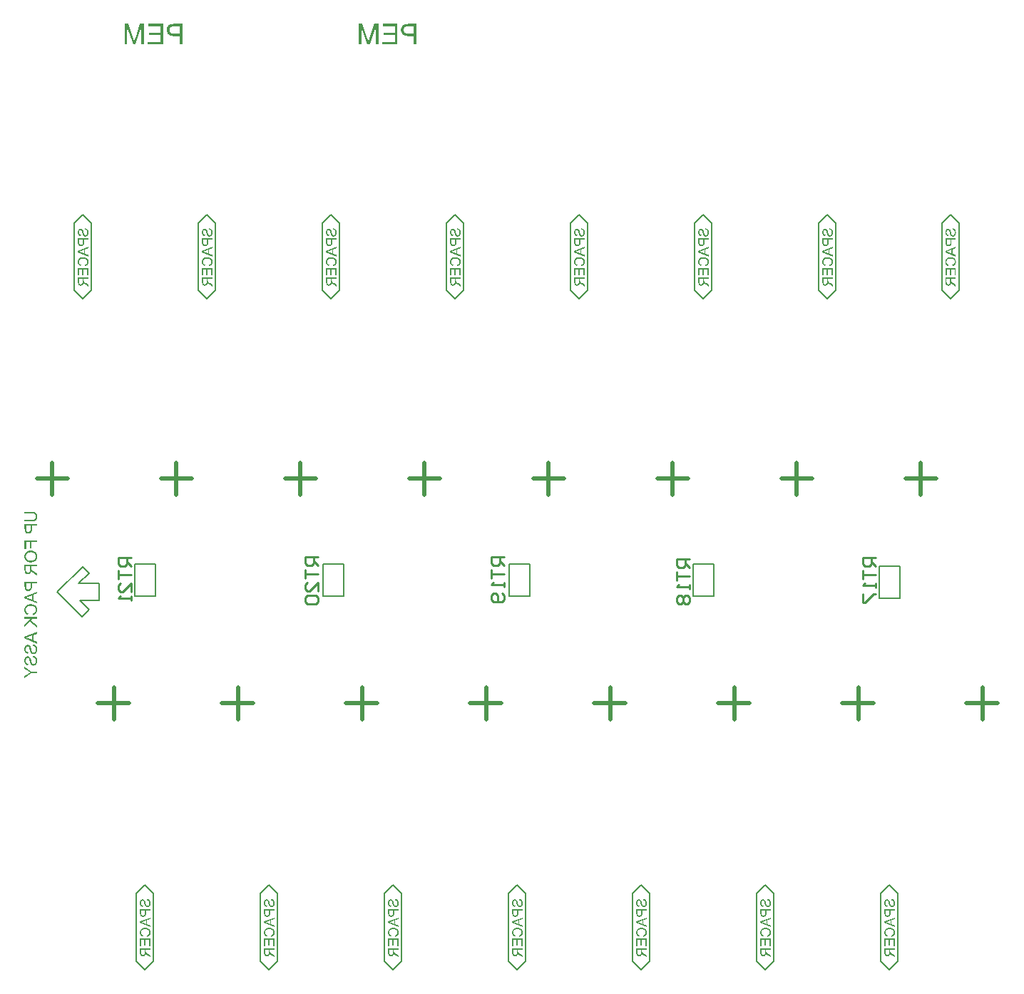
<source format=gbo>
%FSLAX25Y25*%
%MOIN*%
G70*
G01*
G75*
G04 Layer_Color=32896*
%ADD10R,0.09000X0.15000*%
%ADD11C,0.05000*%
%ADD12C,0.02500*%
%ADD13R,0.46000X0.47000*%
%ADD14R,0.35500X1.86000*%
%ADD15R,0.36000X1.86000*%
%ADD16R,0.37000X1.86000*%
%ADD17R,0.36500X1.86000*%
%ADD18R,0.39000X1.87000*%
%ADD19R,0.37000X1.87000*%
%ADD20R,0.37500X1.87000*%
%ADD21R,0.38000X1.87000*%
%ADD22R,0.15000X1.88000*%
%ADD23O,0.06300X0.05500*%
%ADD24C,0.40000*%
%ADD25R,0.05906X0.05906*%
%ADD26C,0.05906*%
%ADD27C,0.05906*%
%ADD28R,0.10780X1.86811*%
G04:AMPARAMS|DCode=29|XSize=1868.11mil|YSize=107.8mil|CornerRadius=26.95mil|HoleSize=0mil|Usage=FLASHONLY|Rotation=270.000|XOffset=0mil|YOffset=0mil|HoleType=Round|Shape=RoundedRectangle|*
%AMROUNDEDRECTD29*
21,1,1.86811,0.05390,0,0,270.0*
21,1,1.81421,0.10780,0,0,270.0*
1,1,0.05390,-0.02695,-0.90711*
1,1,0.05390,-0.02695,0.90711*
1,1,0.05390,0.02695,0.90711*
1,1,0.05390,0.02695,-0.90711*
%
%ADD29ROUNDEDRECTD29*%
%ADD30C,0.05000*%
%ADD31C,0.01000*%
%ADD32C,0.01500*%
%ADD33R,0.43000X0.45000*%
%ADD34R,0.37500X1.86000*%
%ADD35C,0.00700*%
%ADD36C,0.00787*%
%ADD37C,0.00800*%
%ADD38R,0.09800X0.15800*%
%ADD39O,0.07100X0.06300*%
%ADD40C,0.40800*%
%ADD41R,0.06706X0.06706*%
%ADD42C,0.06706*%
%ADD43C,0.06706*%
%ADD44R,0.11580X1.87611*%
G04:AMPARAMS|DCode=45|XSize=1876.11mil|YSize=115.8mil|CornerRadius=30.95mil|HoleSize=0mil|Usage=FLASHONLY|Rotation=270.000|XOffset=0mil|YOffset=0mil|HoleType=Round|Shape=RoundedRectangle|*
%AMROUNDEDRECTD45*
21,1,1.87611,0.05390,0,0,270.0*
21,1,1.81421,0.11580,0,0,270.0*
1,1,0.06190,-0.02695,-0.90711*
1,1,0.06190,-0.02695,0.90711*
1,1,0.06190,0.02695,0.90711*
1,1,0.06190,0.02695,-0.90711*
%
%ADD45ROUNDEDRECTD45*%
%ADD46C,0.00800*%
%ADD47C,0.05800*%
%ADD48C,0.01969*%
G36*
X350500Y176435D02*
X349934D01*
Y179381D01*
X348299D01*
Y176727D01*
X347734D01*
Y179381D01*
X346269D01*
Y176548D01*
X345704D01*
Y180017D01*
X350500D01*
Y176435D01*
D02*
G37*
G36*
X348195Y185047D02*
X348320Y185038D01*
X348441Y185026D01*
X348557Y185013D01*
X348670Y184993D01*
X348774Y184972D01*
X348873Y184951D01*
X348965Y184926D01*
X349052Y184901D01*
X349127Y184880D01*
X349194Y184859D01*
X349248Y184839D01*
X349294Y184826D01*
X349323Y184814D01*
X349343Y184805D01*
X349352Y184801D01*
X349460Y184751D01*
X349564Y184697D01*
X349660Y184639D01*
X349747Y184576D01*
X349830Y184518D01*
X349905Y184456D01*
X349972Y184393D01*
X350034Y184335D01*
X350088Y184281D01*
X350134Y184227D01*
X350175Y184181D01*
X350209Y184140D01*
X350234Y184106D01*
X350250Y184081D01*
X350263Y184065D01*
X350267Y184061D01*
X350321Y183965D01*
X350371Y183865D01*
X350413Y183765D01*
X350446Y183657D01*
X350479Y183553D01*
X350504Y183449D01*
X350525Y183345D01*
X350542Y183249D01*
X350554Y183154D01*
X350562Y183071D01*
X350571Y182996D01*
X350575Y182929D01*
Y182875D01*
X350579Y182833D01*
Y182808D01*
Y182804D01*
Y182800D01*
X350575Y182663D01*
X350562Y182530D01*
X350542Y182405D01*
X350517Y182284D01*
X350483Y182172D01*
X350450Y182068D01*
X350413Y181972D01*
X350375Y181885D01*
X350338Y181806D01*
X350300Y181735D01*
X350267Y181673D01*
X350234Y181623D01*
X350209Y181585D01*
X350188Y181556D01*
X350175Y181535D01*
X350171Y181531D01*
X350088Y181436D01*
X350001Y181352D01*
X349909Y181273D01*
X349809Y181199D01*
X349714Y181132D01*
X349614Y181074D01*
X349514Y181024D01*
X349418Y180978D01*
X349331Y180937D01*
X349248Y180903D01*
X349173Y180874D01*
X349106Y180849D01*
X349052Y180833D01*
X349011Y180820D01*
X348998Y180816D01*
X348986D01*
X348982Y180812D01*
X348977D01*
X348819Y181448D01*
X348927Y181477D01*
X349031Y181506D01*
X349127Y181544D01*
X349215Y181581D01*
X349298Y181623D01*
X349373Y181665D01*
X349439Y181706D01*
X349502Y181748D01*
X349556Y181789D01*
X349601Y181827D01*
X349639Y181860D01*
X349672Y181893D01*
X349697Y181918D01*
X349718Y181935D01*
X349726Y181947D01*
X349730Y181951D01*
X349784Y182022D01*
X349830Y182097D01*
X349872Y182172D01*
X349905Y182247D01*
X349934Y182326D01*
X349959Y182401D01*
X349980Y182472D01*
X349997Y182542D01*
X350009Y182605D01*
X350017Y182667D01*
X350026Y182721D01*
X350030Y182767D01*
Y182804D01*
X350034Y182829D01*
Y182850D01*
Y182854D01*
X350030Y182933D01*
X350026Y183017D01*
X350001Y183166D01*
X349980Y183237D01*
X349963Y183303D01*
X349943Y183366D01*
X349922Y183424D01*
X349901Y183478D01*
X349880Y183528D01*
X349859Y183570D01*
X349843Y183603D01*
X349830Y183632D01*
X349818Y183653D01*
X349814Y183665D01*
X349809Y183670D01*
X349764Y183736D01*
X349714Y183803D01*
X349664Y183861D01*
X349610Y183915D01*
X349552Y183965D01*
X349497Y184011D01*
X349439Y184048D01*
X349385Y184086D01*
X349335Y184119D01*
X349285Y184148D01*
X349244Y184169D01*
X349206Y184190D01*
X349173Y184202D01*
X349152Y184215D01*
X349135Y184219D01*
X349131Y184223D01*
X348953Y184281D01*
X348769Y184323D01*
X348591Y184356D01*
X348507Y184364D01*
X348424Y184377D01*
X348349Y184381D01*
X348279Y184389D01*
X348216Y184393D01*
X348166D01*
X348120Y184398D01*
X348062D01*
X347887Y184389D01*
X347717Y184373D01*
X347638Y184364D01*
X347563Y184352D01*
X347492Y184335D01*
X347426Y184323D01*
X347363Y184310D01*
X347309Y184294D01*
X347259Y184281D01*
X347218Y184273D01*
X347189Y184260D01*
X347164Y184256D01*
X347147Y184248D01*
X347143D01*
X347060Y184219D01*
X346985Y184181D01*
X346910Y184144D01*
X346843Y184102D01*
X346781Y184061D01*
X346723Y184019D01*
X346669Y183973D01*
X346619Y183932D01*
X346577Y183890D01*
X346540Y183853D01*
X346506Y183819D01*
X346481Y183786D01*
X346461Y183761D01*
X346444Y183745D01*
X346436Y183732D01*
X346431Y183728D01*
X346386Y183657D01*
X346344Y183582D01*
X346307Y183503D01*
X346278Y183428D01*
X346253Y183349D01*
X346232Y183274D01*
X346211Y183200D01*
X346199Y183129D01*
X346186Y183062D01*
X346178Y183000D01*
X346174Y182946D01*
X346169Y182896D01*
X346165Y182858D01*
Y182829D01*
Y182808D01*
Y182804D01*
X346169Y182717D01*
X346174Y182630D01*
X346186Y182551D01*
X346203Y182476D01*
X346219Y182405D01*
X346240Y182338D01*
X346265Y182280D01*
X346286Y182222D01*
X346307Y182176D01*
X346332Y182130D01*
X346353Y182093D01*
X346369Y182064D01*
X346386Y182039D01*
X346394Y182018D01*
X346402Y182010D01*
X346407Y182006D01*
X346452Y181947D01*
X346506Y181893D01*
X346565Y181843D01*
X346627Y181798D01*
X346752Y181714D01*
X346877Y181644D01*
X346935Y181615D01*
X346989Y181590D01*
X347039Y181569D01*
X347080Y181552D01*
X347118Y181535D01*
X347143Y181527D01*
X347164Y181519D01*
X347168D01*
X347022Y180895D01*
X346902Y180937D01*
X346785Y180982D01*
X346681Y181032D01*
X346581Y181086D01*
X346490Y181140D01*
X346402Y181199D01*
X346327Y181257D01*
X346257Y181311D01*
X346194Y181365D01*
X346140Y181415D01*
X346095Y181461D01*
X346057Y181502D01*
X346028Y181535D01*
X346007Y181561D01*
X345995Y181577D01*
X345991Y181581D01*
X345924Y181677D01*
X345870Y181773D01*
X345820Y181877D01*
X345778Y181976D01*
X345741Y182080D01*
X345712Y182180D01*
X345687Y182276D01*
X345666Y182372D01*
X345649Y182459D01*
X345641Y182538D01*
X345633Y182609D01*
X345624Y182671D01*
Y182721D01*
X345620Y182759D01*
Y182783D01*
Y182788D01*
Y182792D01*
X345624Y182908D01*
X345633Y183025D01*
X345645Y183133D01*
X345666Y183241D01*
X345687Y183341D01*
X345712Y183437D01*
X345737Y183528D01*
X345766Y183607D01*
X345791Y183686D01*
X345820Y183753D01*
X345845Y183811D01*
X345866Y183861D01*
X345887Y183898D01*
X345899Y183928D01*
X345907Y183948D01*
X345912Y183952D01*
X345970Y184048D01*
X346032Y184140D01*
X346099Y184223D01*
X346165Y184302D01*
X346236Y184377D01*
X346307Y184443D01*
X346377Y184502D01*
X346444Y184560D01*
X346511Y184606D01*
X346569Y184647D01*
X346623Y184685D01*
X346669Y184714D01*
X346706Y184739D01*
X346735Y184755D01*
X346752Y184764D01*
X346760Y184768D01*
X346868Y184818D01*
X346976Y184859D01*
X347089Y184897D01*
X347201Y184930D01*
X347309Y184959D01*
X347417Y184980D01*
X347521Y185001D01*
X347621Y185013D01*
X347717Y185026D01*
X347800Y185034D01*
X347875Y185042D01*
X347942Y185047D01*
X347991Y185051D01*
X348066D01*
X348195Y185047D01*
D02*
G37*
G36*
X291044Y198496D02*
X291131Y198483D01*
X291294Y198454D01*
X291373Y198433D01*
X291443Y198413D01*
X291510Y198388D01*
X291568Y198363D01*
X291626Y198342D01*
X291676Y198317D01*
X291718Y198296D01*
X291755Y198275D01*
X291785Y198263D01*
X291805Y198250D01*
X291818Y198242D01*
X291822Y198238D01*
X291893Y198188D01*
X291955Y198138D01*
X292013Y198080D01*
X292072Y198026D01*
X292121Y197968D01*
X292167Y197909D01*
X292209Y197855D01*
X292250Y197797D01*
X292284Y197747D01*
X292313Y197701D01*
X292338Y197655D01*
X292354Y197618D01*
X292371Y197589D01*
X292384Y197568D01*
X292388Y197552D01*
X292392Y197547D01*
X292425Y197464D01*
X292454Y197373D01*
X292500Y197190D01*
X292533Y197007D01*
X292546Y196919D01*
X292554Y196836D01*
X292562Y196757D01*
X292571Y196682D01*
X292575Y196620D01*
Y196561D01*
X292579Y196516D01*
Y196482D01*
Y196462D01*
Y196453D01*
X292575Y196358D01*
X292571Y196266D01*
X292562Y196179D01*
X292550Y196091D01*
X292537Y196012D01*
X292521Y195937D01*
X292504Y195867D01*
X292483Y195800D01*
X292467Y195742D01*
X292450Y195688D01*
X292433Y195642D01*
X292421Y195600D01*
X292408Y195571D01*
X292400Y195546D01*
X292392Y195534D01*
Y195530D01*
X292354Y195455D01*
X292317Y195384D01*
X292275Y195318D01*
X292230Y195255D01*
X292188Y195201D01*
X292142Y195147D01*
X292101Y195101D01*
X292059Y195060D01*
X292022Y195022D01*
X291984Y194989D01*
X291951Y194960D01*
X291922Y194939D01*
X291901Y194922D01*
X291884Y194906D01*
X291872Y194902D01*
X291868Y194897D01*
X291805Y194860D01*
X291739Y194823D01*
X291676Y194793D01*
X291614Y194769D01*
X291493Y194731D01*
X291381Y194706D01*
X291331Y194694D01*
X291285Y194689D01*
X291248Y194685D01*
X291215Y194681D01*
X291185Y194677D01*
X291148D01*
X291077Y194681D01*
X291007Y194685D01*
X290878Y194710D01*
X290761Y194739D01*
X290711Y194760D01*
X290661Y194777D01*
X290620Y194798D01*
X290578Y194814D01*
X290545Y194835D01*
X290520Y194848D01*
X290495Y194860D01*
X290478Y194872D01*
X290470Y194877D01*
X290466Y194881D01*
X290412Y194922D01*
X290362Y194964D01*
X290266Y195060D01*
X290179Y195164D01*
X290108Y195264D01*
X290079Y195309D01*
X290054Y195355D01*
X290029Y195393D01*
X290008Y195430D01*
X289996Y195455D01*
X289983Y195480D01*
X289979Y195492D01*
X289975Y195496D01*
X289950Y195555D01*
X289925Y195625D01*
X289900Y195704D01*
X289871Y195788D01*
X289821Y195962D01*
X289775Y196141D01*
X289754Y196224D01*
X289734Y196303D01*
X289717Y196374D01*
X289700Y196441D01*
X289688Y196491D01*
X289680Y196532D01*
X289671Y196557D01*
Y196561D01*
Y196566D01*
X289638Y196703D01*
X289605Y196828D01*
X289576Y196940D01*
X289542Y197040D01*
X289513Y197131D01*
X289488Y197206D01*
X289459Y197277D01*
X289434Y197335D01*
X289413Y197381D01*
X289392Y197423D01*
X289376Y197456D01*
X289359Y197481D01*
X289347Y197502D01*
X289338Y197514D01*
X289330Y197518D01*
Y197522D01*
X289297Y197556D01*
X289264Y197585D01*
X289193Y197631D01*
X289122Y197664D01*
X289055Y197685D01*
X288997Y197701D01*
X288947Y197705D01*
X288931Y197710D01*
X288906D01*
X288852Y197705D01*
X288798Y197697D01*
X288748Y197685D01*
X288698Y197668D01*
X288610Y197626D01*
X288535Y197576D01*
X288477Y197531D01*
X288452Y197510D01*
X288432Y197489D01*
X288415Y197473D01*
X288402Y197460D01*
X288398Y197452D01*
X288394Y197448D01*
X288357Y197393D01*
X288323Y197335D01*
X288294Y197269D01*
X288269Y197202D01*
X288232Y197065D01*
X288207Y196923D01*
X288199Y196861D01*
X288194Y196799D01*
X288190Y196745D01*
X288186Y196699D01*
X288182Y196657D01*
Y196628D01*
Y196611D01*
Y196603D01*
X288186Y196503D01*
X288190Y196407D01*
X288203Y196320D01*
X288219Y196237D01*
X288236Y196162D01*
X288257Y196096D01*
X288278Y196033D01*
X288298Y195979D01*
X288319Y195929D01*
X288340Y195883D01*
X288361Y195850D01*
X288377Y195821D01*
X288394Y195796D01*
X288407Y195779D01*
X288411Y195771D01*
X288415Y195767D01*
X288461Y195717D01*
X288511Y195671D01*
X288565Y195630D01*
X288619Y195592D01*
X288677Y195563D01*
X288735Y195534D01*
X288843Y195492D01*
X288897Y195476D01*
X288947Y195459D01*
X288989Y195451D01*
X289026Y195442D01*
X289060Y195438D01*
X289081Y195434D01*
X289097Y195430D01*
X289101D01*
X289055Y194823D01*
X288977Y194827D01*
X288902Y194839D01*
X288760Y194868D01*
X288694Y194885D01*
X288631Y194906D01*
X288573Y194927D01*
X288523Y194947D01*
X288473Y194968D01*
X288432Y194989D01*
X288394Y195010D01*
X288361Y195026D01*
X288336Y195039D01*
X288319Y195051D01*
X288307Y195055D01*
X288303Y195060D01*
X288240Y195101D01*
X288182Y195151D01*
X288082Y195251D01*
X287995Y195355D01*
X287924Y195455D01*
X287891Y195505D01*
X287866Y195546D01*
X287845Y195588D01*
X287828Y195621D01*
X287812Y195650D01*
X287803Y195671D01*
X287795Y195684D01*
Y195688D01*
X287737Y195846D01*
X287695Y196008D01*
X287662Y196166D01*
X287649Y196241D01*
X287641Y196312D01*
X287633Y196378D01*
X287629Y196441D01*
X287625Y196495D01*
Y196541D01*
X287620Y196578D01*
Y196607D01*
Y196624D01*
Y196632D01*
X287629Y196807D01*
X287645Y196973D01*
X287658Y197052D01*
X287674Y197123D01*
X287687Y197190D01*
X287703Y197252D01*
X287720Y197310D01*
X287733Y197360D01*
X287749Y197406D01*
X287762Y197443D01*
X287770Y197473D01*
X287778Y197497D01*
X287787Y197510D01*
Y197514D01*
X287820Y197585D01*
X287853Y197651D01*
X287891Y197718D01*
X287928Y197776D01*
X287970Y197830D01*
X288007Y197880D01*
X288049Y197922D01*
X288086Y197963D01*
X288124Y198001D01*
X288157Y198030D01*
X288186Y198055D01*
X288211Y198080D01*
X288236Y198097D01*
X288253Y198109D01*
X288261Y198113D01*
X288265Y198117D01*
X288323Y198155D01*
X288386Y198184D01*
X288444Y198213D01*
X288506Y198234D01*
X288619Y198271D01*
X288723Y198296D01*
X288773Y198304D01*
X288814Y198309D01*
X288852Y198313D01*
X288885Y198317D01*
X288910Y198321D01*
X288947D01*
X289068Y198313D01*
X289180Y198296D01*
X289280Y198267D01*
X289368Y198238D01*
X289405Y198221D01*
X289442Y198209D01*
X289472Y198192D01*
X289496Y198180D01*
X289517Y198171D01*
X289530Y198163D01*
X289538Y198155D01*
X289542D01*
X289638Y198084D01*
X289725Y198001D01*
X289800Y197918D01*
X289867Y197834D01*
X289921Y197759D01*
X289942Y197726D01*
X289958Y197697D01*
X289971Y197676D01*
X289983Y197660D01*
X289987Y197647D01*
X289991Y197643D01*
X290017Y197589D01*
X290046Y197527D01*
X290071Y197460D01*
X290095Y197385D01*
X290145Y197231D01*
X290191Y197077D01*
X290212Y197007D01*
X290233Y196940D01*
X290249Y196878D01*
X290262Y196824D01*
X290274Y196778D01*
X290283Y196745D01*
X290291Y196724D01*
Y196715D01*
X290320Y196595D01*
X290345Y196487D01*
X290370Y196387D01*
X290395Y196299D01*
X290416Y196220D01*
X290433Y196150D01*
X290453Y196087D01*
X290466Y196033D01*
X290478Y195987D01*
X290491Y195950D01*
X290503Y195921D01*
X290511Y195896D01*
X290516Y195875D01*
X290520Y195863D01*
X290524Y195858D01*
Y195854D01*
X290570Y195750D01*
X290616Y195659D01*
X290661Y195584D01*
X290707Y195526D01*
X290749Y195480D01*
X290778Y195447D01*
X290799Y195426D01*
X290807Y195422D01*
X290869Y195376D01*
X290940Y195343D01*
X291002Y195322D01*
X291065Y195305D01*
X291119Y195297D01*
X291160Y195289D01*
X291198D01*
X291281Y195293D01*
X291356Y195309D01*
X291427Y195330D01*
X291489Y195355D01*
X291539Y195384D01*
X291577Y195405D01*
X291601Y195422D01*
X291606Y195426D01*
X291610D01*
X291676Y195484D01*
X291735Y195551D01*
X291785Y195617D01*
X291826Y195684D01*
X291859Y195746D01*
X291884Y195796D01*
X291893Y195817D01*
X291901Y195829D01*
X291905Y195838D01*
Y195842D01*
X291943Y195950D01*
X291968Y196058D01*
X291988Y196166D01*
X292001Y196266D01*
X292005Y196312D01*
X292009Y196353D01*
Y196391D01*
X292013Y196420D01*
Y196445D01*
Y196466D01*
Y196478D01*
Y196482D01*
X292009Y196632D01*
X291992Y196774D01*
X291968Y196898D01*
X291955Y196952D01*
X291943Y197007D01*
X291930Y197056D01*
X291918Y197098D01*
X291905Y197135D01*
X291893Y197165D01*
X291884Y197190D01*
X291876Y197206D01*
X291872Y197219D01*
Y197223D01*
X291814Y197335D01*
X291755Y197435D01*
X291693Y197518D01*
X291631Y197585D01*
X291577Y197639D01*
X291535Y197676D01*
X291518Y197689D01*
X291506Y197697D01*
X291502Y197705D01*
X291497D01*
X291406Y197759D01*
X291306Y197801D01*
X291206Y197834D01*
X291111Y197859D01*
X291069Y197872D01*
X291027Y197880D01*
X290994Y197889D01*
X290961Y197893D01*
X290936Y197897D01*
X290919D01*
X290907Y197901D01*
X290903D01*
X290957Y198500D01*
X291044Y198496D01*
D02*
G37*
G36*
X350500Y174909D02*
X348370D01*
Y174177D01*
Y174089D01*
X348374Y174018D01*
X348378Y173956D01*
X348383Y173906D01*
X348387Y173869D01*
X348391Y173844D01*
X348395Y173827D01*
Y173823D01*
X348412Y173769D01*
X348432Y173715D01*
X348453Y173669D01*
X348474Y173623D01*
X348495Y173590D01*
X348507Y173561D01*
X348520Y173540D01*
X348524Y173536D01*
X348561Y173482D01*
X348611Y173424D01*
X348665Y173369D01*
X348715Y173319D01*
X348765Y173274D01*
X348807Y173240D01*
X348823Y173228D01*
X348836Y173220D01*
X348840Y173211D01*
X348844D01*
X348890Y173178D01*
X348940Y173141D01*
X349044Y173066D01*
X349152Y172987D01*
X349260Y172916D01*
X349306Y172883D01*
X349352Y172849D01*
X349393Y172825D01*
X349431Y172800D01*
X349460Y172779D01*
X349481Y172766D01*
X349497Y172758D01*
X349502Y172754D01*
X350500Y172121D01*
Y171327D01*
X349194Y172159D01*
X349057Y172250D01*
X348932Y172346D01*
X348823Y172433D01*
X348778Y172475D01*
X348732Y172512D01*
X348690Y172550D01*
X348657Y172583D01*
X348628Y172612D01*
X348603Y172637D01*
X348582Y172654D01*
X348570Y172671D01*
X348561Y172679D01*
X348557Y172683D01*
X348512Y172737D01*
X348470Y172795D01*
X348428Y172862D01*
X348391Y172924D01*
X348362Y172978D01*
X348337Y173024D01*
X348328Y173041D01*
X348320Y173053D01*
X348316Y173062D01*
Y173066D01*
X348295Y172941D01*
X348270Y172825D01*
X348241Y172716D01*
X348208Y172617D01*
X348175Y172525D01*
X348137Y172438D01*
X348100Y172363D01*
X348062Y172296D01*
X348025Y172238D01*
X347991Y172188D01*
X347958Y172142D01*
X347929Y172109D01*
X347908Y172080D01*
X347892Y172063D01*
X347879Y172051D01*
X347875Y172047D01*
X347809Y171988D01*
X347738Y171938D01*
X347663Y171893D01*
X347592Y171855D01*
X347517Y171822D01*
X347447Y171793D01*
X347376Y171772D01*
X347313Y171755D01*
X347251Y171743D01*
X347193Y171730D01*
X347143Y171722D01*
X347097Y171718D01*
X347064Y171714D01*
X347014D01*
X346939Y171718D01*
X346868Y171722D01*
X346735Y171743D01*
X346610Y171776D01*
X346556Y171793D01*
X346506Y171814D01*
X346461Y171830D01*
X346419Y171851D01*
X346382Y171868D01*
X346353Y171880D01*
X346327Y171897D01*
X346311Y171905D01*
X346298Y171909D01*
X346294Y171913D01*
X346236Y171951D01*
X346182Y171993D01*
X346128Y172038D01*
X346082Y172080D01*
X346041Y172126D01*
X346003Y172171D01*
X345941Y172255D01*
X345895Y172329D01*
X345878Y172363D01*
X345862Y172392D01*
X345849Y172413D01*
X345841Y172429D01*
X345837Y172442D01*
Y172446D01*
X345812Y172512D01*
X345791Y172583D01*
X345774Y172658D01*
X345758Y172737D01*
X345737Y172899D01*
X345720Y173057D01*
X345716Y173132D01*
X345712Y173199D01*
X345708Y173261D01*
X345704Y173315D01*
Y173357D01*
Y173390D01*
Y173411D01*
Y173419D01*
Y175545D01*
X350500D01*
Y174909D01*
D02*
G37*
G36*
X349044Y198496D02*
X349131Y198483D01*
X349294Y198454D01*
X349373Y198433D01*
X349443Y198413D01*
X349510Y198388D01*
X349568Y198363D01*
X349626Y198342D01*
X349676Y198317D01*
X349718Y198296D01*
X349755Y198275D01*
X349784Y198263D01*
X349805Y198250D01*
X349818Y198242D01*
X349822Y198238D01*
X349893Y198188D01*
X349955Y198138D01*
X350013Y198080D01*
X350072Y198026D01*
X350121Y197968D01*
X350167Y197909D01*
X350209Y197855D01*
X350250Y197797D01*
X350284Y197747D01*
X350313Y197701D01*
X350338Y197655D01*
X350354Y197618D01*
X350371Y197589D01*
X350383Y197568D01*
X350388Y197552D01*
X350392Y197547D01*
X350425Y197464D01*
X350454Y197373D01*
X350500Y197190D01*
X350533Y197007D01*
X350546Y196919D01*
X350554Y196836D01*
X350562Y196757D01*
X350571Y196682D01*
X350575Y196620D01*
Y196561D01*
X350579Y196516D01*
Y196482D01*
Y196462D01*
Y196453D01*
X350575Y196358D01*
X350571Y196266D01*
X350562Y196179D01*
X350550Y196091D01*
X350537Y196012D01*
X350521Y195937D01*
X350504Y195867D01*
X350483Y195800D01*
X350467Y195742D01*
X350450Y195688D01*
X350433Y195642D01*
X350421Y195600D01*
X350409Y195571D01*
X350400Y195546D01*
X350392Y195534D01*
Y195530D01*
X350354Y195455D01*
X350317Y195384D01*
X350275Y195318D01*
X350230Y195255D01*
X350188Y195201D01*
X350142Y195147D01*
X350101Y195101D01*
X350059Y195060D01*
X350022Y195022D01*
X349984Y194989D01*
X349951Y194960D01*
X349922Y194939D01*
X349901Y194922D01*
X349884Y194906D01*
X349872Y194902D01*
X349868Y194897D01*
X349805Y194860D01*
X349739Y194823D01*
X349676Y194793D01*
X349614Y194769D01*
X349493Y194731D01*
X349381Y194706D01*
X349331Y194694D01*
X349285Y194689D01*
X349248Y194685D01*
X349215Y194681D01*
X349185Y194677D01*
X349148D01*
X349077Y194681D01*
X349007Y194685D01*
X348878Y194710D01*
X348761Y194739D01*
X348711Y194760D01*
X348661Y194777D01*
X348620Y194798D01*
X348578Y194814D01*
X348545Y194835D01*
X348520Y194848D01*
X348495Y194860D01*
X348478Y194872D01*
X348470Y194877D01*
X348466Y194881D01*
X348412Y194922D01*
X348362Y194964D01*
X348266Y195060D01*
X348179Y195164D01*
X348108Y195264D01*
X348079Y195309D01*
X348054Y195355D01*
X348029Y195393D01*
X348008Y195430D01*
X347996Y195455D01*
X347983Y195480D01*
X347979Y195492D01*
X347975Y195496D01*
X347950Y195555D01*
X347925Y195625D01*
X347900Y195704D01*
X347871Y195788D01*
X347821Y195962D01*
X347775Y196141D01*
X347754Y196224D01*
X347734Y196303D01*
X347717Y196374D01*
X347700Y196441D01*
X347688Y196491D01*
X347679Y196532D01*
X347671Y196557D01*
Y196561D01*
Y196566D01*
X347638Y196703D01*
X347605Y196828D01*
X347575Y196940D01*
X347542Y197040D01*
X347513Y197131D01*
X347488Y197206D01*
X347459Y197277D01*
X347434Y197335D01*
X347413Y197381D01*
X347393Y197423D01*
X347376Y197456D01*
X347359Y197481D01*
X347347Y197502D01*
X347338Y197514D01*
X347330Y197518D01*
Y197522D01*
X347297Y197556D01*
X347264Y197585D01*
X347193Y197631D01*
X347122Y197664D01*
X347056Y197685D01*
X346997Y197701D01*
X346947Y197705D01*
X346931Y197710D01*
X346906D01*
X346852Y197705D01*
X346798Y197697D01*
X346748Y197685D01*
X346698Y197668D01*
X346610Y197626D01*
X346535Y197576D01*
X346477Y197531D01*
X346452Y197510D01*
X346431Y197489D01*
X346415Y197473D01*
X346402Y197460D01*
X346398Y197452D01*
X346394Y197448D01*
X346357Y197393D01*
X346323Y197335D01*
X346294Y197269D01*
X346269Y197202D01*
X346232Y197065D01*
X346207Y196923D01*
X346199Y196861D01*
X346194Y196799D01*
X346190Y196745D01*
X346186Y196699D01*
X346182Y196657D01*
Y196628D01*
Y196611D01*
Y196603D01*
X346186Y196503D01*
X346190Y196407D01*
X346203Y196320D01*
X346219Y196237D01*
X346236Y196162D01*
X346257Y196096D01*
X346278Y196033D01*
X346298Y195979D01*
X346319Y195929D01*
X346340Y195883D01*
X346361Y195850D01*
X346377Y195821D01*
X346394Y195796D01*
X346407Y195779D01*
X346411Y195771D01*
X346415Y195767D01*
X346461Y195717D01*
X346511Y195671D01*
X346565Y195630D01*
X346619Y195592D01*
X346677Y195563D01*
X346735Y195534D01*
X346843Y195492D01*
X346897Y195476D01*
X346947Y195459D01*
X346989Y195451D01*
X347026Y195442D01*
X347060Y195438D01*
X347080Y195434D01*
X347097Y195430D01*
X347101D01*
X347056Y194823D01*
X346976Y194827D01*
X346902Y194839D01*
X346760Y194868D01*
X346694Y194885D01*
X346631Y194906D01*
X346573Y194927D01*
X346523Y194947D01*
X346473Y194968D01*
X346431Y194989D01*
X346394Y195010D01*
X346361Y195026D01*
X346336Y195039D01*
X346319Y195051D01*
X346307Y195055D01*
X346303Y195060D01*
X346240Y195101D01*
X346182Y195151D01*
X346082Y195251D01*
X345995Y195355D01*
X345924Y195455D01*
X345891Y195505D01*
X345866Y195546D01*
X345845Y195588D01*
X345828Y195621D01*
X345812Y195650D01*
X345803Y195671D01*
X345795Y195684D01*
Y195688D01*
X345737Y195846D01*
X345695Y196008D01*
X345662Y196166D01*
X345649Y196241D01*
X345641Y196312D01*
X345633Y196378D01*
X345629Y196441D01*
X345624Y196495D01*
Y196541D01*
X345620Y196578D01*
Y196607D01*
Y196624D01*
Y196632D01*
X345629Y196807D01*
X345645Y196973D01*
X345658Y197052D01*
X345674Y197123D01*
X345687Y197190D01*
X345704Y197252D01*
X345720Y197310D01*
X345733Y197360D01*
X345749Y197406D01*
X345762Y197443D01*
X345770Y197473D01*
X345778Y197497D01*
X345787Y197510D01*
Y197514D01*
X345820Y197585D01*
X345853Y197651D01*
X345891Y197718D01*
X345928Y197776D01*
X345970Y197830D01*
X346007Y197880D01*
X346049Y197922D01*
X346086Y197963D01*
X346124Y198001D01*
X346157Y198030D01*
X346186Y198055D01*
X346211Y198080D01*
X346236Y198097D01*
X346253Y198109D01*
X346261Y198113D01*
X346265Y198117D01*
X346323Y198155D01*
X346386Y198184D01*
X346444Y198213D01*
X346506Y198234D01*
X346619Y198271D01*
X346723Y198296D01*
X346773Y198304D01*
X346814Y198309D01*
X346852Y198313D01*
X346885Y198317D01*
X346910Y198321D01*
X346947D01*
X347068Y198313D01*
X347180Y198296D01*
X347280Y198267D01*
X347368Y198238D01*
X347405Y198221D01*
X347442Y198209D01*
X347471Y198192D01*
X347497Y198180D01*
X347517Y198171D01*
X347530Y198163D01*
X347538Y198155D01*
X347542D01*
X347638Y198084D01*
X347725Y198001D01*
X347800Y197918D01*
X347867Y197834D01*
X347921Y197759D01*
X347942Y197726D01*
X347958Y197697D01*
X347971Y197676D01*
X347983Y197660D01*
X347987Y197647D01*
X347991Y197643D01*
X348017Y197589D01*
X348046Y197527D01*
X348071Y197460D01*
X348095Y197385D01*
X348145Y197231D01*
X348191Y197077D01*
X348212Y197007D01*
X348233Y196940D01*
X348249Y196878D01*
X348262Y196824D01*
X348274Y196778D01*
X348283Y196745D01*
X348291Y196724D01*
Y196715D01*
X348320Y196595D01*
X348345Y196487D01*
X348370Y196387D01*
X348395Y196299D01*
X348416Y196220D01*
X348432Y196150D01*
X348453Y196087D01*
X348466Y196033D01*
X348478Y195987D01*
X348491Y195950D01*
X348503Y195921D01*
X348512Y195896D01*
X348516Y195875D01*
X348520Y195863D01*
X348524Y195858D01*
Y195854D01*
X348570Y195750D01*
X348616Y195659D01*
X348661Y195584D01*
X348707Y195526D01*
X348749Y195480D01*
X348778Y195447D01*
X348799Y195426D01*
X348807Y195422D01*
X348869Y195376D01*
X348940Y195343D01*
X349002Y195322D01*
X349065Y195305D01*
X349119Y195297D01*
X349161Y195289D01*
X349198D01*
X349281Y195293D01*
X349356Y195309D01*
X349427Y195330D01*
X349489Y195355D01*
X349539Y195384D01*
X349576Y195405D01*
X349601Y195422D01*
X349606Y195426D01*
X349610D01*
X349676Y195484D01*
X349735Y195551D01*
X349784Y195617D01*
X349826Y195684D01*
X349859Y195746D01*
X349884Y195796D01*
X349893Y195817D01*
X349901Y195829D01*
X349905Y195838D01*
Y195842D01*
X349943Y195950D01*
X349968Y196058D01*
X349988Y196166D01*
X350001Y196266D01*
X350005Y196312D01*
X350009Y196353D01*
Y196391D01*
X350013Y196420D01*
Y196445D01*
Y196466D01*
Y196478D01*
Y196482D01*
X350009Y196632D01*
X349992Y196774D01*
X349968Y196898D01*
X349955Y196952D01*
X349943Y197007D01*
X349930Y197056D01*
X349918Y197098D01*
X349905Y197135D01*
X349893Y197165D01*
X349884Y197190D01*
X349876Y197206D01*
X349872Y197219D01*
Y197223D01*
X349814Y197335D01*
X349755Y197435D01*
X349693Y197518D01*
X349631Y197585D01*
X349576Y197639D01*
X349535Y197676D01*
X349518Y197689D01*
X349506Y197697D01*
X349502Y197705D01*
X349497D01*
X349406Y197759D01*
X349306Y197801D01*
X349206Y197834D01*
X349111Y197859D01*
X349069Y197872D01*
X349027Y197880D01*
X348994Y197889D01*
X348961Y197893D01*
X348936Y197897D01*
X348919D01*
X348907Y197901D01*
X348903D01*
X348957Y198500D01*
X349044Y198496D01*
D02*
G37*
G36*
X408500Y174909D02*
X406370D01*
Y174177D01*
Y174089D01*
X406374Y174018D01*
X406378Y173956D01*
X406383Y173906D01*
X406387Y173869D01*
X406391Y173844D01*
X406395Y173827D01*
Y173823D01*
X406412Y173769D01*
X406432Y173715D01*
X406453Y173669D01*
X406474Y173623D01*
X406495Y173590D01*
X406507Y173561D01*
X406520Y173540D01*
X406524Y173536D01*
X406561Y173482D01*
X406611Y173424D01*
X406665Y173369D01*
X406715Y173319D01*
X406765Y173274D01*
X406807Y173240D01*
X406823Y173228D01*
X406836Y173220D01*
X406840Y173211D01*
X406844D01*
X406890Y173178D01*
X406940Y173141D01*
X407044Y173066D01*
X407152Y172987D01*
X407260Y172916D01*
X407306Y172883D01*
X407352Y172849D01*
X407393Y172825D01*
X407431Y172800D01*
X407460Y172779D01*
X407481Y172766D01*
X407497Y172758D01*
X407502Y172754D01*
X408500Y172121D01*
Y171327D01*
X407194Y172159D01*
X407057Y172250D01*
X406932Y172346D01*
X406823Y172433D01*
X406778Y172475D01*
X406732Y172512D01*
X406690Y172550D01*
X406657Y172583D01*
X406628Y172612D01*
X406603Y172637D01*
X406582Y172654D01*
X406570Y172671D01*
X406561Y172679D01*
X406557Y172683D01*
X406511Y172737D01*
X406470Y172795D01*
X406428Y172862D01*
X406391Y172924D01*
X406362Y172978D01*
X406337Y173024D01*
X406328Y173041D01*
X406320Y173053D01*
X406316Y173062D01*
Y173066D01*
X406295Y172941D01*
X406270Y172825D01*
X406241Y172716D01*
X406208Y172617D01*
X406175Y172525D01*
X406137Y172438D01*
X406100Y172363D01*
X406062Y172296D01*
X406025Y172238D01*
X405992Y172188D01*
X405958Y172142D01*
X405929Y172109D01*
X405908Y172080D01*
X405892Y172063D01*
X405879Y172051D01*
X405875Y172047D01*
X405808Y171988D01*
X405738Y171938D01*
X405663Y171893D01*
X405592Y171855D01*
X405517Y171822D01*
X405447Y171793D01*
X405376Y171772D01*
X405313Y171755D01*
X405251Y171743D01*
X405193Y171730D01*
X405143Y171722D01*
X405097Y171718D01*
X405064Y171714D01*
X405014D01*
X404939Y171718D01*
X404868Y171722D01*
X404735Y171743D01*
X404610Y171776D01*
X404556Y171793D01*
X404506Y171814D01*
X404461Y171830D01*
X404419Y171851D01*
X404382Y171868D01*
X404353Y171880D01*
X404327Y171897D01*
X404311Y171905D01*
X404298Y171909D01*
X404294Y171913D01*
X404236Y171951D01*
X404182Y171993D01*
X404128Y172038D01*
X404082Y172080D01*
X404040Y172126D01*
X404003Y172171D01*
X403941Y172255D01*
X403895Y172329D01*
X403878Y172363D01*
X403862Y172392D01*
X403849Y172413D01*
X403841Y172429D01*
X403837Y172442D01*
Y172446D01*
X403812Y172512D01*
X403791Y172583D01*
X403774Y172658D01*
X403758Y172737D01*
X403737Y172899D01*
X403720Y173057D01*
X403716Y173132D01*
X403712Y173199D01*
X403708Y173261D01*
X403703Y173315D01*
Y173357D01*
Y173390D01*
Y173411D01*
Y173419D01*
Y175545D01*
X408500D01*
Y174909D01*
D02*
G37*
G36*
X350500Y189190D02*
X349048Y188670D01*
Y186652D01*
X350500Y186099D01*
Y185379D01*
X345704Y187339D01*
Y188021D01*
X350500Y189860D01*
Y189190D01*
D02*
G37*
G36*
Y193175D02*
X348549D01*
Y191948D01*
X348545Y191765D01*
X348532Y191594D01*
X348512Y191440D01*
X348482Y191299D01*
X348453Y191170D01*
X348416Y191054D01*
X348378Y190950D01*
X348337Y190862D01*
X348299Y190783D01*
X348262Y190717D01*
X348224Y190658D01*
X348195Y190613D01*
X348166Y190579D01*
X348145Y190554D01*
X348133Y190542D01*
X348129Y190538D01*
X348046Y190467D01*
X347962Y190409D01*
X347875Y190355D01*
X347788Y190313D01*
X347700Y190276D01*
X347613Y190242D01*
X347530Y190217D01*
X347451Y190197D01*
X347376Y190180D01*
X347309Y190167D01*
X347247Y190159D01*
X347197Y190151D01*
X347151D01*
X347118Y190147D01*
X347093D01*
X346964Y190155D01*
X346839Y190172D01*
X346727Y190192D01*
X346677Y190209D01*
X346631Y190222D01*
X346590Y190234D01*
X346552Y190251D01*
X346519Y190263D01*
X346490Y190271D01*
X346469Y190284D01*
X346452Y190288D01*
X346444Y190296D01*
X346440D01*
X346336Y190355D01*
X346240Y190417D01*
X346161Y190484D01*
X346095Y190546D01*
X346045Y190600D01*
X346007Y190642D01*
X345995Y190658D01*
X345986Y190671D01*
X345978Y190679D01*
Y190683D01*
X345920Y190775D01*
X345870Y190875D01*
X345832Y190975D01*
X345799Y191066D01*
X345778Y191149D01*
X345770Y191187D01*
X345762Y191216D01*
X345758Y191241D01*
X345753Y191257D01*
X345749Y191270D01*
Y191274D01*
X345741Y191324D01*
X345733Y191378D01*
X345724Y191495D01*
X345716Y191615D01*
X345708Y191732D01*
Y191786D01*
Y191836D01*
X345704Y191881D01*
Y191923D01*
Y191956D01*
Y191981D01*
Y191998D01*
Y192002D01*
Y193812D01*
X350500D01*
Y193175D01*
D02*
G37*
G36*
X233044Y198496D02*
X233131Y198483D01*
X233294Y198454D01*
X233373Y198433D01*
X233443Y198413D01*
X233510Y198388D01*
X233568Y198363D01*
X233626Y198342D01*
X233676Y198317D01*
X233718Y198296D01*
X233755Y198275D01*
X233785Y198263D01*
X233805Y198250D01*
X233818Y198242D01*
X233822Y198238D01*
X233893Y198188D01*
X233955Y198138D01*
X234013Y198080D01*
X234071Y198026D01*
X234121Y197968D01*
X234167Y197909D01*
X234209Y197855D01*
X234250Y197797D01*
X234284Y197747D01*
X234313Y197701D01*
X234338Y197655D01*
X234354Y197618D01*
X234371Y197589D01*
X234384Y197568D01*
X234388Y197552D01*
X234392Y197547D01*
X234425Y197464D01*
X234454Y197373D01*
X234500Y197190D01*
X234533Y197007D01*
X234546Y196919D01*
X234554Y196836D01*
X234562Y196757D01*
X234571Y196682D01*
X234575Y196620D01*
Y196561D01*
X234579Y196516D01*
Y196482D01*
Y196462D01*
Y196453D01*
X234575Y196358D01*
X234571Y196266D01*
X234562Y196179D01*
X234550Y196091D01*
X234537Y196012D01*
X234521Y195937D01*
X234504Y195867D01*
X234483Y195800D01*
X234467Y195742D01*
X234450Y195688D01*
X234433Y195642D01*
X234421Y195600D01*
X234408Y195571D01*
X234400Y195546D01*
X234392Y195534D01*
Y195530D01*
X234354Y195455D01*
X234317Y195384D01*
X234275Y195318D01*
X234230Y195255D01*
X234188Y195201D01*
X234142Y195147D01*
X234101Y195101D01*
X234059Y195060D01*
X234022Y195022D01*
X233984Y194989D01*
X233951Y194960D01*
X233922Y194939D01*
X233901Y194922D01*
X233884Y194906D01*
X233872Y194902D01*
X233868Y194897D01*
X233805Y194860D01*
X233739Y194823D01*
X233676Y194793D01*
X233614Y194769D01*
X233493Y194731D01*
X233381Y194706D01*
X233331Y194694D01*
X233285Y194689D01*
X233248Y194685D01*
X233215Y194681D01*
X233185Y194677D01*
X233148D01*
X233077Y194681D01*
X233007Y194685D01*
X232878Y194710D01*
X232761Y194739D01*
X232711Y194760D01*
X232661Y194777D01*
X232620Y194798D01*
X232578Y194814D01*
X232545Y194835D01*
X232520Y194848D01*
X232495Y194860D01*
X232478Y194872D01*
X232470Y194877D01*
X232466Y194881D01*
X232412Y194922D01*
X232362Y194964D01*
X232266Y195060D01*
X232179Y195164D01*
X232108Y195264D01*
X232079Y195309D01*
X232054Y195355D01*
X232029Y195393D01*
X232008Y195430D01*
X231996Y195455D01*
X231983Y195480D01*
X231979Y195492D01*
X231975Y195496D01*
X231950Y195555D01*
X231925Y195625D01*
X231900Y195704D01*
X231871Y195788D01*
X231821Y195962D01*
X231775Y196141D01*
X231754Y196224D01*
X231734Y196303D01*
X231717Y196374D01*
X231700Y196441D01*
X231688Y196491D01*
X231680Y196532D01*
X231671Y196557D01*
Y196561D01*
Y196566D01*
X231638Y196703D01*
X231605Y196828D01*
X231575Y196940D01*
X231542Y197040D01*
X231513Y197131D01*
X231488Y197206D01*
X231459Y197277D01*
X231434Y197335D01*
X231413Y197381D01*
X231393Y197423D01*
X231376Y197456D01*
X231359Y197481D01*
X231347Y197502D01*
X231338Y197514D01*
X231330Y197518D01*
Y197522D01*
X231297Y197556D01*
X231263Y197585D01*
X231193Y197631D01*
X231122Y197664D01*
X231055Y197685D01*
X230997Y197701D01*
X230947Y197705D01*
X230931Y197710D01*
X230906D01*
X230852Y197705D01*
X230798Y197697D01*
X230748Y197685D01*
X230698Y197668D01*
X230610Y197626D01*
X230536Y197576D01*
X230477Y197531D01*
X230452Y197510D01*
X230432Y197489D01*
X230415Y197473D01*
X230402Y197460D01*
X230398Y197452D01*
X230394Y197448D01*
X230357Y197393D01*
X230323Y197335D01*
X230294Y197269D01*
X230269Y197202D01*
X230232Y197065D01*
X230207Y196923D01*
X230199Y196861D01*
X230194Y196799D01*
X230190Y196745D01*
X230186Y196699D01*
X230182Y196657D01*
Y196628D01*
Y196611D01*
Y196603D01*
X230186Y196503D01*
X230190Y196407D01*
X230203Y196320D01*
X230219Y196237D01*
X230236Y196162D01*
X230257Y196096D01*
X230278Y196033D01*
X230298Y195979D01*
X230319Y195929D01*
X230340Y195883D01*
X230361Y195850D01*
X230377Y195821D01*
X230394Y195796D01*
X230407Y195779D01*
X230411Y195771D01*
X230415Y195767D01*
X230461Y195717D01*
X230511Y195671D01*
X230565Y195630D01*
X230619Y195592D01*
X230677Y195563D01*
X230735Y195534D01*
X230843Y195492D01*
X230897Y195476D01*
X230947Y195459D01*
X230989Y195451D01*
X231026Y195442D01*
X231060Y195438D01*
X231081Y195434D01*
X231097Y195430D01*
X231101D01*
X231055Y194823D01*
X230977Y194827D01*
X230902Y194839D01*
X230760Y194868D01*
X230694Y194885D01*
X230631Y194906D01*
X230573Y194927D01*
X230523Y194947D01*
X230473Y194968D01*
X230432Y194989D01*
X230394Y195010D01*
X230361Y195026D01*
X230336Y195039D01*
X230319Y195051D01*
X230307Y195055D01*
X230303Y195060D01*
X230240Y195101D01*
X230182Y195151D01*
X230082Y195251D01*
X229995Y195355D01*
X229924Y195455D01*
X229891Y195505D01*
X229866Y195546D01*
X229845Y195588D01*
X229828Y195621D01*
X229812Y195650D01*
X229803Y195671D01*
X229795Y195684D01*
Y195688D01*
X229737Y195846D01*
X229695Y196008D01*
X229662Y196166D01*
X229649Y196241D01*
X229641Y196312D01*
X229633Y196378D01*
X229629Y196441D01*
X229625Y196495D01*
Y196541D01*
X229620Y196578D01*
Y196607D01*
Y196624D01*
Y196632D01*
X229629Y196807D01*
X229645Y196973D01*
X229658Y197052D01*
X229674Y197123D01*
X229687Y197190D01*
X229703Y197252D01*
X229720Y197310D01*
X229733Y197360D01*
X229749Y197406D01*
X229762Y197443D01*
X229770Y197473D01*
X229778Y197497D01*
X229787Y197510D01*
Y197514D01*
X229820Y197585D01*
X229853Y197651D01*
X229891Y197718D01*
X229928Y197776D01*
X229970Y197830D01*
X230007Y197880D01*
X230049Y197922D01*
X230086Y197963D01*
X230124Y198001D01*
X230157Y198030D01*
X230186Y198055D01*
X230211Y198080D01*
X230236Y198097D01*
X230253Y198109D01*
X230261Y198113D01*
X230265Y198117D01*
X230323Y198155D01*
X230386Y198184D01*
X230444Y198213D01*
X230506Y198234D01*
X230619Y198271D01*
X230723Y198296D01*
X230773Y198304D01*
X230814Y198309D01*
X230852Y198313D01*
X230885Y198317D01*
X230910Y198321D01*
X230947D01*
X231068Y198313D01*
X231180Y198296D01*
X231280Y198267D01*
X231367Y198238D01*
X231405Y198221D01*
X231442Y198209D01*
X231471Y198192D01*
X231497Y198180D01*
X231517Y198171D01*
X231530Y198163D01*
X231538Y198155D01*
X231542D01*
X231638Y198084D01*
X231725Y198001D01*
X231800Y197918D01*
X231867Y197834D01*
X231921Y197759D01*
X231942Y197726D01*
X231958Y197697D01*
X231971Y197676D01*
X231983Y197660D01*
X231987Y197647D01*
X231992Y197643D01*
X232016Y197589D01*
X232046Y197527D01*
X232071Y197460D01*
X232096Y197385D01*
X232145Y197231D01*
X232191Y197077D01*
X232212Y197007D01*
X232233Y196940D01*
X232249Y196878D01*
X232262Y196824D01*
X232274Y196778D01*
X232283Y196745D01*
X232291Y196724D01*
Y196715D01*
X232320Y196595D01*
X232345Y196487D01*
X232370Y196387D01*
X232395Y196299D01*
X232416Y196220D01*
X232433Y196150D01*
X232453Y196087D01*
X232466Y196033D01*
X232478Y195987D01*
X232491Y195950D01*
X232503Y195921D01*
X232511Y195896D01*
X232516Y195875D01*
X232520Y195863D01*
X232524Y195858D01*
Y195854D01*
X232570Y195750D01*
X232615Y195659D01*
X232661Y195584D01*
X232707Y195526D01*
X232749Y195480D01*
X232778Y195447D01*
X232799Y195426D01*
X232807Y195422D01*
X232869Y195376D01*
X232940Y195343D01*
X233002Y195322D01*
X233065Y195305D01*
X233119Y195297D01*
X233160Y195289D01*
X233198D01*
X233281Y195293D01*
X233356Y195309D01*
X233427Y195330D01*
X233489Y195355D01*
X233539Y195384D01*
X233576Y195405D01*
X233601Y195422D01*
X233606Y195426D01*
X233610D01*
X233676Y195484D01*
X233735Y195551D01*
X233785Y195617D01*
X233826Y195684D01*
X233859Y195746D01*
X233884Y195796D01*
X233893Y195817D01*
X233901Y195829D01*
X233905Y195838D01*
Y195842D01*
X233943Y195950D01*
X233967Y196058D01*
X233988Y196166D01*
X234001Y196266D01*
X234005Y196312D01*
X234009Y196353D01*
Y196391D01*
X234013Y196420D01*
Y196445D01*
Y196466D01*
Y196478D01*
Y196482D01*
X234009Y196632D01*
X233993Y196774D01*
X233967Y196898D01*
X233955Y196952D01*
X233943Y197007D01*
X233930Y197056D01*
X233918Y197098D01*
X233905Y197135D01*
X233893Y197165D01*
X233884Y197190D01*
X233876Y197206D01*
X233872Y197219D01*
Y197223D01*
X233814Y197335D01*
X233755Y197435D01*
X233693Y197518D01*
X233631Y197585D01*
X233576Y197639D01*
X233535Y197676D01*
X233518Y197689D01*
X233506Y197697D01*
X233502Y197705D01*
X233497D01*
X233406Y197759D01*
X233306Y197801D01*
X233206Y197834D01*
X233111Y197859D01*
X233069Y197872D01*
X233027Y197880D01*
X232994Y197889D01*
X232961Y197893D01*
X232936Y197897D01*
X232919D01*
X232907Y197901D01*
X232903D01*
X232957Y198500D01*
X233044Y198496D01*
D02*
G37*
G36*
X292500Y174909D02*
X290370D01*
Y174177D01*
Y174089D01*
X290374Y174018D01*
X290378Y173956D01*
X290383Y173906D01*
X290387Y173869D01*
X290391Y173844D01*
X290395Y173827D01*
Y173823D01*
X290412Y173769D01*
X290433Y173715D01*
X290453Y173669D01*
X290474Y173623D01*
X290495Y173590D01*
X290507Y173561D01*
X290520Y173540D01*
X290524Y173536D01*
X290561Y173482D01*
X290611Y173424D01*
X290665Y173369D01*
X290715Y173319D01*
X290765Y173274D01*
X290807Y173240D01*
X290824Y173228D01*
X290836Y173220D01*
X290840Y173211D01*
X290844D01*
X290890Y173178D01*
X290940Y173141D01*
X291044Y173066D01*
X291152Y172987D01*
X291260Y172916D01*
X291306Y172883D01*
X291352Y172849D01*
X291393Y172825D01*
X291431Y172800D01*
X291460Y172779D01*
X291481Y172766D01*
X291497Y172758D01*
X291502Y172754D01*
X292500Y172121D01*
Y171327D01*
X291194Y172159D01*
X291056Y172250D01*
X290932Y172346D01*
X290824Y172433D01*
X290778Y172475D01*
X290732Y172512D01*
X290690Y172550D01*
X290657Y172583D01*
X290628Y172612D01*
X290603Y172637D01*
X290582Y172654D01*
X290570Y172671D01*
X290561Y172679D01*
X290557Y172683D01*
X290511Y172737D01*
X290470Y172795D01*
X290428Y172862D01*
X290391Y172924D01*
X290362Y172978D01*
X290337Y173024D01*
X290329Y173041D01*
X290320Y173053D01*
X290316Y173062D01*
Y173066D01*
X290295Y172941D01*
X290270Y172825D01*
X290241Y172716D01*
X290208Y172617D01*
X290175Y172525D01*
X290137Y172438D01*
X290100Y172363D01*
X290062Y172296D01*
X290025Y172238D01*
X289991Y172188D01*
X289958Y172142D01*
X289929Y172109D01*
X289908Y172080D01*
X289892Y172063D01*
X289879Y172051D01*
X289875Y172047D01*
X289809Y171988D01*
X289738Y171938D01*
X289663Y171893D01*
X289592Y171855D01*
X289517Y171822D01*
X289447Y171793D01*
X289376Y171772D01*
X289313Y171755D01*
X289251Y171743D01*
X289193Y171730D01*
X289143Y171722D01*
X289097Y171718D01*
X289064Y171714D01*
X289014D01*
X288939Y171718D01*
X288868Y171722D01*
X288735Y171743D01*
X288610Y171776D01*
X288556Y171793D01*
X288506Y171814D01*
X288461Y171830D01*
X288419Y171851D01*
X288382Y171868D01*
X288352Y171880D01*
X288328Y171897D01*
X288311Y171905D01*
X288298Y171909D01*
X288294Y171913D01*
X288236Y171951D01*
X288182Y171993D01*
X288128Y172038D01*
X288082Y172080D01*
X288040Y172126D01*
X288003Y172171D01*
X287941Y172255D01*
X287895Y172329D01*
X287878Y172363D01*
X287862Y172392D01*
X287849Y172413D01*
X287841Y172429D01*
X287837Y172442D01*
Y172446D01*
X287812Y172512D01*
X287791Y172583D01*
X287774Y172658D01*
X287758Y172737D01*
X287737Y172899D01*
X287720Y173057D01*
X287716Y173132D01*
X287712Y173199D01*
X287708Y173261D01*
X287703Y173315D01*
Y173357D01*
Y173390D01*
Y173411D01*
Y173419D01*
Y175545D01*
X292500D01*
Y174909D01*
D02*
G37*
G36*
X234500Y189190D02*
X233048Y188670D01*
Y186652D01*
X234500Y186099D01*
Y185379D01*
X229703Y187339D01*
Y188021D01*
X234500Y189860D01*
Y189190D01*
D02*
G37*
G36*
Y193175D02*
X232549D01*
Y191948D01*
X232545Y191765D01*
X232532Y191594D01*
X232511Y191440D01*
X232482Y191299D01*
X232453Y191170D01*
X232416Y191054D01*
X232378Y190950D01*
X232337Y190862D01*
X232299Y190783D01*
X232262Y190717D01*
X232224Y190658D01*
X232195Y190613D01*
X232166Y190579D01*
X232145Y190554D01*
X232133Y190542D01*
X232129Y190538D01*
X232046Y190467D01*
X231962Y190409D01*
X231875Y190355D01*
X231788Y190313D01*
X231700Y190276D01*
X231613Y190242D01*
X231530Y190217D01*
X231451Y190197D01*
X231376Y190180D01*
X231309Y190167D01*
X231247Y190159D01*
X231197Y190151D01*
X231151D01*
X231118Y190147D01*
X231093D01*
X230964Y190155D01*
X230839Y190172D01*
X230727Y190192D01*
X230677Y190209D01*
X230631Y190222D01*
X230590Y190234D01*
X230552Y190251D01*
X230519Y190263D01*
X230490Y190271D01*
X230469Y190284D01*
X230452Y190288D01*
X230444Y190296D01*
X230440D01*
X230336Y190355D01*
X230240Y190417D01*
X230161Y190484D01*
X230095Y190546D01*
X230045Y190600D01*
X230007Y190642D01*
X229995Y190658D01*
X229986Y190671D01*
X229978Y190679D01*
Y190683D01*
X229920Y190775D01*
X229870Y190875D01*
X229833Y190975D01*
X229799Y191066D01*
X229778Y191149D01*
X229770Y191187D01*
X229762Y191216D01*
X229758Y191241D01*
X229753Y191257D01*
X229749Y191270D01*
Y191274D01*
X229741Y191324D01*
X229733Y191378D01*
X229724Y191495D01*
X229716Y191615D01*
X229708Y191732D01*
Y191786D01*
Y191836D01*
X229703Y191881D01*
Y191923D01*
Y191956D01*
Y191981D01*
Y191998D01*
Y192002D01*
Y193812D01*
X234500D01*
Y193175D01*
D02*
G37*
G36*
X292500Y189190D02*
X291048Y188670D01*
Y186652D01*
X292500Y186099D01*
Y185379D01*
X287703Y187339D01*
Y188021D01*
X292500Y189860D01*
Y189190D01*
D02*
G37*
G36*
Y193175D02*
X290549D01*
Y191948D01*
X290545Y191765D01*
X290532Y191594D01*
X290511Y191440D01*
X290482Y191299D01*
X290453Y191170D01*
X290416Y191054D01*
X290378Y190950D01*
X290337Y190862D01*
X290299Y190783D01*
X290262Y190717D01*
X290225Y190658D01*
X290195Y190613D01*
X290166Y190579D01*
X290145Y190554D01*
X290133Y190542D01*
X290129Y190538D01*
X290046Y190467D01*
X289962Y190409D01*
X289875Y190355D01*
X289788Y190313D01*
X289700Y190276D01*
X289613Y190242D01*
X289530Y190217D01*
X289451Y190197D01*
X289376Y190180D01*
X289309Y190167D01*
X289247Y190159D01*
X289197Y190151D01*
X289151D01*
X289118Y190147D01*
X289093D01*
X288964Y190155D01*
X288839Y190172D01*
X288727Y190192D01*
X288677Y190209D01*
X288631Y190222D01*
X288590Y190234D01*
X288552Y190251D01*
X288519Y190263D01*
X288490Y190271D01*
X288469Y190284D01*
X288452Y190288D01*
X288444Y190296D01*
X288440D01*
X288336Y190355D01*
X288240Y190417D01*
X288161Y190484D01*
X288095Y190546D01*
X288045Y190600D01*
X288007Y190642D01*
X287995Y190658D01*
X287986Y190671D01*
X287978Y190679D01*
Y190683D01*
X287920Y190775D01*
X287870Y190875D01*
X287832Y190975D01*
X287799Y191066D01*
X287778Y191149D01*
X287770Y191187D01*
X287762Y191216D01*
X287758Y191241D01*
X287753Y191257D01*
X287749Y191270D01*
Y191274D01*
X287741Y191324D01*
X287733Y191378D01*
X287724Y191495D01*
X287716Y191615D01*
X287708Y191732D01*
Y191786D01*
Y191836D01*
X287703Y191881D01*
Y191923D01*
Y191956D01*
Y191981D01*
Y191998D01*
Y192002D01*
Y193812D01*
X292500D01*
Y193175D01*
D02*
G37*
G36*
Y176435D02*
X291934D01*
Y179381D01*
X290299D01*
Y176727D01*
X289734D01*
Y179381D01*
X288269D01*
Y176548D01*
X287703D01*
Y180017D01*
X292500D01*
Y176435D01*
D02*
G37*
G36*
X290195Y185047D02*
X290320Y185038D01*
X290441Y185026D01*
X290557Y185013D01*
X290670Y184993D01*
X290774Y184972D01*
X290873Y184951D01*
X290965Y184926D01*
X291052Y184901D01*
X291127Y184880D01*
X291194Y184859D01*
X291248Y184839D01*
X291294Y184826D01*
X291323Y184814D01*
X291343Y184805D01*
X291352Y184801D01*
X291460Y184751D01*
X291564Y184697D01*
X291660Y184639D01*
X291747Y184576D01*
X291830Y184518D01*
X291905Y184456D01*
X291972Y184393D01*
X292034Y184335D01*
X292088Y184281D01*
X292134Y184227D01*
X292176Y184181D01*
X292209Y184140D01*
X292234Y184106D01*
X292250Y184081D01*
X292263Y184065D01*
X292267Y184061D01*
X292321Y183965D01*
X292371Y183865D01*
X292413Y183765D01*
X292446Y183657D01*
X292479Y183553D01*
X292504Y183449D01*
X292525Y183345D01*
X292542Y183249D01*
X292554Y183154D01*
X292562Y183071D01*
X292571Y182996D01*
X292575Y182929D01*
Y182875D01*
X292579Y182833D01*
Y182808D01*
Y182804D01*
Y182800D01*
X292575Y182663D01*
X292562Y182530D01*
X292542Y182405D01*
X292517Y182284D01*
X292483Y182172D01*
X292450Y182068D01*
X292413Y181972D01*
X292375Y181885D01*
X292338Y181806D01*
X292300Y181735D01*
X292267Y181673D01*
X292234Y181623D01*
X292209Y181585D01*
X292188Y181556D01*
X292176Y181535D01*
X292171Y181531D01*
X292088Y181436D01*
X292001Y181352D01*
X291909Y181273D01*
X291809Y181199D01*
X291714Y181132D01*
X291614Y181074D01*
X291514Y181024D01*
X291418Y180978D01*
X291331Y180937D01*
X291248Y180903D01*
X291173Y180874D01*
X291106Y180849D01*
X291052Y180833D01*
X291011Y180820D01*
X290998Y180816D01*
X290986D01*
X290982Y180812D01*
X290977D01*
X290819Y181448D01*
X290928Y181477D01*
X291032Y181506D01*
X291127Y181544D01*
X291215Y181581D01*
X291298Y181623D01*
X291373Y181665D01*
X291439Y181706D01*
X291502Y181748D01*
X291556Y181789D01*
X291601Y181827D01*
X291639Y181860D01*
X291672Y181893D01*
X291697Y181918D01*
X291718Y181935D01*
X291726Y181947D01*
X291730Y181951D01*
X291785Y182022D01*
X291830Y182097D01*
X291872Y182172D01*
X291905Y182247D01*
X291934Y182326D01*
X291959Y182401D01*
X291980Y182472D01*
X291997Y182542D01*
X292009Y182605D01*
X292017Y182667D01*
X292026Y182721D01*
X292030Y182767D01*
Y182804D01*
X292034Y182829D01*
Y182850D01*
Y182854D01*
X292030Y182933D01*
X292026Y183017D01*
X292001Y183166D01*
X291980Y183237D01*
X291963Y183303D01*
X291943Y183366D01*
X291922Y183424D01*
X291901Y183478D01*
X291880Y183528D01*
X291859Y183570D01*
X291843Y183603D01*
X291830Y183632D01*
X291818Y183653D01*
X291814Y183665D01*
X291809Y183670D01*
X291764Y183736D01*
X291714Y183803D01*
X291664Y183861D01*
X291610Y183915D01*
X291551Y183965D01*
X291497Y184011D01*
X291439Y184048D01*
X291385Y184086D01*
X291335Y184119D01*
X291285Y184148D01*
X291244Y184169D01*
X291206Y184190D01*
X291173Y184202D01*
X291152Y184215D01*
X291136Y184219D01*
X291131Y184223D01*
X290952Y184281D01*
X290769Y184323D01*
X290591Y184356D01*
X290507Y184364D01*
X290424Y184377D01*
X290349Y184381D01*
X290279Y184389D01*
X290216Y184393D01*
X290166D01*
X290121Y184398D01*
X290062D01*
X289887Y184389D01*
X289717Y184373D01*
X289638Y184364D01*
X289563Y184352D01*
X289492Y184335D01*
X289426Y184323D01*
X289363Y184310D01*
X289309Y184294D01*
X289259Y184281D01*
X289218Y184273D01*
X289189Y184260D01*
X289164Y184256D01*
X289147Y184248D01*
X289143D01*
X289060Y184219D01*
X288985Y184181D01*
X288910Y184144D01*
X288843Y184102D01*
X288781Y184061D01*
X288723Y184019D01*
X288669Y183973D01*
X288619Y183932D01*
X288577Y183890D01*
X288540Y183853D01*
X288506Y183819D01*
X288481Y183786D01*
X288461Y183761D01*
X288444Y183745D01*
X288436Y183732D01*
X288432Y183728D01*
X288386Y183657D01*
X288344Y183582D01*
X288307Y183503D01*
X288278Y183428D01*
X288253Y183349D01*
X288232Y183274D01*
X288211Y183200D01*
X288199Y183129D01*
X288186Y183062D01*
X288178Y183000D01*
X288174Y182946D01*
X288169Y182896D01*
X288165Y182858D01*
Y182829D01*
Y182808D01*
Y182804D01*
X288169Y182717D01*
X288174Y182630D01*
X288186Y182551D01*
X288203Y182476D01*
X288219Y182405D01*
X288240Y182338D01*
X288265Y182280D01*
X288286Y182222D01*
X288307Y182176D01*
X288332Y182130D01*
X288352Y182093D01*
X288369Y182064D01*
X288386Y182039D01*
X288394Y182018D01*
X288402Y182010D01*
X288407Y182006D01*
X288452Y181947D01*
X288506Y181893D01*
X288565Y181843D01*
X288627Y181798D01*
X288752Y181714D01*
X288877Y181644D01*
X288935Y181615D01*
X288989Y181590D01*
X289039Y181569D01*
X289081Y181552D01*
X289118Y181535D01*
X289143Y181527D01*
X289164Y181519D01*
X289168D01*
X289022Y180895D01*
X288902Y180937D01*
X288785Y180982D01*
X288681Y181032D01*
X288581Y181086D01*
X288490Y181140D01*
X288402Y181199D01*
X288328Y181257D01*
X288257Y181311D01*
X288194Y181365D01*
X288140Y181415D01*
X288095Y181461D01*
X288057Y181502D01*
X288028Y181535D01*
X288007Y181561D01*
X287995Y181577D01*
X287991Y181581D01*
X287924Y181677D01*
X287870Y181773D01*
X287820Y181877D01*
X287778Y181976D01*
X287741Y182080D01*
X287712Y182180D01*
X287687Y182276D01*
X287666Y182372D01*
X287649Y182459D01*
X287641Y182538D01*
X287633Y182609D01*
X287625Y182671D01*
Y182721D01*
X287620Y182759D01*
Y182783D01*
Y182788D01*
Y182792D01*
X287625Y182908D01*
X287633Y183025D01*
X287645Y183133D01*
X287666Y183241D01*
X287687Y183341D01*
X287712Y183437D01*
X287737Y183528D01*
X287766Y183607D01*
X287791Y183686D01*
X287820Y183753D01*
X287845Y183811D01*
X287866Y183861D01*
X287887Y183898D01*
X287899Y183928D01*
X287907Y183948D01*
X287912Y183952D01*
X287970Y184048D01*
X288032Y184140D01*
X288099Y184223D01*
X288165Y184302D01*
X288236Y184377D01*
X288307Y184443D01*
X288377Y184502D01*
X288444Y184560D01*
X288511Y184606D01*
X288569Y184647D01*
X288623Y184685D01*
X288669Y184714D01*
X288706Y184739D01*
X288735Y184755D01*
X288752Y184764D01*
X288760Y184768D01*
X288868Y184818D01*
X288977Y184859D01*
X289089Y184897D01*
X289201Y184930D01*
X289309Y184959D01*
X289417Y184980D01*
X289521Y185001D01*
X289621Y185013D01*
X289717Y185026D01*
X289800Y185034D01*
X289875Y185042D01*
X289942Y185047D01*
X289991Y185051D01*
X290066D01*
X290195Y185047D01*
D02*
G37*
G36*
X378044Y511996D02*
X378131Y511983D01*
X378294Y511954D01*
X378373Y511933D01*
X378443Y511913D01*
X378510Y511888D01*
X378568Y511863D01*
X378626Y511842D01*
X378676Y511817D01*
X378718Y511796D01*
X378755Y511775D01*
X378784Y511763D01*
X378805Y511750D01*
X378818Y511742D01*
X378822Y511738D01*
X378893Y511688D01*
X378955Y511638D01*
X379013Y511580D01*
X379071Y511526D01*
X379121Y511468D01*
X379167Y511409D01*
X379209Y511355D01*
X379250Y511297D01*
X379284Y511247D01*
X379313Y511201D01*
X379338Y511156D01*
X379354Y511118D01*
X379371Y511089D01*
X379383Y511068D01*
X379388Y511052D01*
X379392Y511047D01*
X379425Y510964D01*
X379454Y510873D01*
X379500Y510690D01*
X379533Y510507D01*
X379546Y510419D01*
X379554Y510336D01*
X379562Y510257D01*
X379571Y510182D01*
X379575Y510120D01*
Y510061D01*
X379579Y510016D01*
Y509982D01*
Y509962D01*
Y509953D01*
X379575Y509858D01*
X379571Y509766D01*
X379562Y509679D01*
X379550Y509591D01*
X379537Y509512D01*
X379521Y509437D01*
X379504Y509367D01*
X379483Y509300D01*
X379467Y509242D01*
X379450Y509188D01*
X379433Y509142D01*
X379421Y509100D01*
X379409Y509071D01*
X379400Y509046D01*
X379392Y509034D01*
Y509030D01*
X379354Y508955D01*
X379317Y508884D01*
X379275Y508818D01*
X379230Y508755D01*
X379188Y508701D01*
X379142Y508647D01*
X379101Y508601D01*
X379059Y508560D01*
X379022Y508522D01*
X378984Y508489D01*
X378951Y508460D01*
X378922Y508439D01*
X378901Y508422D01*
X378884Y508406D01*
X378872Y508402D01*
X378868Y508397D01*
X378805Y508360D01*
X378739Y508323D01*
X378676Y508293D01*
X378614Y508268D01*
X378493Y508231D01*
X378381Y508206D01*
X378331Y508194D01*
X378285Y508189D01*
X378248Y508185D01*
X378215Y508181D01*
X378185Y508177D01*
X378148D01*
X378077Y508181D01*
X378007Y508185D01*
X377878Y508210D01*
X377761Y508239D01*
X377711Y508260D01*
X377661Y508277D01*
X377620Y508298D01*
X377578Y508314D01*
X377545Y508335D01*
X377520Y508348D01*
X377495Y508360D01*
X377478Y508372D01*
X377470Y508377D01*
X377466Y508381D01*
X377412Y508422D01*
X377362Y508464D01*
X377266Y508560D01*
X377179Y508664D01*
X377108Y508764D01*
X377079Y508809D01*
X377054Y508855D01*
X377029Y508892D01*
X377008Y508930D01*
X376996Y508955D01*
X376983Y508980D01*
X376979Y508992D01*
X376975Y508996D01*
X376950Y509055D01*
X376925Y509125D01*
X376900Y509204D01*
X376871Y509288D01*
X376821Y509462D01*
X376775Y509641D01*
X376754Y509725D01*
X376734Y509803D01*
X376717Y509874D01*
X376700Y509941D01*
X376688Y509991D01*
X376679Y510032D01*
X376671Y510057D01*
Y510061D01*
Y510066D01*
X376638Y510203D01*
X376605Y510328D01*
X376575Y510440D01*
X376542Y510540D01*
X376513Y510631D01*
X376488Y510706D01*
X376459Y510777D01*
X376434Y510835D01*
X376413Y510881D01*
X376393Y510923D01*
X376376Y510956D01*
X376359Y510981D01*
X376347Y511002D01*
X376338Y511014D01*
X376330Y511018D01*
Y511022D01*
X376297Y511056D01*
X376263Y511085D01*
X376193Y511131D01*
X376122Y511164D01*
X376056Y511185D01*
X375997Y511201D01*
X375947Y511205D01*
X375931Y511210D01*
X375906D01*
X375852Y511205D01*
X375798Y511197D01*
X375748Y511185D01*
X375698Y511168D01*
X375610Y511126D01*
X375535Y511076D01*
X375477Y511031D01*
X375452Y511010D01*
X375431Y510989D01*
X375415Y510972D01*
X375402Y510960D01*
X375398Y510952D01*
X375394Y510948D01*
X375357Y510893D01*
X375323Y510835D01*
X375294Y510769D01*
X375269Y510702D01*
X375232Y510565D01*
X375207Y510423D01*
X375199Y510361D01*
X375194Y510299D01*
X375190Y510245D01*
X375186Y510199D01*
X375182Y510157D01*
Y510128D01*
Y510111D01*
Y510103D01*
X375186Y510003D01*
X375190Y509907D01*
X375203Y509820D01*
X375219Y509737D01*
X375236Y509662D01*
X375257Y509595D01*
X375278Y509533D01*
X375298Y509479D01*
X375319Y509429D01*
X375340Y509383D01*
X375361Y509350D01*
X375377Y509321D01*
X375394Y509296D01*
X375407Y509279D01*
X375411Y509271D01*
X375415Y509267D01*
X375461Y509217D01*
X375511Y509171D01*
X375565Y509130D01*
X375619Y509092D01*
X375677Y509063D01*
X375735Y509034D01*
X375843Y508992D01*
X375897Y508976D01*
X375947Y508959D01*
X375989Y508951D01*
X376026Y508942D01*
X376060Y508938D01*
X376080Y508934D01*
X376097Y508930D01*
X376101D01*
X376056Y508323D01*
X375976Y508327D01*
X375902Y508339D01*
X375760Y508368D01*
X375694Y508385D01*
X375631Y508406D01*
X375573Y508427D01*
X375523Y508447D01*
X375473Y508468D01*
X375431Y508489D01*
X375394Y508510D01*
X375361Y508526D01*
X375336Y508539D01*
X375319Y508551D01*
X375307Y508556D01*
X375303Y508560D01*
X375240Y508601D01*
X375182Y508651D01*
X375082Y508751D01*
X374995Y508855D01*
X374924Y508955D01*
X374891Y509005D01*
X374866Y509046D01*
X374845Y509088D01*
X374828Y509121D01*
X374812Y509150D01*
X374803Y509171D01*
X374795Y509184D01*
Y509188D01*
X374737Y509346D01*
X374695Y509508D01*
X374662Y509666D01*
X374649Y509741D01*
X374641Y509812D01*
X374633Y509878D01*
X374629Y509941D01*
X374624Y509995D01*
Y510041D01*
X374620Y510078D01*
Y510107D01*
Y510124D01*
Y510132D01*
X374629Y510307D01*
X374645Y510473D01*
X374658Y510552D01*
X374674Y510623D01*
X374687Y510690D01*
X374704Y510752D01*
X374720Y510810D01*
X374733Y510860D01*
X374749Y510906D01*
X374762Y510943D01*
X374770Y510972D01*
X374778Y510997D01*
X374787Y511010D01*
Y511014D01*
X374820Y511085D01*
X374853Y511151D01*
X374891Y511218D01*
X374928Y511276D01*
X374970Y511330D01*
X375007Y511380D01*
X375049Y511422D01*
X375086Y511463D01*
X375124Y511501D01*
X375157Y511530D01*
X375186Y511555D01*
X375211Y511580D01*
X375236Y511596D01*
X375253Y511609D01*
X375261Y511613D01*
X375265Y511617D01*
X375323Y511655D01*
X375386Y511684D01*
X375444Y511713D01*
X375506Y511734D01*
X375619Y511771D01*
X375723Y511796D01*
X375773Y511804D01*
X375814Y511809D01*
X375852Y511813D01*
X375885Y511817D01*
X375910Y511821D01*
X375947D01*
X376068Y511813D01*
X376180Y511796D01*
X376280Y511767D01*
X376367Y511738D01*
X376405Y511721D01*
X376442Y511709D01*
X376471Y511692D01*
X376497Y511680D01*
X376517Y511671D01*
X376530Y511663D01*
X376538Y511655D01*
X376542D01*
X376638Y511584D01*
X376725Y511501D01*
X376800Y511418D01*
X376867Y511334D01*
X376921Y511260D01*
X376942Y511226D01*
X376958Y511197D01*
X376971Y511176D01*
X376983Y511160D01*
X376987Y511147D01*
X376992Y511143D01*
X377016Y511089D01*
X377046Y511027D01*
X377071Y510960D01*
X377096Y510885D01*
X377145Y510731D01*
X377191Y510577D01*
X377212Y510507D01*
X377233Y510440D01*
X377249Y510378D01*
X377262Y510323D01*
X377274Y510278D01*
X377283Y510245D01*
X377291Y510224D01*
Y510215D01*
X377320Y510095D01*
X377345Y509987D01*
X377370Y509887D01*
X377395Y509799D01*
X377416Y509720D01*
X377432Y509650D01*
X377453Y509587D01*
X377466Y509533D01*
X377478Y509487D01*
X377491Y509450D01*
X377503Y509421D01*
X377512Y509396D01*
X377516Y509375D01*
X377520Y509363D01*
X377524Y509358D01*
Y509354D01*
X377570Y509250D01*
X377615Y509159D01*
X377661Y509084D01*
X377707Y509026D01*
X377749Y508980D01*
X377778Y508947D01*
X377799Y508926D01*
X377807Y508922D01*
X377869Y508876D01*
X377940Y508843D01*
X378002Y508822D01*
X378065Y508805D01*
X378119Y508797D01*
X378161Y508788D01*
X378198D01*
X378281Y508793D01*
X378356Y508809D01*
X378427Y508830D01*
X378489Y508855D01*
X378539Y508884D01*
X378576Y508905D01*
X378601Y508922D01*
X378606Y508926D01*
X378610D01*
X378676Y508984D01*
X378735Y509051D01*
X378784Y509117D01*
X378826Y509184D01*
X378859Y509246D01*
X378884Y509296D01*
X378893Y509317D01*
X378901Y509329D01*
X378905Y509338D01*
Y509342D01*
X378943Y509450D01*
X378967Y509558D01*
X378988Y509666D01*
X379001Y509766D01*
X379005Y509812D01*
X379009Y509853D01*
Y509891D01*
X379013Y509920D01*
Y509945D01*
Y509966D01*
Y509978D01*
Y509982D01*
X379009Y510132D01*
X378993Y510274D01*
X378967Y510398D01*
X378955Y510453D01*
X378943Y510507D01*
X378930Y510557D01*
X378918Y510598D01*
X378905Y510636D01*
X378893Y510665D01*
X378884Y510690D01*
X378876Y510706D01*
X378872Y510719D01*
Y510723D01*
X378814Y510835D01*
X378755Y510935D01*
X378693Y511018D01*
X378631Y511085D01*
X378576Y511139D01*
X378535Y511176D01*
X378518Y511189D01*
X378506Y511197D01*
X378502Y511205D01*
X378497D01*
X378406Y511260D01*
X378306Y511301D01*
X378206Y511334D01*
X378111Y511359D01*
X378069Y511372D01*
X378027Y511380D01*
X377994Y511388D01*
X377961Y511393D01*
X377936Y511397D01*
X377919D01*
X377907Y511401D01*
X377903D01*
X377957Y512000D01*
X378044Y511996D01*
D02*
G37*
G36*
X321500Y488409D02*
X319370D01*
Y487676D01*
Y487589D01*
X319374Y487518D01*
X319378Y487456D01*
X319383Y487406D01*
X319387Y487369D01*
X319391Y487344D01*
X319395Y487327D01*
Y487323D01*
X319412Y487269D01*
X319432Y487215D01*
X319453Y487169D01*
X319474Y487123D01*
X319495Y487090D01*
X319507Y487061D01*
X319520Y487040D01*
X319524Y487036D01*
X319561Y486982D01*
X319611Y486924D01*
X319665Y486869D01*
X319715Y486820D01*
X319765Y486774D01*
X319807Y486740D01*
X319824Y486728D01*
X319836Y486720D01*
X319840Y486711D01*
X319844D01*
X319890Y486678D01*
X319940Y486641D01*
X320044Y486566D01*
X320152Y486487D01*
X320260Y486416D01*
X320306Y486383D01*
X320352Y486349D01*
X320393Y486325D01*
X320431Y486300D01*
X320460Y486279D01*
X320481Y486266D01*
X320497Y486258D01*
X320502Y486254D01*
X321500Y485621D01*
Y484827D01*
X320194Y485659D01*
X320057Y485750D01*
X319932Y485846D01*
X319824Y485933D01*
X319778Y485975D01*
X319732Y486013D01*
X319690Y486050D01*
X319657Y486083D01*
X319628Y486112D01*
X319603Y486137D01*
X319582Y486154D01*
X319570Y486171D01*
X319561Y486179D01*
X319557Y486183D01*
X319512Y486237D01*
X319470Y486295D01*
X319428Y486362D01*
X319391Y486424D01*
X319362Y486478D01*
X319337Y486524D01*
X319328Y486541D01*
X319320Y486553D01*
X319316Y486562D01*
Y486566D01*
X319295Y486441D01*
X319270Y486325D01*
X319241Y486216D01*
X319208Y486117D01*
X319175Y486025D01*
X319137Y485938D01*
X319100Y485863D01*
X319062Y485796D01*
X319025Y485738D01*
X318991Y485688D01*
X318958Y485642D01*
X318929Y485609D01*
X318908Y485580D01*
X318892Y485563D01*
X318879Y485551D01*
X318875Y485547D01*
X318809Y485488D01*
X318738Y485438D01*
X318663Y485393D01*
X318592Y485355D01*
X318517Y485322D01*
X318447Y485293D01*
X318376Y485272D01*
X318313Y485255D01*
X318251Y485243D01*
X318193Y485230D01*
X318143Y485222D01*
X318097Y485218D01*
X318064Y485214D01*
X318014D01*
X317939Y485218D01*
X317868Y485222D01*
X317735Y485243D01*
X317610Y485276D01*
X317556Y485293D01*
X317506Y485314D01*
X317461Y485330D01*
X317419Y485351D01*
X317382Y485368D01*
X317353Y485380D01*
X317327Y485397D01*
X317311Y485405D01*
X317298Y485409D01*
X317294Y485413D01*
X317236Y485451D01*
X317182Y485493D01*
X317128Y485538D01*
X317082Y485580D01*
X317040Y485626D01*
X317003Y485671D01*
X316941Y485755D01*
X316895Y485829D01*
X316878Y485863D01*
X316862Y485892D01*
X316849Y485913D01*
X316841Y485929D01*
X316837Y485942D01*
Y485946D01*
X316812Y486013D01*
X316791Y486083D01*
X316774Y486158D01*
X316758Y486237D01*
X316737Y486399D01*
X316720Y486557D01*
X316716Y486632D01*
X316712Y486699D01*
X316708Y486761D01*
X316704Y486815D01*
Y486857D01*
Y486890D01*
Y486911D01*
Y486919D01*
Y489045D01*
X321500D01*
Y488409D01*
D02*
G37*
G36*
X379500Y502690D02*
X378048Y502170D01*
Y500152D01*
X379500Y499599D01*
Y498879D01*
X374704Y500839D01*
Y501521D01*
X379500Y503360D01*
Y502690D01*
D02*
G37*
G36*
Y506675D02*
X377549D01*
Y505448D01*
X377545Y505265D01*
X377532Y505094D01*
X377512Y504941D01*
X377482Y504799D01*
X377453Y504670D01*
X377416Y504554D01*
X377378Y504450D01*
X377337Y504362D01*
X377299Y504283D01*
X377262Y504217D01*
X377224Y504158D01*
X377195Y504113D01*
X377166Y504079D01*
X377145Y504054D01*
X377133Y504042D01*
X377129Y504038D01*
X377046Y503967D01*
X376962Y503909D01*
X376875Y503855D01*
X376788Y503813D01*
X376700Y503776D01*
X376613Y503742D01*
X376530Y503717D01*
X376451Y503697D01*
X376376Y503680D01*
X376309Y503667D01*
X376247Y503659D01*
X376197Y503651D01*
X376151D01*
X376118Y503647D01*
X376093D01*
X375964Y503655D01*
X375839Y503672D01*
X375727Y503692D01*
X375677Y503709D01*
X375631Y503722D01*
X375590Y503734D01*
X375552Y503751D01*
X375519Y503763D01*
X375490Y503771D01*
X375469Y503784D01*
X375452Y503788D01*
X375444Y503796D01*
X375440D01*
X375336Y503855D01*
X375240Y503917D01*
X375161Y503984D01*
X375095Y504046D01*
X375045Y504100D01*
X375007Y504142D01*
X374995Y504158D01*
X374986Y504171D01*
X374978Y504179D01*
Y504183D01*
X374920Y504275D01*
X374870Y504375D01*
X374833Y504475D01*
X374799Y504566D01*
X374778Y504649D01*
X374770Y504687D01*
X374762Y504716D01*
X374758Y504741D01*
X374753Y504757D01*
X374749Y504770D01*
Y504774D01*
X374741Y504824D01*
X374733Y504878D01*
X374724Y504995D01*
X374716Y505115D01*
X374708Y505232D01*
Y505286D01*
Y505336D01*
X374704Y505381D01*
Y505423D01*
Y505456D01*
Y505481D01*
Y505498D01*
Y505502D01*
Y507312D01*
X379500D01*
Y506675D01*
D02*
G37*
G36*
X321500Y502690D02*
X320048Y502170D01*
Y500152D01*
X321500Y499599D01*
Y498879D01*
X316704Y500839D01*
Y501521D01*
X321500Y503360D01*
Y502690D01*
D02*
G37*
G36*
Y506675D02*
X319549D01*
Y505448D01*
X319545Y505265D01*
X319532Y505094D01*
X319512Y504941D01*
X319482Y504799D01*
X319453Y504670D01*
X319416Y504554D01*
X319378Y504450D01*
X319337Y504362D01*
X319299Y504283D01*
X319262Y504217D01*
X319225Y504158D01*
X319195Y504113D01*
X319166Y504079D01*
X319145Y504054D01*
X319133Y504042D01*
X319129Y504038D01*
X319046Y503967D01*
X318962Y503909D01*
X318875Y503855D01*
X318788Y503813D01*
X318700Y503776D01*
X318613Y503742D01*
X318530Y503717D01*
X318451Y503697D01*
X318376Y503680D01*
X318309Y503667D01*
X318247Y503659D01*
X318197Y503651D01*
X318151D01*
X318118Y503647D01*
X318093D01*
X317964Y503655D01*
X317839Y503672D01*
X317727Y503692D01*
X317677Y503709D01*
X317631Y503722D01*
X317590Y503734D01*
X317552Y503751D01*
X317519Y503763D01*
X317490Y503771D01*
X317469Y503784D01*
X317452Y503788D01*
X317444Y503796D01*
X317440D01*
X317336Y503855D01*
X317240Y503917D01*
X317161Y503984D01*
X317095Y504046D01*
X317045Y504100D01*
X317007Y504142D01*
X316995Y504158D01*
X316986Y504171D01*
X316978Y504179D01*
Y504183D01*
X316920Y504275D01*
X316870Y504375D01*
X316832Y504475D01*
X316799Y504566D01*
X316778Y504649D01*
X316770Y504687D01*
X316762Y504716D01*
X316758Y504741D01*
X316753Y504757D01*
X316749Y504770D01*
Y504774D01*
X316741Y504824D01*
X316733Y504878D01*
X316724Y504995D01*
X316716Y505115D01*
X316708Y505232D01*
Y505286D01*
Y505336D01*
X316704Y505381D01*
Y505423D01*
Y505456D01*
Y505481D01*
Y505498D01*
Y505502D01*
Y507312D01*
X321500D01*
Y506675D01*
D02*
G37*
G36*
Y489935D02*
X320934D01*
Y492881D01*
X319299D01*
Y490227D01*
X318734D01*
Y492881D01*
X317269D01*
Y490048D01*
X316704D01*
Y493517D01*
X321500D01*
Y489935D01*
D02*
G37*
G36*
X319195Y498547D02*
X319320Y498538D01*
X319441Y498526D01*
X319557Y498513D01*
X319670Y498492D01*
X319774Y498472D01*
X319873Y498451D01*
X319965Y498426D01*
X320052Y498401D01*
X320127Y498380D01*
X320194Y498359D01*
X320248Y498339D01*
X320294Y498326D01*
X320323Y498314D01*
X320343Y498305D01*
X320352Y498301D01*
X320460Y498251D01*
X320564Y498197D01*
X320660Y498139D01*
X320747Y498076D01*
X320830Y498018D01*
X320905Y497956D01*
X320972Y497893D01*
X321034Y497835D01*
X321088Y497781D01*
X321134Y497727D01*
X321176Y497681D01*
X321209Y497640D01*
X321234Y497606D01*
X321250Y497581D01*
X321263Y497565D01*
X321267Y497561D01*
X321321Y497465D01*
X321371Y497365D01*
X321413Y497265D01*
X321446Y497157D01*
X321479Y497053D01*
X321504Y496949D01*
X321525Y496845D01*
X321542Y496749D01*
X321554Y496654D01*
X321562Y496571D01*
X321571Y496496D01*
X321575Y496429D01*
Y496375D01*
X321579Y496333D01*
Y496309D01*
Y496304D01*
Y496300D01*
X321575Y496163D01*
X321562Y496030D01*
X321542Y495905D01*
X321517Y495784D01*
X321483Y495672D01*
X321450Y495568D01*
X321413Y495472D01*
X321375Y495385D01*
X321338Y495306D01*
X321300Y495235D01*
X321267Y495173D01*
X321234Y495123D01*
X321209Y495085D01*
X321188Y495056D01*
X321176Y495036D01*
X321171Y495031D01*
X321088Y494936D01*
X321001Y494852D01*
X320909Y494773D01*
X320809Y494699D01*
X320714Y494632D01*
X320614Y494574D01*
X320514Y494524D01*
X320418Y494478D01*
X320331Y494437D01*
X320248Y494403D01*
X320173Y494374D01*
X320106Y494349D01*
X320052Y494333D01*
X320011Y494320D01*
X319998Y494316D01*
X319986D01*
X319982Y494312D01*
X319977D01*
X319819Y494948D01*
X319928Y494977D01*
X320031Y495006D01*
X320127Y495044D01*
X320215Y495081D01*
X320298Y495123D01*
X320373Y495164D01*
X320439Y495206D01*
X320502Y495248D01*
X320556Y495289D01*
X320601Y495327D01*
X320639Y495360D01*
X320672Y495393D01*
X320697Y495418D01*
X320718Y495435D01*
X320726Y495447D01*
X320730Y495451D01*
X320784Y495522D01*
X320830Y495597D01*
X320872Y495672D01*
X320905Y495747D01*
X320934Y495826D01*
X320959Y495901D01*
X320980Y495971D01*
X320997Y496042D01*
X321009Y496105D01*
X321017Y496167D01*
X321026Y496221D01*
X321030Y496267D01*
Y496304D01*
X321034Y496329D01*
Y496350D01*
Y496354D01*
X321030Y496433D01*
X321026Y496517D01*
X321001Y496666D01*
X320980Y496737D01*
X320963Y496804D01*
X320943Y496866D01*
X320922Y496924D01*
X320901Y496978D01*
X320880Y497028D01*
X320859Y497070D01*
X320843Y497103D01*
X320830Y497132D01*
X320818Y497153D01*
X320814Y497165D01*
X320809Y497170D01*
X320764Y497236D01*
X320714Y497303D01*
X320664Y497361D01*
X320610Y497415D01*
X320551Y497465D01*
X320497Y497511D01*
X320439Y497548D01*
X320385Y497586D01*
X320335Y497619D01*
X320285Y497648D01*
X320244Y497669D01*
X320206Y497690D01*
X320173Y497702D01*
X320152Y497715D01*
X320135Y497719D01*
X320131Y497723D01*
X319953Y497781D01*
X319769Y497823D01*
X319591Y497856D01*
X319507Y497864D01*
X319424Y497877D01*
X319349Y497881D01*
X319279Y497889D01*
X319216Y497893D01*
X319166D01*
X319121Y497898D01*
X319062D01*
X318887Y497889D01*
X318717Y497873D01*
X318638Y497864D01*
X318563Y497852D01*
X318492Y497835D01*
X318426Y497823D01*
X318363Y497810D01*
X318309Y497794D01*
X318259Y497781D01*
X318218Y497773D01*
X318189Y497760D01*
X318164Y497756D01*
X318147Y497748D01*
X318143D01*
X318060Y497719D01*
X317985Y497681D01*
X317910Y497644D01*
X317843Y497602D01*
X317781Y497561D01*
X317723Y497519D01*
X317669Y497473D01*
X317619Y497432D01*
X317577Y497390D01*
X317540Y497353D01*
X317506Y497319D01*
X317481Y497286D01*
X317461Y497261D01*
X317444Y497245D01*
X317436Y497232D01*
X317431Y497228D01*
X317386Y497157D01*
X317344Y497082D01*
X317307Y497003D01*
X317278Y496928D01*
X317253Y496849D01*
X317232Y496774D01*
X317211Y496699D01*
X317199Y496629D01*
X317186Y496562D01*
X317178Y496500D01*
X317174Y496446D01*
X317169Y496396D01*
X317165Y496358D01*
Y496329D01*
Y496309D01*
Y496304D01*
X317169Y496217D01*
X317174Y496130D01*
X317186Y496051D01*
X317203Y495976D01*
X317219Y495905D01*
X317240Y495838D01*
X317265Y495780D01*
X317286Y495722D01*
X317307Y495676D01*
X317332Y495630D01*
X317353Y495593D01*
X317369Y495564D01*
X317386Y495539D01*
X317394Y495518D01*
X317402Y495510D01*
X317407Y495506D01*
X317452Y495447D01*
X317506Y495393D01*
X317565Y495343D01*
X317627Y495298D01*
X317752Y495214D01*
X317877Y495144D01*
X317935Y495115D01*
X317989Y495090D01*
X318039Y495069D01*
X318080Y495052D01*
X318118Y495036D01*
X318143Y495027D01*
X318164Y495019D01*
X318168D01*
X318022Y494395D01*
X317902Y494437D01*
X317785Y494482D01*
X317681Y494532D01*
X317581Y494586D01*
X317490Y494640D01*
X317402Y494699D01*
X317327Y494757D01*
X317257Y494811D01*
X317194Y494865D01*
X317140Y494915D01*
X317095Y494961D01*
X317057Y495002D01*
X317028Y495036D01*
X317007Y495060D01*
X316995Y495077D01*
X316991Y495081D01*
X316924Y495177D01*
X316870Y495273D01*
X316820Y495377D01*
X316778Y495476D01*
X316741Y495580D01*
X316712Y495680D01*
X316687Y495776D01*
X316666Y495872D01*
X316649Y495959D01*
X316641Y496038D01*
X316633Y496109D01*
X316624Y496171D01*
Y496221D01*
X316620Y496259D01*
Y496283D01*
Y496288D01*
Y496292D01*
X316624Y496408D01*
X316633Y496525D01*
X316645Y496633D01*
X316666Y496741D01*
X316687Y496841D01*
X316712Y496937D01*
X316737Y497028D01*
X316766Y497107D01*
X316791Y497186D01*
X316820Y497253D01*
X316845Y497311D01*
X316866Y497361D01*
X316887Y497398D01*
X316899Y497428D01*
X316907Y497448D01*
X316912Y497452D01*
X316970Y497548D01*
X317032Y497640D01*
X317099Y497723D01*
X317165Y497802D01*
X317236Y497877D01*
X317307Y497943D01*
X317377Y498002D01*
X317444Y498060D01*
X317511Y498106D01*
X317569Y498147D01*
X317623Y498185D01*
X317669Y498214D01*
X317706Y498239D01*
X317735Y498255D01*
X317752Y498264D01*
X317760Y498268D01*
X317868Y498318D01*
X317976Y498359D01*
X318089Y498397D01*
X318201Y498430D01*
X318309Y498459D01*
X318417Y498480D01*
X318521Y498501D01*
X318621Y498513D01*
X318717Y498526D01*
X318800Y498534D01*
X318875Y498542D01*
X318942Y498547D01*
X318991Y498551D01*
X319066D01*
X319195Y498547D01*
D02*
G37*
G36*
X408500Y189190D02*
X407048Y188670D01*
Y186652D01*
X408500Y186099D01*
Y185379D01*
X403703Y187339D01*
Y188021D01*
X408500Y189860D01*
Y189190D01*
D02*
G37*
G36*
Y193175D02*
X406549D01*
Y191948D01*
X406545Y191765D01*
X406532Y191594D01*
X406511Y191440D01*
X406482Y191299D01*
X406453Y191170D01*
X406416Y191054D01*
X406378Y190950D01*
X406337Y190862D01*
X406299Y190783D01*
X406262Y190717D01*
X406224Y190658D01*
X406195Y190613D01*
X406166Y190579D01*
X406145Y190554D01*
X406133Y190542D01*
X406129Y190538D01*
X406046Y190467D01*
X405962Y190409D01*
X405875Y190355D01*
X405788Y190313D01*
X405700Y190276D01*
X405613Y190242D01*
X405530Y190217D01*
X405451Y190197D01*
X405376Y190180D01*
X405309Y190167D01*
X405247Y190159D01*
X405197Y190151D01*
X405151D01*
X405118Y190147D01*
X405093D01*
X404964Y190155D01*
X404839Y190172D01*
X404727Y190192D01*
X404677Y190209D01*
X404631Y190222D01*
X404590Y190234D01*
X404552Y190251D01*
X404519Y190263D01*
X404490Y190271D01*
X404469Y190284D01*
X404452Y190288D01*
X404444Y190296D01*
X404440D01*
X404336Y190355D01*
X404240Y190417D01*
X404161Y190484D01*
X404095Y190546D01*
X404045Y190600D01*
X404007Y190642D01*
X403995Y190658D01*
X403986Y190671D01*
X403978Y190679D01*
Y190683D01*
X403920Y190775D01*
X403870Y190875D01*
X403832Y190975D01*
X403799Y191066D01*
X403778Y191149D01*
X403770Y191187D01*
X403762Y191216D01*
X403758Y191241D01*
X403753Y191257D01*
X403749Y191270D01*
Y191274D01*
X403741Y191324D01*
X403733Y191378D01*
X403724Y191495D01*
X403716Y191615D01*
X403708Y191732D01*
Y191786D01*
Y191836D01*
X403703Y191881D01*
Y191923D01*
Y191956D01*
Y191981D01*
Y191998D01*
Y192002D01*
Y193812D01*
X408500D01*
Y193175D01*
D02*
G37*
G36*
Y176435D02*
X407934D01*
Y179381D01*
X406299D01*
Y176727D01*
X405734D01*
Y179381D01*
X404269D01*
Y176548D01*
X403703D01*
Y180017D01*
X408500D01*
Y176435D01*
D02*
G37*
G36*
X406195Y185047D02*
X406320Y185038D01*
X406441Y185026D01*
X406557Y185013D01*
X406670Y184993D01*
X406774Y184972D01*
X406873Y184951D01*
X406965Y184926D01*
X407052Y184901D01*
X407127Y184880D01*
X407194Y184859D01*
X407248Y184839D01*
X407294Y184826D01*
X407323Y184814D01*
X407343Y184805D01*
X407352Y184801D01*
X407460Y184751D01*
X407564Y184697D01*
X407660Y184639D01*
X407747Y184576D01*
X407830Y184518D01*
X407905Y184456D01*
X407972Y184393D01*
X408034Y184335D01*
X408088Y184281D01*
X408134Y184227D01*
X408176Y184181D01*
X408209Y184140D01*
X408234Y184106D01*
X408250Y184081D01*
X408263Y184065D01*
X408267Y184061D01*
X408321Y183965D01*
X408371Y183865D01*
X408413Y183765D01*
X408446Y183657D01*
X408479Y183553D01*
X408504Y183449D01*
X408525Y183345D01*
X408542Y183249D01*
X408554Y183154D01*
X408562Y183071D01*
X408571Y182996D01*
X408575Y182929D01*
Y182875D01*
X408579Y182833D01*
Y182808D01*
Y182804D01*
Y182800D01*
X408575Y182663D01*
X408562Y182530D01*
X408542Y182405D01*
X408517Y182284D01*
X408483Y182172D01*
X408450Y182068D01*
X408413Y181972D01*
X408375Y181885D01*
X408338Y181806D01*
X408300Y181735D01*
X408267Y181673D01*
X408234Y181623D01*
X408209Y181585D01*
X408188Y181556D01*
X408176Y181535D01*
X408171Y181531D01*
X408088Y181436D01*
X408001Y181352D01*
X407909Y181273D01*
X407809Y181199D01*
X407714Y181132D01*
X407614Y181074D01*
X407514Y181024D01*
X407418Y180978D01*
X407331Y180937D01*
X407248Y180903D01*
X407173Y180874D01*
X407106Y180849D01*
X407052Y180833D01*
X407011Y180820D01*
X406998Y180816D01*
X406986D01*
X406982Y180812D01*
X406977D01*
X406819Y181448D01*
X406927Y181477D01*
X407031Y181506D01*
X407127Y181544D01*
X407215Y181581D01*
X407298Y181623D01*
X407373Y181665D01*
X407439Y181706D01*
X407502Y181748D01*
X407556Y181789D01*
X407601Y181827D01*
X407639Y181860D01*
X407672Y181893D01*
X407697Y181918D01*
X407718Y181935D01*
X407726Y181947D01*
X407730Y181951D01*
X407785Y182022D01*
X407830Y182097D01*
X407872Y182172D01*
X407905Y182247D01*
X407934Y182326D01*
X407959Y182401D01*
X407980Y182472D01*
X407997Y182542D01*
X408009Y182605D01*
X408017Y182667D01*
X408026Y182721D01*
X408030Y182767D01*
Y182804D01*
X408034Y182829D01*
Y182850D01*
Y182854D01*
X408030Y182933D01*
X408026Y183017D01*
X408001Y183166D01*
X407980Y183237D01*
X407963Y183303D01*
X407943Y183366D01*
X407922Y183424D01*
X407901Y183478D01*
X407880Y183528D01*
X407859Y183570D01*
X407843Y183603D01*
X407830Y183632D01*
X407818Y183653D01*
X407814Y183665D01*
X407809Y183670D01*
X407764Y183736D01*
X407714Y183803D01*
X407664Y183861D01*
X407610Y183915D01*
X407551Y183965D01*
X407497Y184011D01*
X407439Y184048D01*
X407385Y184086D01*
X407335Y184119D01*
X407285Y184148D01*
X407244Y184169D01*
X407206Y184190D01*
X407173Y184202D01*
X407152Y184215D01*
X407135Y184219D01*
X407131Y184223D01*
X406952Y184281D01*
X406769Y184323D01*
X406591Y184356D01*
X406507Y184364D01*
X406424Y184377D01*
X406349Y184381D01*
X406279Y184389D01*
X406216Y184393D01*
X406166D01*
X406120Y184398D01*
X406062D01*
X405888Y184389D01*
X405717Y184373D01*
X405638Y184364D01*
X405563Y184352D01*
X405492Y184335D01*
X405426Y184323D01*
X405363Y184310D01*
X405309Y184294D01*
X405259Y184281D01*
X405218Y184273D01*
X405189Y184260D01*
X405164Y184256D01*
X405147Y184248D01*
X405143D01*
X405060Y184219D01*
X404985Y184181D01*
X404910Y184144D01*
X404843Y184102D01*
X404781Y184061D01*
X404723Y184019D01*
X404669Y183973D01*
X404619Y183932D01*
X404577Y183890D01*
X404540Y183853D01*
X404506Y183819D01*
X404481Y183786D01*
X404461Y183761D01*
X404444Y183745D01*
X404436Y183732D01*
X404431Y183728D01*
X404386Y183657D01*
X404344Y183582D01*
X404307Y183503D01*
X404278Y183428D01*
X404253Y183349D01*
X404232Y183274D01*
X404211Y183200D01*
X404199Y183129D01*
X404186Y183062D01*
X404178Y183000D01*
X404174Y182946D01*
X404169Y182896D01*
X404165Y182858D01*
Y182829D01*
Y182808D01*
Y182804D01*
X404169Y182717D01*
X404174Y182630D01*
X404186Y182551D01*
X404203Y182476D01*
X404219Y182405D01*
X404240Y182338D01*
X404265Y182280D01*
X404286Y182222D01*
X404307Y182176D01*
X404332Y182130D01*
X404353Y182093D01*
X404369Y182064D01*
X404386Y182039D01*
X404394Y182018D01*
X404402Y182010D01*
X404407Y182006D01*
X404452Y181947D01*
X404506Y181893D01*
X404565Y181843D01*
X404627Y181798D01*
X404752Y181714D01*
X404877Y181644D01*
X404935Y181615D01*
X404989Y181590D01*
X405039Y181569D01*
X405081Y181552D01*
X405118Y181535D01*
X405143Y181527D01*
X405164Y181519D01*
X405168D01*
X405022Y180895D01*
X404902Y180937D01*
X404785Y180982D01*
X404681Y181032D01*
X404581Y181086D01*
X404490Y181140D01*
X404402Y181199D01*
X404327Y181257D01*
X404257Y181311D01*
X404194Y181365D01*
X404140Y181415D01*
X404095Y181461D01*
X404057Y181502D01*
X404028Y181535D01*
X404007Y181561D01*
X403995Y181577D01*
X403991Y181581D01*
X403924Y181677D01*
X403870Y181773D01*
X403820Y181877D01*
X403778Y181976D01*
X403741Y182080D01*
X403712Y182180D01*
X403687Y182276D01*
X403666Y182372D01*
X403649Y182459D01*
X403641Y182538D01*
X403633Y182609D01*
X403624Y182671D01*
Y182721D01*
X403620Y182759D01*
Y182783D01*
Y182788D01*
Y182792D01*
X403624Y182908D01*
X403633Y183025D01*
X403645Y183133D01*
X403666Y183241D01*
X403687Y183341D01*
X403712Y183437D01*
X403737Y183528D01*
X403766Y183607D01*
X403791Y183686D01*
X403820Y183753D01*
X403845Y183811D01*
X403866Y183861D01*
X403887Y183898D01*
X403899Y183928D01*
X403907Y183948D01*
X403911Y183952D01*
X403970Y184048D01*
X404032Y184140D01*
X404099Y184223D01*
X404165Y184302D01*
X404236Y184377D01*
X404307Y184443D01*
X404377Y184502D01*
X404444Y184560D01*
X404511Y184606D01*
X404569Y184647D01*
X404623Y184685D01*
X404669Y184714D01*
X404706Y184739D01*
X404735Y184755D01*
X404752Y184764D01*
X404760Y184768D01*
X404868Y184818D01*
X404977Y184859D01*
X405089Y184897D01*
X405201Y184930D01*
X405309Y184959D01*
X405417Y184980D01*
X405521Y185001D01*
X405621Y185013D01*
X405717Y185026D01*
X405800Y185034D01*
X405875Y185042D01*
X405942Y185047D01*
X405992Y185051D01*
X406066D01*
X406195Y185047D01*
D02*
G37*
G36*
X379500Y489935D02*
X378934D01*
Y492881D01*
X377299D01*
Y490227D01*
X376734D01*
Y492881D01*
X375269D01*
Y490048D01*
X374704D01*
Y493517D01*
X379500D01*
Y489935D01*
D02*
G37*
G36*
X377195Y498547D02*
X377320Y498538D01*
X377441Y498526D01*
X377557Y498513D01*
X377670Y498492D01*
X377774Y498472D01*
X377873Y498451D01*
X377965Y498426D01*
X378052Y498401D01*
X378127Y498380D01*
X378194Y498359D01*
X378248Y498339D01*
X378294Y498326D01*
X378323Y498314D01*
X378344Y498305D01*
X378352Y498301D01*
X378460Y498251D01*
X378564Y498197D01*
X378660Y498139D01*
X378747Y498076D01*
X378830Y498018D01*
X378905Y497956D01*
X378972Y497893D01*
X379034Y497835D01*
X379088Y497781D01*
X379134Y497727D01*
X379175Y497681D01*
X379209Y497640D01*
X379234Y497606D01*
X379250Y497581D01*
X379263Y497565D01*
X379267Y497561D01*
X379321Y497465D01*
X379371Y497365D01*
X379413Y497265D01*
X379446Y497157D01*
X379479Y497053D01*
X379504Y496949D01*
X379525Y496845D01*
X379542Y496749D01*
X379554Y496654D01*
X379562Y496571D01*
X379571Y496496D01*
X379575Y496429D01*
Y496375D01*
X379579Y496333D01*
Y496309D01*
Y496304D01*
Y496300D01*
X379575Y496163D01*
X379562Y496030D01*
X379542Y495905D01*
X379517Y495784D01*
X379483Y495672D01*
X379450Y495568D01*
X379413Y495472D01*
X379375Y495385D01*
X379338Y495306D01*
X379300Y495235D01*
X379267Y495173D01*
X379234Y495123D01*
X379209Y495085D01*
X379188Y495056D01*
X379175Y495036D01*
X379171Y495031D01*
X379088Y494936D01*
X379001Y494852D01*
X378909Y494773D01*
X378809Y494699D01*
X378714Y494632D01*
X378614Y494574D01*
X378514Y494524D01*
X378418Y494478D01*
X378331Y494437D01*
X378248Y494403D01*
X378173Y494374D01*
X378106Y494349D01*
X378052Y494333D01*
X378011Y494320D01*
X377998Y494316D01*
X377986D01*
X377982Y494312D01*
X377977D01*
X377819Y494948D01*
X377927Y494977D01*
X378031Y495006D01*
X378127Y495044D01*
X378215Y495081D01*
X378298Y495123D01*
X378373Y495164D01*
X378439Y495206D01*
X378502Y495248D01*
X378556Y495289D01*
X378601Y495327D01*
X378639Y495360D01*
X378672Y495393D01*
X378697Y495418D01*
X378718Y495435D01*
X378726Y495447D01*
X378730Y495451D01*
X378784Y495522D01*
X378830Y495597D01*
X378872Y495672D01*
X378905Y495747D01*
X378934Y495826D01*
X378959Y495901D01*
X378980Y495971D01*
X378997Y496042D01*
X379009Y496105D01*
X379017Y496167D01*
X379026Y496221D01*
X379030Y496267D01*
Y496304D01*
X379034Y496329D01*
Y496350D01*
Y496354D01*
X379030Y496433D01*
X379026Y496517D01*
X379001Y496666D01*
X378980Y496737D01*
X378963Y496804D01*
X378943Y496866D01*
X378922Y496924D01*
X378901Y496978D01*
X378880Y497028D01*
X378859Y497070D01*
X378843Y497103D01*
X378830Y497132D01*
X378818Y497153D01*
X378814Y497165D01*
X378809Y497170D01*
X378764Y497236D01*
X378714Y497303D01*
X378664Y497361D01*
X378610Y497415D01*
X378552Y497465D01*
X378497Y497511D01*
X378439Y497548D01*
X378385Y497586D01*
X378335Y497619D01*
X378285Y497648D01*
X378244Y497669D01*
X378206Y497690D01*
X378173Y497702D01*
X378152Y497715D01*
X378135Y497719D01*
X378131Y497723D01*
X377953Y497781D01*
X377769Y497823D01*
X377591Y497856D01*
X377507Y497864D01*
X377424Y497877D01*
X377349Y497881D01*
X377279Y497889D01*
X377216Y497893D01*
X377166D01*
X377120Y497898D01*
X377062D01*
X376887Y497889D01*
X376717Y497873D01*
X376638Y497864D01*
X376563Y497852D01*
X376492Y497835D01*
X376426Y497823D01*
X376363Y497810D01*
X376309Y497794D01*
X376259Y497781D01*
X376218Y497773D01*
X376189Y497760D01*
X376164Y497756D01*
X376147Y497748D01*
X376143D01*
X376060Y497719D01*
X375985Y497681D01*
X375910Y497644D01*
X375843Y497602D01*
X375781Y497561D01*
X375723Y497519D01*
X375669Y497473D01*
X375619Y497432D01*
X375577Y497390D01*
X375540Y497353D01*
X375506Y497319D01*
X375481Y497286D01*
X375461Y497261D01*
X375444Y497245D01*
X375436Y497232D01*
X375431Y497228D01*
X375386Y497157D01*
X375344Y497082D01*
X375307Y497003D01*
X375278Y496928D01*
X375253Y496849D01*
X375232Y496774D01*
X375211Y496699D01*
X375199Y496629D01*
X375186Y496562D01*
X375178Y496500D01*
X375174Y496446D01*
X375169Y496396D01*
X375165Y496358D01*
Y496329D01*
Y496309D01*
Y496304D01*
X375169Y496217D01*
X375174Y496130D01*
X375186Y496051D01*
X375203Y495976D01*
X375219Y495905D01*
X375240Y495838D01*
X375265Y495780D01*
X375286Y495722D01*
X375307Y495676D01*
X375332Y495630D01*
X375353Y495593D01*
X375369Y495564D01*
X375386Y495539D01*
X375394Y495518D01*
X375402Y495510D01*
X375407Y495506D01*
X375452Y495447D01*
X375506Y495393D01*
X375565Y495343D01*
X375627Y495298D01*
X375752Y495214D01*
X375877Y495144D01*
X375935Y495115D01*
X375989Y495090D01*
X376039Y495069D01*
X376080Y495052D01*
X376118Y495036D01*
X376143Y495027D01*
X376164Y495019D01*
X376168D01*
X376022Y494395D01*
X375902Y494437D01*
X375785Y494482D01*
X375681Y494532D01*
X375581Y494586D01*
X375490Y494640D01*
X375402Y494699D01*
X375327Y494757D01*
X375257Y494811D01*
X375194Y494865D01*
X375140Y494915D01*
X375095Y494961D01*
X375057Y495002D01*
X375028Y495036D01*
X375007Y495060D01*
X374995Y495077D01*
X374991Y495081D01*
X374924Y495177D01*
X374870Y495273D01*
X374820Y495377D01*
X374778Y495476D01*
X374741Y495580D01*
X374712Y495680D01*
X374687Y495776D01*
X374666Y495872D01*
X374649Y495959D01*
X374641Y496038D01*
X374633Y496109D01*
X374624Y496171D01*
Y496221D01*
X374620Y496259D01*
Y496283D01*
Y496288D01*
Y496292D01*
X374624Y496408D01*
X374633Y496525D01*
X374645Y496633D01*
X374666Y496741D01*
X374687Y496841D01*
X374712Y496937D01*
X374737Y497028D01*
X374766Y497107D01*
X374791Y497186D01*
X374820Y497253D01*
X374845Y497311D01*
X374866Y497361D01*
X374887Y497398D01*
X374899Y497428D01*
X374907Y497448D01*
X374911Y497452D01*
X374970Y497548D01*
X375032Y497640D01*
X375099Y497723D01*
X375165Y497802D01*
X375236Y497877D01*
X375307Y497943D01*
X375377Y498002D01*
X375444Y498060D01*
X375511Y498106D01*
X375569Y498147D01*
X375623Y498185D01*
X375669Y498214D01*
X375706Y498239D01*
X375735Y498255D01*
X375752Y498264D01*
X375760Y498268D01*
X375868Y498318D01*
X375976Y498359D01*
X376089Y498397D01*
X376201Y498430D01*
X376309Y498459D01*
X376417Y498480D01*
X376521Y498501D01*
X376621Y498513D01*
X376717Y498526D01*
X376800Y498534D01*
X376875Y498542D01*
X376942Y498547D01*
X376992Y498551D01*
X377066D01*
X377195Y498547D01*
D02*
G37*
G36*
X407044Y198496D02*
X407131Y198483D01*
X407294Y198454D01*
X407373Y198433D01*
X407443Y198413D01*
X407510Y198388D01*
X407568Y198363D01*
X407626Y198342D01*
X407676Y198317D01*
X407718Y198296D01*
X407755Y198275D01*
X407785Y198263D01*
X407805Y198250D01*
X407818Y198242D01*
X407822Y198238D01*
X407893Y198188D01*
X407955Y198138D01*
X408013Y198080D01*
X408072Y198026D01*
X408121Y197968D01*
X408167Y197909D01*
X408209Y197855D01*
X408250Y197797D01*
X408284Y197747D01*
X408313Y197701D01*
X408338Y197655D01*
X408354Y197618D01*
X408371Y197589D01*
X408384Y197568D01*
X408388Y197552D01*
X408392Y197547D01*
X408425Y197464D01*
X408454Y197373D01*
X408500Y197190D01*
X408533Y197007D01*
X408546Y196919D01*
X408554Y196836D01*
X408562Y196757D01*
X408571Y196682D01*
X408575Y196620D01*
Y196561D01*
X408579Y196516D01*
Y196482D01*
Y196462D01*
Y196453D01*
X408575Y196358D01*
X408571Y196266D01*
X408562Y196179D01*
X408550Y196091D01*
X408537Y196012D01*
X408521Y195937D01*
X408504Y195867D01*
X408483Y195800D01*
X408467Y195742D01*
X408450Y195688D01*
X408433Y195642D01*
X408421Y195600D01*
X408408Y195571D01*
X408400Y195546D01*
X408392Y195534D01*
Y195530D01*
X408354Y195455D01*
X408317Y195384D01*
X408275Y195318D01*
X408230Y195255D01*
X408188Y195201D01*
X408142Y195147D01*
X408101Y195101D01*
X408059Y195060D01*
X408022Y195022D01*
X407984Y194989D01*
X407951Y194960D01*
X407922Y194939D01*
X407901Y194922D01*
X407884Y194906D01*
X407872Y194902D01*
X407868Y194897D01*
X407805Y194860D01*
X407739Y194823D01*
X407676Y194793D01*
X407614Y194769D01*
X407493Y194731D01*
X407381Y194706D01*
X407331Y194694D01*
X407285Y194689D01*
X407248Y194685D01*
X407215Y194681D01*
X407185Y194677D01*
X407148D01*
X407077Y194681D01*
X407007Y194685D01*
X406878Y194710D01*
X406761Y194739D01*
X406711Y194760D01*
X406661Y194777D01*
X406620Y194798D01*
X406578Y194814D01*
X406545Y194835D01*
X406520Y194848D01*
X406495Y194860D01*
X406478Y194872D01*
X406470Y194877D01*
X406466Y194881D01*
X406412Y194922D01*
X406362Y194964D01*
X406266Y195060D01*
X406179Y195164D01*
X406108Y195264D01*
X406079Y195309D01*
X406054Y195355D01*
X406029Y195393D01*
X406008Y195430D01*
X405996Y195455D01*
X405983Y195480D01*
X405979Y195492D01*
X405975Y195496D01*
X405950Y195555D01*
X405925Y195625D01*
X405900Y195704D01*
X405871Y195788D01*
X405821Y195962D01*
X405775Y196141D01*
X405754Y196224D01*
X405734Y196303D01*
X405717Y196374D01*
X405700Y196441D01*
X405688Y196491D01*
X405680Y196532D01*
X405671Y196557D01*
Y196561D01*
Y196566D01*
X405638Y196703D01*
X405605Y196828D01*
X405576Y196940D01*
X405542Y197040D01*
X405513Y197131D01*
X405488Y197206D01*
X405459Y197277D01*
X405434Y197335D01*
X405413Y197381D01*
X405393Y197423D01*
X405376Y197456D01*
X405359Y197481D01*
X405347Y197502D01*
X405338Y197514D01*
X405330Y197518D01*
Y197522D01*
X405297Y197556D01*
X405264Y197585D01*
X405193Y197631D01*
X405122Y197664D01*
X405056Y197685D01*
X404997Y197701D01*
X404947Y197705D01*
X404931Y197710D01*
X404906D01*
X404852Y197705D01*
X404798Y197697D01*
X404748Y197685D01*
X404698Y197668D01*
X404610Y197626D01*
X404535Y197576D01*
X404477Y197531D01*
X404452Y197510D01*
X404431Y197489D01*
X404415Y197473D01*
X404402Y197460D01*
X404398Y197452D01*
X404394Y197448D01*
X404357Y197393D01*
X404323Y197335D01*
X404294Y197269D01*
X404269Y197202D01*
X404232Y197065D01*
X404207Y196923D01*
X404199Y196861D01*
X404194Y196799D01*
X404190Y196745D01*
X404186Y196699D01*
X404182Y196657D01*
Y196628D01*
Y196611D01*
Y196603D01*
X404186Y196503D01*
X404190Y196407D01*
X404203Y196320D01*
X404219Y196237D01*
X404236Y196162D01*
X404257Y196096D01*
X404278Y196033D01*
X404298Y195979D01*
X404319Y195929D01*
X404340Y195883D01*
X404361Y195850D01*
X404377Y195821D01*
X404394Y195796D01*
X404407Y195779D01*
X404411Y195771D01*
X404415Y195767D01*
X404461Y195717D01*
X404511Y195671D01*
X404565Y195630D01*
X404619Y195592D01*
X404677Y195563D01*
X404735Y195534D01*
X404843Y195492D01*
X404897Y195476D01*
X404947Y195459D01*
X404989Y195451D01*
X405026Y195442D01*
X405060Y195438D01*
X405081Y195434D01*
X405097Y195430D01*
X405101D01*
X405056Y194823D01*
X404977Y194827D01*
X404902Y194839D01*
X404760Y194868D01*
X404694Y194885D01*
X404631Y194906D01*
X404573Y194927D01*
X404523Y194947D01*
X404473Y194968D01*
X404431Y194989D01*
X404394Y195010D01*
X404361Y195026D01*
X404336Y195039D01*
X404319Y195051D01*
X404307Y195055D01*
X404303Y195060D01*
X404240Y195101D01*
X404182Y195151D01*
X404082Y195251D01*
X403995Y195355D01*
X403924Y195455D01*
X403891Y195505D01*
X403866Y195546D01*
X403845Y195588D01*
X403828Y195621D01*
X403812Y195650D01*
X403803Y195671D01*
X403795Y195684D01*
Y195688D01*
X403737Y195846D01*
X403695Y196008D01*
X403662Y196166D01*
X403649Y196241D01*
X403641Y196312D01*
X403633Y196378D01*
X403629Y196441D01*
X403624Y196495D01*
Y196541D01*
X403620Y196578D01*
Y196607D01*
Y196624D01*
Y196632D01*
X403629Y196807D01*
X403645Y196973D01*
X403658Y197052D01*
X403674Y197123D01*
X403687Y197190D01*
X403703Y197252D01*
X403720Y197310D01*
X403733Y197360D01*
X403749Y197406D01*
X403762Y197443D01*
X403770Y197473D01*
X403778Y197497D01*
X403787Y197510D01*
Y197514D01*
X403820Y197585D01*
X403853Y197651D01*
X403891Y197718D01*
X403928Y197776D01*
X403970Y197830D01*
X404007Y197880D01*
X404049Y197922D01*
X404086Y197963D01*
X404124Y198001D01*
X404157Y198030D01*
X404186Y198055D01*
X404211Y198080D01*
X404236Y198097D01*
X404253Y198109D01*
X404261Y198113D01*
X404265Y198117D01*
X404323Y198155D01*
X404386Y198184D01*
X404444Y198213D01*
X404506Y198234D01*
X404619Y198271D01*
X404723Y198296D01*
X404773Y198304D01*
X404814Y198309D01*
X404852Y198313D01*
X404885Y198317D01*
X404910Y198321D01*
X404947D01*
X405068Y198313D01*
X405180Y198296D01*
X405280Y198267D01*
X405368Y198238D01*
X405405Y198221D01*
X405442Y198209D01*
X405472Y198192D01*
X405497Y198180D01*
X405517Y198171D01*
X405530Y198163D01*
X405538Y198155D01*
X405542D01*
X405638Y198084D01*
X405725Y198001D01*
X405800Y197918D01*
X405867Y197834D01*
X405921Y197759D01*
X405942Y197726D01*
X405958Y197697D01*
X405971Y197676D01*
X405983Y197660D01*
X405987Y197647D01*
X405992Y197643D01*
X406016Y197589D01*
X406046Y197527D01*
X406071Y197460D01*
X406096Y197385D01*
X406145Y197231D01*
X406191Y197077D01*
X406212Y197007D01*
X406233Y196940D01*
X406249Y196878D01*
X406262Y196824D01*
X406274Y196778D01*
X406283Y196745D01*
X406291Y196724D01*
Y196715D01*
X406320Y196595D01*
X406345Y196487D01*
X406370Y196387D01*
X406395Y196299D01*
X406416Y196220D01*
X406432Y196150D01*
X406453Y196087D01*
X406466Y196033D01*
X406478Y195987D01*
X406491Y195950D01*
X406503Y195921D01*
X406511Y195896D01*
X406516Y195875D01*
X406520Y195863D01*
X406524Y195858D01*
Y195854D01*
X406570Y195750D01*
X406615Y195659D01*
X406661Y195584D01*
X406707Y195526D01*
X406749Y195480D01*
X406778Y195447D01*
X406799Y195426D01*
X406807Y195422D01*
X406869Y195376D01*
X406940Y195343D01*
X407002Y195322D01*
X407065Y195305D01*
X407119Y195297D01*
X407161Y195289D01*
X407198D01*
X407281Y195293D01*
X407356Y195309D01*
X407427Y195330D01*
X407489Y195355D01*
X407539Y195384D01*
X407577Y195405D01*
X407601Y195422D01*
X407606Y195426D01*
X407610D01*
X407676Y195484D01*
X407735Y195551D01*
X407785Y195617D01*
X407826Y195684D01*
X407859Y195746D01*
X407884Y195796D01*
X407893Y195817D01*
X407901Y195829D01*
X407905Y195838D01*
Y195842D01*
X407943Y195950D01*
X407968Y196058D01*
X407988Y196166D01*
X408001Y196266D01*
X408005Y196312D01*
X408009Y196353D01*
Y196391D01*
X408013Y196420D01*
Y196445D01*
Y196466D01*
Y196478D01*
Y196482D01*
X408009Y196632D01*
X407993Y196774D01*
X407968Y196898D01*
X407955Y196952D01*
X407943Y197007D01*
X407930Y197056D01*
X407918Y197098D01*
X407905Y197135D01*
X407893Y197165D01*
X407884Y197190D01*
X407876Y197206D01*
X407872Y197219D01*
Y197223D01*
X407814Y197335D01*
X407755Y197435D01*
X407693Y197518D01*
X407631Y197585D01*
X407577Y197639D01*
X407535Y197676D01*
X407518Y197689D01*
X407506Y197697D01*
X407502Y197705D01*
X407497D01*
X407406Y197759D01*
X407306Y197801D01*
X407206Y197834D01*
X407111Y197859D01*
X407069Y197872D01*
X407027Y197880D01*
X406994Y197889D01*
X406961Y197893D01*
X406936Y197897D01*
X406919D01*
X406907Y197901D01*
X406903D01*
X406957Y198500D01*
X407044Y198496D01*
D02*
G37*
G36*
X379500Y488409D02*
X377370D01*
Y487676D01*
Y487589D01*
X377374Y487518D01*
X377378Y487456D01*
X377383Y487406D01*
X377387Y487369D01*
X377391Y487344D01*
X377395Y487327D01*
Y487323D01*
X377412Y487269D01*
X377432Y487215D01*
X377453Y487169D01*
X377474Y487123D01*
X377495Y487090D01*
X377507Y487061D01*
X377520Y487040D01*
X377524Y487036D01*
X377561Y486982D01*
X377611Y486924D01*
X377665Y486869D01*
X377715Y486820D01*
X377765Y486774D01*
X377807Y486740D01*
X377823Y486728D01*
X377836Y486720D01*
X377840Y486711D01*
X377844D01*
X377890Y486678D01*
X377940Y486641D01*
X378044Y486566D01*
X378152Y486487D01*
X378260Y486416D01*
X378306Y486383D01*
X378352Y486349D01*
X378393Y486325D01*
X378431Y486300D01*
X378460Y486279D01*
X378481Y486266D01*
X378497Y486258D01*
X378502Y486254D01*
X379500Y485621D01*
Y484827D01*
X378194Y485659D01*
X378057Y485750D01*
X377932Y485846D01*
X377823Y485933D01*
X377778Y485975D01*
X377732Y486013D01*
X377690Y486050D01*
X377657Y486083D01*
X377628Y486112D01*
X377603Y486137D01*
X377582Y486154D01*
X377570Y486171D01*
X377561Y486179D01*
X377557Y486183D01*
X377512Y486237D01*
X377470Y486295D01*
X377428Y486362D01*
X377391Y486424D01*
X377362Y486478D01*
X377337Y486524D01*
X377328Y486541D01*
X377320Y486553D01*
X377316Y486562D01*
Y486566D01*
X377295Y486441D01*
X377270Y486325D01*
X377241Y486216D01*
X377208Y486117D01*
X377175Y486025D01*
X377137Y485938D01*
X377100Y485863D01*
X377062Y485796D01*
X377025Y485738D01*
X376992Y485688D01*
X376958Y485642D01*
X376929Y485609D01*
X376908Y485580D01*
X376892Y485563D01*
X376879Y485551D01*
X376875Y485547D01*
X376809Y485488D01*
X376738Y485438D01*
X376663Y485393D01*
X376592Y485355D01*
X376517Y485322D01*
X376447Y485293D01*
X376376Y485272D01*
X376313Y485255D01*
X376251Y485243D01*
X376193Y485230D01*
X376143Y485222D01*
X376097Y485218D01*
X376064Y485214D01*
X376014D01*
X375939Y485218D01*
X375868Y485222D01*
X375735Y485243D01*
X375610Y485276D01*
X375556Y485293D01*
X375506Y485314D01*
X375461Y485330D01*
X375419Y485351D01*
X375382Y485368D01*
X375353Y485380D01*
X375327Y485397D01*
X375311Y485405D01*
X375298Y485409D01*
X375294Y485413D01*
X375236Y485451D01*
X375182Y485493D01*
X375128Y485538D01*
X375082Y485580D01*
X375041Y485626D01*
X375003Y485671D01*
X374941Y485755D01*
X374895Y485829D01*
X374878Y485863D01*
X374862Y485892D01*
X374849Y485913D01*
X374841Y485929D01*
X374837Y485942D01*
Y485946D01*
X374812Y486013D01*
X374791Y486083D01*
X374774Y486158D01*
X374758Y486237D01*
X374737Y486399D01*
X374720Y486557D01*
X374716Y486632D01*
X374712Y486699D01*
X374708Y486761D01*
X374704Y486815D01*
Y486857D01*
Y486890D01*
Y486911D01*
Y486919D01*
Y489045D01*
X379500D01*
Y488409D01*
D02*
G37*
G36*
X232195Y185047D02*
X232320Y185038D01*
X232441Y185026D01*
X232557Y185013D01*
X232670Y184993D01*
X232774Y184972D01*
X232873Y184951D01*
X232965Y184926D01*
X233052Y184901D01*
X233127Y184880D01*
X233194Y184859D01*
X233248Y184839D01*
X233294Y184826D01*
X233323Y184814D01*
X233344Y184805D01*
X233352Y184801D01*
X233460Y184751D01*
X233564Y184697D01*
X233660Y184639D01*
X233747Y184576D01*
X233830Y184518D01*
X233905Y184456D01*
X233972Y184393D01*
X234034Y184335D01*
X234088Y184281D01*
X234134Y184227D01*
X234175Y184181D01*
X234209Y184140D01*
X234234Y184106D01*
X234250Y184081D01*
X234263Y184065D01*
X234267Y184061D01*
X234321Y183965D01*
X234371Y183865D01*
X234413Y183765D01*
X234446Y183657D01*
X234479Y183553D01*
X234504Y183449D01*
X234525Y183345D01*
X234542Y183249D01*
X234554Y183154D01*
X234562Y183071D01*
X234571Y182996D01*
X234575Y182929D01*
Y182875D01*
X234579Y182833D01*
Y182808D01*
Y182804D01*
Y182800D01*
X234575Y182663D01*
X234562Y182530D01*
X234542Y182405D01*
X234517Y182284D01*
X234483Y182172D01*
X234450Y182068D01*
X234413Y181972D01*
X234375Y181885D01*
X234338Y181806D01*
X234300Y181735D01*
X234267Y181673D01*
X234234Y181623D01*
X234209Y181585D01*
X234188Y181556D01*
X234175Y181535D01*
X234171Y181531D01*
X234088Y181436D01*
X234001Y181352D01*
X233909Y181273D01*
X233809Y181199D01*
X233714Y181132D01*
X233614Y181074D01*
X233514Y181024D01*
X233418Y180978D01*
X233331Y180937D01*
X233248Y180903D01*
X233173Y180874D01*
X233106Y180849D01*
X233052Y180833D01*
X233011Y180820D01*
X232998Y180816D01*
X232986D01*
X232982Y180812D01*
X232977D01*
X232819Y181448D01*
X232927Y181477D01*
X233032Y181506D01*
X233127Y181544D01*
X233215Y181581D01*
X233298Y181623D01*
X233373Y181665D01*
X233439Y181706D01*
X233502Y181748D01*
X233556Y181789D01*
X233601Y181827D01*
X233639Y181860D01*
X233672Y181893D01*
X233697Y181918D01*
X233718Y181935D01*
X233726Y181947D01*
X233730Y181951D01*
X233785Y182022D01*
X233830Y182097D01*
X233872Y182172D01*
X233905Y182247D01*
X233934Y182326D01*
X233959Y182401D01*
X233980Y182472D01*
X233997Y182542D01*
X234009Y182605D01*
X234017Y182667D01*
X234026Y182721D01*
X234030Y182767D01*
Y182804D01*
X234034Y182829D01*
Y182850D01*
Y182854D01*
X234030Y182933D01*
X234026Y183017D01*
X234001Y183166D01*
X233980Y183237D01*
X233963Y183303D01*
X233943Y183366D01*
X233922Y183424D01*
X233901Y183478D01*
X233880Y183528D01*
X233859Y183570D01*
X233843Y183603D01*
X233830Y183632D01*
X233818Y183653D01*
X233814Y183665D01*
X233809Y183670D01*
X233764Y183736D01*
X233714Y183803D01*
X233664Y183861D01*
X233610Y183915D01*
X233552Y183965D01*
X233497Y184011D01*
X233439Y184048D01*
X233385Y184086D01*
X233335Y184119D01*
X233285Y184148D01*
X233244Y184169D01*
X233206Y184190D01*
X233173Y184202D01*
X233152Y184215D01*
X233136Y184219D01*
X233131Y184223D01*
X232952Y184281D01*
X232769Y184323D01*
X232591Y184356D01*
X232507Y184364D01*
X232424Y184377D01*
X232349Y184381D01*
X232279Y184389D01*
X232216Y184393D01*
X232166D01*
X232120Y184398D01*
X232062D01*
X231888Y184389D01*
X231717Y184373D01*
X231638Y184364D01*
X231563Y184352D01*
X231492Y184335D01*
X231426Y184323D01*
X231363Y184310D01*
X231309Y184294D01*
X231259Y184281D01*
X231218Y184273D01*
X231189Y184260D01*
X231164Y184256D01*
X231147Y184248D01*
X231143D01*
X231060Y184219D01*
X230985Y184181D01*
X230910Y184144D01*
X230843Y184102D01*
X230781Y184061D01*
X230723Y184019D01*
X230669Y183973D01*
X230619Y183932D01*
X230577Y183890D01*
X230540Y183853D01*
X230506Y183819D01*
X230481Y183786D01*
X230461Y183761D01*
X230444Y183745D01*
X230436Y183732D01*
X230432Y183728D01*
X230386Y183657D01*
X230344Y183582D01*
X230307Y183503D01*
X230278Y183428D01*
X230253Y183349D01*
X230232Y183274D01*
X230211Y183200D01*
X230199Y183129D01*
X230186Y183062D01*
X230178Y183000D01*
X230174Y182946D01*
X230169Y182896D01*
X230165Y182858D01*
Y182829D01*
Y182808D01*
Y182804D01*
X230169Y182717D01*
X230174Y182630D01*
X230186Y182551D01*
X230203Y182476D01*
X230219Y182405D01*
X230240Y182338D01*
X230265Y182280D01*
X230286Y182222D01*
X230307Y182176D01*
X230332Y182130D01*
X230352Y182093D01*
X230369Y182064D01*
X230386Y182039D01*
X230394Y182018D01*
X230402Y182010D01*
X230407Y182006D01*
X230452Y181947D01*
X230506Y181893D01*
X230565Y181843D01*
X230627Y181798D01*
X230752Y181714D01*
X230877Y181644D01*
X230935Y181615D01*
X230989Y181590D01*
X231039Y181569D01*
X231081Y181552D01*
X231118Y181535D01*
X231143Y181527D01*
X231164Y181519D01*
X231168D01*
X231022Y180895D01*
X230902Y180937D01*
X230785Y180982D01*
X230681Y181032D01*
X230581Y181086D01*
X230490Y181140D01*
X230402Y181199D01*
X230328Y181257D01*
X230257Y181311D01*
X230194Y181365D01*
X230140Y181415D01*
X230095Y181461D01*
X230057Y181502D01*
X230028Y181535D01*
X230007Y181561D01*
X229995Y181577D01*
X229991Y181581D01*
X229924Y181677D01*
X229870Y181773D01*
X229820Y181877D01*
X229778Y181976D01*
X229741Y182080D01*
X229712Y182180D01*
X229687Y182276D01*
X229666Y182372D01*
X229649Y182459D01*
X229641Y182538D01*
X229633Y182609D01*
X229625Y182671D01*
Y182721D01*
X229620Y182759D01*
Y182783D01*
Y182788D01*
Y182792D01*
X229625Y182908D01*
X229633Y183025D01*
X229645Y183133D01*
X229666Y183241D01*
X229687Y183341D01*
X229712Y183437D01*
X229737Y183528D01*
X229766Y183607D01*
X229791Y183686D01*
X229820Y183753D01*
X229845Y183811D01*
X229866Y183861D01*
X229887Y183898D01*
X229899Y183928D01*
X229907Y183948D01*
X229911Y183952D01*
X229970Y184048D01*
X230032Y184140D01*
X230099Y184223D01*
X230165Y184302D01*
X230236Y184377D01*
X230307Y184443D01*
X230377Y184502D01*
X230444Y184560D01*
X230511Y184606D01*
X230569Y184647D01*
X230623Y184685D01*
X230669Y184714D01*
X230706Y184739D01*
X230735Y184755D01*
X230752Y184764D01*
X230760Y184768D01*
X230868Y184818D01*
X230977Y184859D01*
X231089Y184897D01*
X231201Y184930D01*
X231309Y184959D01*
X231417Y184980D01*
X231521Y185001D01*
X231621Y185013D01*
X231717Y185026D01*
X231800Y185034D01*
X231875Y185042D01*
X231942Y185047D01*
X231992Y185051D01*
X232066D01*
X232195Y185047D01*
D02*
G37*
G36*
X437000Y506675D02*
X435049D01*
Y505448D01*
X435045Y505265D01*
X435032Y505094D01*
X435011Y504941D01*
X434982Y504799D01*
X434953Y504670D01*
X434916Y504554D01*
X434878Y504450D01*
X434837Y504362D01*
X434799Y504283D01*
X434762Y504217D01*
X434725Y504158D01*
X434695Y504113D01*
X434666Y504079D01*
X434645Y504054D01*
X434633Y504042D01*
X434629Y504038D01*
X434546Y503967D01*
X434462Y503909D01*
X434375Y503855D01*
X434288Y503813D01*
X434200Y503776D01*
X434113Y503742D01*
X434030Y503717D01*
X433951Y503697D01*
X433876Y503680D01*
X433809Y503667D01*
X433747Y503659D01*
X433697Y503651D01*
X433651D01*
X433618Y503647D01*
X433593D01*
X433464Y503655D01*
X433339Y503672D01*
X433227Y503692D01*
X433177Y503709D01*
X433131Y503722D01*
X433090Y503734D01*
X433052Y503751D01*
X433019Y503763D01*
X432990Y503771D01*
X432969Y503784D01*
X432952Y503788D01*
X432944Y503796D01*
X432940D01*
X432836Y503855D01*
X432740Y503917D01*
X432661Y503984D01*
X432595Y504046D01*
X432545Y504100D01*
X432507Y504142D01*
X432495Y504158D01*
X432486Y504171D01*
X432478Y504179D01*
Y504183D01*
X432420Y504275D01*
X432370Y504375D01*
X432333Y504475D01*
X432299Y504566D01*
X432278Y504649D01*
X432270Y504687D01*
X432262Y504716D01*
X432258Y504741D01*
X432253Y504757D01*
X432249Y504770D01*
Y504774D01*
X432241Y504824D01*
X432233Y504878D01*
X432224Y504995D01*
X432216Y505115D01*
X432208Y505232D01*
Y505286D01*
Y505336D01*
X432203Y505381D01*
Y505423D01*
Y505456D01*
Y505481D01*
Y505498D01*
Y505502D01*
Y507312D01*
X437000D01*
Y506675D01*
D02*
G37*
G36*
X435544Y511996D02*
X435631Y511983D01*
X435794Y511954D01*
X435873Y511933D01*
X435943Y511913D01*
X436010Y511888D01*
X436068Y511863D01*
X436126Y511842D01*
X436176Y511817D01*
X436218Y511796D01*
X436255Y511775D01*
X436284Y511763D01*
X436305Y511750D01*
X436318Y511742D01*
X436322Y511738D01*
X436393Y511688D01*
X436455Y511638D01*
X436513Y511580D01*
X436572Y511526D01*
X436621Y511468D01*
X436667Y511409D01*
X436709Y511355D01*
X436750Y511297D01*
X436784Y511247D01*
X436813Y511201D01*
X436838Y511156D01*
X436854Y511118D01*
X436871Y511089D01*
X436883Y511068D01*
X436888Y511052D01*
X436892Y511047D01*
X436925Y510964D01*
X436954Y510873D01*
X437000Y510690D01*
X437033Y510507D01*
X437046Y510419D01*
X437054Y510336D01*
X437062Y510257D01*
X437071Y510182D01*
X437075Y510120D01*
Y510061D01*
X437079Y510016D01*
Y509982D01*
Y509962D01*
Y509953D01*
X437075Y509858D01*
X437071Y509766D01*
X437062Y509679D01*
X437050Y509591D01*
X437037Y509512D01*
X437021Y509437D01*
X437004Y509367D01*
X436983Y509300D01*
X436967Y509242D01*
X436950Y509188D01*
X436933Y509142D01*
X436921Y509100D01*
X436908Y509071D01*
X436900Y509046D01*
X436892Y509034D01*
Y509030D01*
X436854Y508955D01*
X436817Y508884D01*
X436775Y508818D01*
X436730Y508755D01*
X436688Y508701D01*
X436642Y508647D01*
X436601Y508601D01*
X436559Y508560D01*
X436522Y508522D01*
X436484Y508489D01*
X436451Y508460D01*
X436422Y508439D01*
X436401Y508422D01*
X436384Y508406D01*
X436372Y508402D01*
X436368Y508397D01*
X436305Y508360D01*
X436239Y508323D01*
X436176Y508293D01*
X436114Y508268D01*
X435993Y508231D01*
X435881Y508206D01*
X435831Y508194D01*
X435785Y508189D01*
X435748Y508185D01*
X435715Y508181D01*
X435685Y508177D01*
X435648D01*
X435577Y508181D01*
X435507Y508185D01*
X435378Y508210D01*
X435261Y508239D01*
X435211Y508260D01*
X435161Y508277D01*
X435120Y508298D01*
X435078Y508314D01*
X435045Y508335D01*
X435020Y508348D01*
X434995Y508360D01*
X434978Y508372D01*
X434970Y508377D01*
X434966Y508381D01*
X434912Y508422D01*
X434862Y508464D01*
X434766Y508560D01*
X434679Y508664D01*
X434608Y508764D01*
X434579Y508809D01*
X434554Y508855D01*
X434529Y508892D01*
X434508Y508930D01*
X434496Y508955D01*
X434483Y508980D01*
X434479Y508992D01*
X434475Y508996D01*
X434450Y509055D01*
X434425Y509125D01*
X434400Y509204D01*
X434371Y509288D01*
X434321Y509462D01*
X434275Y509641D01*
X434254Y509725D01*
X434234Y509803D01*
X434217Y509874D01*
X434200Y509941D01*
X434188Y509991D01*
X434179Y510032D01*
X434171Y510057D01*
Y510061D01*
Y510066D01*
X434138Y510203D01*
X434105Y510328D01*
X434075Y510440D01*
X434042Y510540D01*
X434013Y510631D01*
X433988Y510706D01*
X433959Y510777D01*
X433934Y510835D01*
X433913Y510881D01*
X433892Y510923D01*
X433876Y510956D01*
X433859Y510981D01*
X433847Y511002D01*
X433838Y511014D01*
X433830Y511018D01*
Y511022D01*
X433797Y511056D01*
X433764Y511085D01*
X433693Y511131D01*
X433622Y511164D01*
X433556Y511185D01*
X433497Y511201D01*
X433447Y511205D01*
X433431Y511210D01*
X433406D01*
X433352Y511205D01*
X433298Y511197D01*
X433248Y511185D01*
X433198Y511168D01*
X433110Y511126D01*
X433036Y511076D01*
X432977Y511031D01*
X432952Y511010D01*
X432932Y510989D01*
X432915Y510972D01*
X432902Y510960D01*
X432898Y510952D01*
X432894Y510948D01*
X432857Y510893D01*
X432823Y510835D01*
X432794Y510769D01*
X432769Y510702D01*
X432732Y510565D01*
X432707Y510423D01*
X432699Y510361D01*
X432694Y510299D01*
X432690Y510245D01*
X432686Y510199D01*
X432682Y510157D01*
Y510128D01*
Y510111D01*
Y510103D01*
X432686Y510003D01*
X432690Y509907D01*
X432703Y509820D01*
X432719Y509737D01*
X432736Y509662D01*
X432757Y509595D01*
X432778Y509533D01*
X432798Y509479D01*
X432819Y509429D01*
X432840Y509383D01*
X432861Y509350D01*
X432877Y509321D01*
X432894Y509296D01*
X432907Y509279D01*
X432911Y509271D01*
X432915Y509267D01*
X432961Y509217D01*
X433011Y509171D01*
X433065Y509130D01*
X433119Y509092D01*
X433177Y509063D01*
X433235Y509034D01*
X433343Y508992D01*
X433397Y508976D01*
X433447Y508959D01*
X433489Y508951D01*
X433526Y508942D01*
X433560Y508938D01*
X433580Y508934D01*
X433597Y508930D01*
X433601D01*
X433556Y508323D01*
X433476Y508327D01*
X433402Y508339D01*
X433260Y508368D01*
X433194Y508385D01*
X433131Y508406D01*
X433073Y508427D01*
X433023Y508447D01*
X432973Y508468D01*
X432932Y508489D01*
X432894Y508510D01*
X432861Y508526D01*
X432836Y508539D01*
X432819Y508551D01*
X432807Y508556D01*
X432803Y508560D01*
X432740Y508601D01*
X432682Y508651D01*
X432582Y508751D01*
X432495Y508855D01*
X432424Y508955D01*
X432391Y509005D01*
X432366Y509046D01*
X432345Y509088D01*
X432328Y509121D01*
X432312Y509150D01*
X432303Y509171D01*
X432295Y509184D01*
Y509188D01*
X432237Y509346D01*
X432195Y509508D01*
X432162Y509666D01*
X432149Y509741D01*
X432141Y509812D01*
X432133Y509878D01*
X432129Y509941D01*
X432125Y509995D01*
Y510041D01*
X432120Y510078D01*
Y510107D01*
Y510124D01*
Y510132D01*
X432129Y510307D01*
X432145Y510473D01*
X432158Y510552D01*
X432174Y510623D01*
X432187Y510690D01*
X432203Y510752D01*
X432220Y510810D01*
X432233Y510860D01*
X432249Y510906D01*
X432262Y510943D01*
X432270Y510972D01*
X432278Y510997D01*
X432287Y511010D01*
Y511014D01*
X432320Y511085D01*
X432353Y511151D01*
X432391Y511218D01*
X432428Y511276D01*
X432470Y511330D01*
X432507Y511380D01*
X432549Y511422D01*
X432586Y511463D01*
X432624Y511501D01*
X432657Y511530D01*
X432686Y511555D01*
X432711Y511580D01*
X432736Y511596D01*
X432753Y511609D01*
X432761Y511613D01*
X432765Y511617D01*
X432823Y511655D01*
X432886Y511684D01*
X432944Y511713D01*
X433006Y511734D01*
X433119Y511771D01*
X433223Y511796D01*
X433273Y511804D01*
X433314Y511809D01*
X433352Y511813D01*
X433385Y511817D01*
X433410Y511821D01*
X433447D01*
X433568Y511813D01*
X433680Y511796D01*
X433780Y511767D01*
X433868Y511738D01*
X433905Y511721D01*
X433942Y511709D01*
X433972Y511692D01*
X433996Y511680D01*
X434017Y511671D01*
X434030Y511663D01*
X434038Y511655D01*
X434042D01*
X434138Y511584D01*
X434225Y511501D01*
X434300Y511418D01*
X434367Y511334D01*
X434421Y511260D01*
X434442Y511226D01*
X434458Y511197D01*
X434471Y511176D01*
X434483Y511160D01*
X434487Y511147D01*
X434491Y511143D01*
X434516Y511089D01*
X434546Y511027D01*
X434571Y510960D01*
X434595Y510885D01*
X434645Y510731D01*
X434691Y510577D01*
X434712Y510507D01*
X434733Y510440D01*
X434749Y510378D01*
X434762Y510323D01*
X434774Y510278D01*
X434783Y510245D01*
X434791Y510224D01*
Y510215D01*
X434820Y510095D01*
X434845Y509987D01*
X434870Y509887D01*
X434895Y509799D01*
X434916Y509720D01*
X434933Y509650D01*
X434953Y509587D01*
X434966Y509533D01*
X434978Y509487D01*
X434991Y509450D01*
X435003Y509421D01*
X435011Y509396D01*
X435016Y509375D01*
X435020Y509363D01*
X435024Y509358D01*
Y509354D01*
X435070Y509250D01*
X435115Y509159D01*
X435161Y509084D01*
X435207Y509026D01*
X435249Y508980D01*
X435278Y508947D01*
X435299Y508926D01*
X435307Y508922D01*
X435369Y508876D01*
X435440Y508843D01*
X435502Y508822D01*
X435565Y508805D01*
X435619Y508797D01*
X435661Y508788D01*
X435698D01*
X435781Y508793D01*
X435856Y508809D01*
X435927Y508830D01*
X435989Y508855D01*
X436039Y508884D01*
X436076Y508905D01*
X436101Y508922D01*
X436106Y508926D01*
X436110D01*
X436176Y508984D01*
X436235Y509051D01*
X436284Y509117D01*
X436326Y509184D01*
X436359Y509246D01*
X436384Y509296D01*
X436393Y509317D01*
X436401Y509329D01*
X436405Y509338D01*
Y509342D01*
X436443Y509450D01*
X436468Y509558D01*
X436488Y509666D01*
X436501Y509766D01*
X436505Y509812D01*
X436509Y509853D01*
Y509891D01*
X436513Y509920D01*
Y509945D01*
Y509966D01*
Y509978D01*
Y509982D01*
X436509Y510132D01*
X436492Y510274D01*
X436468Y510398D01*
X436455Y510453D01*
X436443Y510507D01*
X436430Y510557D01*
X436418Y510598D01*
X436405Y510636D01*
X436393Y510665D01*
X436384Y510690D01*
X436376Y510706D01*
X436372Y510719D01*
Y510723D01*
X436314Y510835D01*
X436255Y510935D01*
X436193Y511018D01*
X436131Y511085D01*
X436076Y511139D01*
X436035Y511176D01*
X436018Y511189D01*
X436006Y511197D01*
X436002Y511205D01*
X435997D01*
X435906Y511260D01*
X435806Y511301D01*
X435706Y511334D01*
X435611Y511359D01*
X435569Y511372D01*
X435527Y511380D01*
X435494Y511388D01*
X435461Y511393D01*
X435436Y511397D01*
X435419D01*
X435407Y511401D01*
X435403D01*
X435457Y512000D01*
X435544Y511996D01*
D02*
G37*
G36*
X434695Y498547D02*
X434820Y498538D01*
X434941Y498526D01*
X435057Y498513D01*
X435170Y498492D01*
X435274Y498472D01*
X435373Y498451D01*
X435465Y498426D01*
X435552Y498401D01*
X435627Y498380D01*
X435694Y498359D01*
X435748Y498339D01*
X435794Y498326D01*
X435823Y498314D01*
X435844Y498305D01*
X435852Y498301D01*
X435960Y498251D01*
X436064Y498197D01*
X436160Y498139D01*
X436247Y498076D01*
X436330Y498018D01*
X436405Y497956D01*
X436472Y497893D01*
X436534Y497835D01*
X436588Y497781D01*
X436634Y497727D01*
X436676Y497681D01*
X436709Y497640D01*
X436734Y497606D01*
X436750Y497581D01*
X436763Y497565D01*
X436767Y497561D01*
X436821Y497465D01*
X436871Y497365D01*
X436913Y497265D01*
X436946Y497157D01*
X436979Y497053D01*
X437004Y496949D01*
X437025Y496845D01*
X437042Y496749D01*
X437054Y496654D01*
X437062Y496571D01*
X437071Y496496D01*
X437075Y496429D01*
Y496375D01*
X437079Y496333D01*
Y496309D01*
Y496304D01*
Y496300D01*
X437075Y496163D01*
X437062Y496030D01*
X437042Y495905D01*
X437017Y495784D01*
X436983Y495672D01*
X436950Y495568D01*
X436913Y495472D01*
X436875Y495385D01*
X436838Y495306D01*
X436800Y495235D01*
X436767Y495173D01*
X436734Y495123D01*
X436709Y495085D01*
X436688Y495056D01*
X436676Y495036D01*
X436671Y495031D01*
X436588Y494936D01*
X436501Y494852D01*
X436409Y494773D01*
X436309Y494699D01*
X436214Y494632D01*
X436114Y494574D01*
X436014Y494524D01*
X435918Y494478D01*
X435831Y494437D01*
X435748Y494403D01*
X435673Y494374D01*
X435606Y494349D01*
X435552Y494333D01*
X435511Y494320D01*
X435498Y494316D01*
X435486D01*
X435482Y494312D01*
X435477D01*
X435319Y494948D01*
X435428Y494977D01*
X435532Y495006D01*
X435627Y495044D01*
X435715Y495081D01*
X435798Y495123D01*
X435873Y495164D01*
X435939Y495206D01*
X436002Y495248D01*
X436056Y495289D01*
X436101Y495327D01*
X436139Y495360D01*
X436172Y495393D01*
X436197Y495418D01*
X436218Y495435D01*
X436226Y495447D01*
X436230Y495451D01*
X436284Y495522D01*
X436330Y495597D01*
X436372Y495672D01*
X436405Y495747D01*
X436434Y495826D01*
X436459Y495901D01*
X436480Y495971D01*
X436497Y496042D01*
X436509Y496105D01*
X436517Y496167D01*
X436526Y496221D01*
X436530Y496267D01*
Y496304D01*
X436534Y496329D01*
Y496350D01*
Y496354D01*
X436530Y496433D01*
X436526Y496517D01*
X436501Y496666D01*
X436480Y496737D01*
X436463Y496804D01*
X436443Y496866D01*
X436422Y496924D01*
X436401Y496978D01*
X436380Y497028D01*
X436359Y497070D01*
X436343Y497103D01*
X436330Y497132D01*
X436318Y497153D01*
X436314Y497165D01*
X436309Y497170D01*
X436264Y497236D01*
X436214Y497303D01*
X436164Y497361D01*
X436110Y497415D01*
X436052Y497465D01*
X435997Y497511D01*
X435939Y497548D01*
X435885Y497586D01*
X435835Y497619D01*
X435785Y497648D01*
X435744Y497669D01*
X435706Y497690D01*
X435673Y497702D01*
X435652Y497715D01*
X435636Y497719D01*
X435631Y497723D01*
X435453Y497781D01*
X435269Y497823D01*
X435091Y497856D01*
X435007Y497864D01*
X434924Y497877D01*
X434849Y497881D01*
X434779Y497889D01*
X434716Y497893D01*
X434666D01*
X434621Y497898D01*
X434562D01*
X434387Y497889D01*
X434217Y497873D01*
X434138Y497864D01*
X434063Y497852D01*
X433992Y497835D01*
X433926Y497823D01*
X433863Y497810D01*
X433809Y497794D01*
X433759Y497781D01*
X433718Y497773D01*
X433689Y497760D01*
X433664Y497756D01*
X433647Y497748D01*
X433643D01*
X433560Y497719D01*
X433485Y497681D01*
X433410Y497644D01*
X433343Y497602D01*
X433281Y497561D01*
X433223Y497519D01*
X433169Y497473D01*
X433119Y497432D01*
X433077Y497390D01*
X433040Y497353D01*
X433006Y497319D01*
X432981Y497286D01*
X432961Y497261D01*
X432944Y497245D01*
X432936Y497232D01*
X432932Y497228D01*
X432886Y497157D01*
X432844Y497082D01*
X432807Y497003D01*
X432778Y496928D01*
X432753Y496849D01*
X432732Y496774D01*
X432711Y496699D01*
X432699Y496629D01*
X432686Y496562D01*
X432678Y496500D01*
X432674Y496446D01*
X432669Y496396D01*
X432665Y496358D01*
Y496329D01*
Y496309D01*
Y496304D01*
X432669Y496217D01*
X432674Y496130D01*
X432686Y496051D01*
X432703Y495976D01*
X432719Y495905D01*
X432740Y495838D01*
X432765Y495780D01*
X432786Y495722D01*
X432807Y495676D01*
X432832Y495630D01*
X432853Y495593D01*
X432869Y495564D01*
X432886Y495539D01*
X432894Y495518D01*
X432902Y495510D01*
X432907Y495506D01*
X432952Y495447D01*
X433006Y495393D01*
X433065Y495343D01*
X433127Y495298D01*
X433252Y495214D01*
X433377Y495144D01*
X433435Y495115D01*
X433489Y495090D01*
X433539Y495069D01*
X433580Y495052D01*
X433618Y495036D01*
X433643Y495027D01*
X433664Y495019D01*
X433668D01*
X433522Y494395D01*
X433402Y494437D01*
X433285Y494482D01*
X433181Y494532D01*
X433081Y494586D01*
X432990Y494640D01*
X432902Y494699D01*
X432828Y494757D01*
X432757Y494811D01*
X432694Y494865D01*
X432640Y494915D01*
X432595Y494961D01*
X432557Y495002D01*
X432528Y495036D01*
X432507Y495060D01*
X432495Y495077D01*
X432491Y495081D01*
X432424Y495177D01*
X432370Y495273D01*
X432320Y495377D01*
X432278Y495476D01*
X432241Y495580D01*
X432212Y495680D01*
X432187Y495776D01*
X432166Y495872D01*
X432149Y495959D01*
X432141Y496038D01*
X432133Y496109D01*
X432125Y496171D01*
Y496221D01*
X432120Y496259D01*
Y496283D01*
Y496288D01*
Y496292D01*
X432125Y496408D01*
X432133Y496525D01*
X432145Y496633D01*
X432166Y496741D01*
X432187Y496841D01*
X432212Y496937D01*
X432237Y497028D01*
X432266Y497107D01*
X432291Y497186D01*
X432320Y497253D01*
X432345Y497311D01*
X432366Y497361D01*
X432387Y497398D01*
X432399Y497428D01*
X432407Y497448D01*
X432411Y497452D01*
X432470Y497548D01*
X432532Y497640D01*
X432599Y497723D01*
X432665Y497802D01*
X432736Y497877D01*
X432807Y497943D01*
X432877Y498002D01*
X432944Y498060D01*
X433011Y498106D01*
X433069Y498147D01*
X433123Y498185D01*
X433169Y498214D01*
X433206Y498239D01*
X433235Y498255D01*
X433252Y498264D01*
X433260Y498268D01*
X433368Y498318D01*
X433476Y498359D01*
X433589Y498397D01*
X433701Y498430D01*
X433809Y498459D01*
X433917Y498480D01*
X434021Y498501D01*
X434121Y498513D01*
X434217Y498526D01*
X434300Y498534D01*
X434375Y498542D01*
X434442Y498547D01*
X434491Y498551D01*
X434566D01*
X434695Y498547D01*
D02*
G37*
G36*
X437000Y502690D02*
X435548Y502170D01*
Y500152D01*
X437000Y499599D01*
Y498879D01*
X432203Y500839D01*
Y501521D01*
X437000Y503360D01*
Y502690D01*
D02*
G37*
G36*
X58195Y185047D02*
X58320Y185038D01*
X58441Y185026D01*
X58557Y185013D01*
X58670Y184993D01*
X58774Y184972D01*
X58873Y184951D01*
X58965Y184926D01*
X59052Y184901D01*
X59127Y184880D01*
X59194Y184859D01*
X59248Y184839D01*
X59294Y184826D01*
X59323Y184814D01*
X59343Y184805D01*
X59352Y184801D01*
X59460Y184751D01*
X59564Y184697D01*
X59660Y184639D01*
X59747Y184576D01*
X59830Y184518D01*
X59905Y184456D01*
X59972Y184393D01*
X60034Y184335D01*
X60088Y184281D01*
X60134Y184227D01*
X60176Y184181D01*
X60209Y184140D01*
X60234Y184106D01*
X60250Y184081D01*
X60263Y184065D01*
X60267Y184061D01*
X60321Y183965D01*
X60371Y183865D01*
X60413Y183765D01*
X60446Y183657D01*
X60479Y183553D01*
X60504Y183449D01*
X60525Y183345D01*
X60542Y183249D01*
X60554Y183154D01*
X60562Y183071D01*
X60571Y182996D01*
X60575Y182929D01*
Y182875D01*
X60579Y182833D01*
Y182808D01*
Y182804D01*
Y182800D01*
X60575Y182663D01*
X60562Y182530D01*
X60542Y182405D01*
X60517Y182284D01*
X60483Y182172D01*
X60450Y182068D01*
X60413Y181972D01*
X60375Y181885D01*
X60338Y181806D01*
X60300Y181735D01*
X60267Y181673D01*
X60234Y181623D01*
X60209Y181585D01*
X60188Y181556D01*
X60176Y181535D01*
X60171Y181531D01*
X60088Y181436D01*
X60001Y181352D01*
X59909Y181273D01*
X59809Y181199D01*
X59714Y181132D01*
X59614Y181074D01*
X59514Y181024D01*
X59418Y180978D01*
X59331Y180937D01*
X59248Y180903D01*
X59173Y180874D01*
X59106Y180849D01*
X59052Y180833D01*
X59011Y180820D01*
X58998Y180816D01*
X58986D01*
X58982Y180812D01*
X58977D01*
X58819Y181448D01*
X58928Y181477D01*
X59031Y181506D01*
X59127Y181544D01*
X59215Y181581D01*
X59298Y181623D01*
X59373Y181665D01*
X59439Y181706D01*
X59502Y181748D01*
X59556Y181789D01*
X59601Y181827D01*
X59639Y181860D01*
X59672Y181893D01*
X59697Y181918D01*
X59718Y181935D01*
X59726Y181947D01*
X59730Y181951D01*
X59785Y182022D01*
X59830Y182097D01*
X59872Y182172D01*
X59905Y182247D01*
X59934Y182326D01*
X59959Y182401D01*
X59980Y182472D01*
X59997Y182542D01*
X60009Y182605D01*
X60017Y182667D01*
X60026Y182721D01*
X60030Y182767D01*
Y182804D01*
X60034Y182829D01*
Y182850D01*
Y182854D01*
X60030Y182933D01*
X60026Y183017D01*
X60001Y183166D01*
X59980Y183237D01*
X59963Y183303D01*
X59943Y183366D01*
X59922Y183424D01*
X59901Y183478D01*
X59880Y183528D01*
X59859Y183570D01*
X59843Y183603D01*
X59830Y183632D01*
X59818Y183653D01*
X59814Y183665D01*
X59809Y183670D01*
X59764Y183736D01*
X59714Y183803D01*
X59664Y183861D01*
X59610Y183915D01*
X59552Y183965D01*
X59497Y184011D01*
X59439Y184048D01*
X59385Y184086D01*
X59335Y184119D01*
X59285Y184148D01*
X59244Y184169D01*
X59206Y184190D01*
X59173Y184202D01*
X59152Y184215D01*
X59136Y184219D01*
X59131Y184223D01*
X58952Y184281D01*
X58769Y184323D01*
X58591Y184356D01*
X58507Y184364D01*
X58424Y184377D01*
X58349Y184381D01*
X58279Y184389D01*
X58216Y184393D01*
X58166D01*
X58121Y184398D01*
X58062D01*
X57888Y184389D01*
X57717Y184373D01*
X57638Y184364D01*
X57563Y184352D01*
X57492Y184335D01*
X57426Y184323D01*
X57363Y184310D01*
X57309Y184294D01*
X57259Y184281D01*
X57218Y184273D01*
X57189Y184260D01*
X57164Y184256D01*
X57147Y184248D01*
X57143D01*
X57060Y184219D01*
X56985Y184181D01*
X56910Y184144D01*
X56843Y184102D01*
X56781Y184061D01*
X56723Y184019D01*
X56669Y183973D01*
X56619Y183932D01*
X56577Y183890D01*
X56540Y183853D01*
X56506Y183819D01*
X56481Y183786D01*
X56461Y183761D01*
X56444Y183745D01*
X56436Y183732D01*
X56432Y183728D01*
X56386Y183657D01*
X56344Y183582D01*
X56307Y183503D01*
X56278Y183428D01*
X56253Y183349D01*
X56232Y183274D01*
X56211Y183200D01*
X56199Y183129D01*
X56186Y183062D01*
X56178Y183000D01*
X56174Y182946D01*
X56169Y182896D01*
X56165Y182858D01*
Y182829D01*
Y182808D01*
Y182804D01*
X56169Y182717D01*
X56174Y182630D01*
X56186Y182551D01*
X56203Y182476D01*
X56219Y182405D01*
X56240Y182338D01*
X56265Y182280D01*
X56286Y182222D01*
X56307Y182176D01*
X56332Y182130D01*
X56353Y182093D01*
X56369Y182064D01*
X56386Y182039D01*
X56394Y182018D01*
X56402Y182010D01*
X56407Y182006D01*
X56452Y181947D01*
X56506Y181893D01*
X56565Y181843D01*
X56627Y181798D01*
X56752Y181714D01*
X56877Y181644D01*
X56935Y181615D01*
X56989Y181590D01*
X57039Y181569D01*
X57081Y181552D01*
X57118Y181535D01*
X57143Y181527D01*
X57164Y181519D01*
X57168D01*
X57022Y180895D01*
X56902Y180937D01*
X56785Y180982D01*
X56681Y181032D01*
X56581Y181086D01*
X56490Y181140D01*
X56402Y181199D01*
X56327Y181257D01*
X56257Y181311D01*
X56194Y181365D01*
X56140Y181415D01*
X56095Y181461D01*
X56057Y181502D01*
X56028Y181535D01*
X56007Y181561D01*
X55995Y181577D01*
X55991Y181581D01*
X55924Y181677D01*
X55870Y181773D01*
X55820Y181877D01*
X55778Y181976D01*
X55741Y182080D01*
X55712Y182180D01*
X55687Y182276D01*
X55666Y182372D01*
X55649Y182459D01*
X55641Y182538D01*
X55633Y182609D01*
X55625Y182671D01*
Y182721D01*
X55620Y182759D01*
Y182783D01*
Y182788D01*
Y182792D01*
X55625Y182908D01*
X55633Y183025D01*
X55645Y183133D01*
X55666Y183241D01*
X55687Y183341D01*
X55712Y183437D01*
X55737Y183528D01*
X55766Y183607D01*
X55791Y183686D01*
X55820Y183753D01*
X55845Y183811D01*
X55866Y183861D01*
X55887Y183898D01*
X55899Y183928D01*
X55907Y183948D01*
X55911Y183952D01*
X55970Y184048D01*
X56032Y184140D01*
X56099Y184223D01*
X56165Y184302D01*
X56236Y184377D01*
X56307Y184443D01*
X56377Y184502D01*
X56444Y184560D01*
X56511Y184606D01*
X56569Y184647D01*
X56623Y184685D01*
X56669Y184714D01*
X56706Y184739D01*
X56735Y184755D01*
X56752Y184764D01*
X56760Y184768D01*
X56868Y184818D01*
X56976Y184859D01*
X57089Y184897D01*
X57201Y184930D01*
X57309Y184959D01*
X57417Y184980D01*
X57521Y185001D01*
X57621Y185013D01*
X57717Y185026D01*
X57800Y185034D01*
X57875Y185042D01*
X57942Y185047D01*
X57991Y185051D01*
X58066D01*
X58195Y185047D01*
D02*
G37*
G36*
X60500Y189190D02*
X59048Y188670D01*
Y186652D01*
X60500Y186099D01*
Y185379D01*
X55704Y187339D01*
Y188021D01*
X60500Y189860D01*
Y189190D01*
D02*
G37*
G36*
Y174909D02*
X58370D01*
Y174177D01*
Y174089D01*
X58374Y174018D01*
X58378Y173956D01*
X58383Y173906D01*
X58387Y173869D01*
X58391Y173844D01*
X58395Y173827D01*
Y173823D01*
X58412Y173769D01*
X58433Y173715D01*
X58453Y173669D01*
X58474Y173623D01*
X58495Y173590D01*
X58507Y173561D01*
X58520Y173540D01*
X58524Y173536D01*
X58561Y173482D01*
X58611Y173424D01*
X58665Y173369D01*
X58715Y173319D01*
X58765Y173274D01*
X58807Y173240D01*
X58824Y173228D01*
X58836Y173220D01*
X58840Y173211D01*
X58844D01*
X58890Y173178D01*
X58940Y173141D01*
X59044Y173066D01*
X59152Y172987D01*
X59260Y172916D01*
X59306Y172883D01*
X59352Y172849D01*
X59393Y172825D01*
X59431Y172800D01*
X59460Y172779D01*
X59481Y172766D01*
X59497Y172758D01*
X59502Y172754D01*
X60500Y172121D01*
Y171327D01*
X59194Y172159D01*
X59057Y172250D01*
X58932Y172346D01*
X58824Y172433D01*
X58778Y172475D01*
X58732Y172512D01*
X58690Y172550D01*
X58657Y172583D01*
X58628Y172612D01*
X58603Y172637D01*
X58582Y172654D01*
X58570Y172671D01*
X58561Y172679D01*
X58557Y172683D01*
X58512Y172737D01*
X58470Y172795D01*
X58428Y172862D01*
X58391Y172924D01*
X58362Y172978D01*
X58337Y173024D01*
X58328Y173041D01*
X58320Y173053D01*
X58316Y173062D01*
Y173066D01*
X58295Y172941D01*
X58270Y172825D01*
X58241Y172716D01*
X58208Y172617D01*
X58175Y172525D01*
X58137Y172438D01*
X58100Y172363D01*
X58062Y172296D01*
X58025Y172238D01*
X57991Y172188D01*
X57958Y172142D01*
X57929Y172109D01*
X57908Y172080D01*
X57892Y172063D01*
X57879Y172051D01*
X57875Y172047D01*
X57809Y171988D01*
X57738Y171938D01*
X57663Y171893D01*
X57592Y171855D01*
X57517Y171822D01*
X57447Y171793D01*
X57376Y171772D01*
X57313Y171755D01*
X57251Y171743D01*
X57193Y171730D01*
X57143Y171722D01*
X57097Y171718D01*
X57064Y171714D01*
X57014D01*
X56939Y171718D01*
X56868Y171722D01*
X56735Y171743D01*
X56610Y171776D01*
X56556Y171793D01*
X56506Y171814D01*
X56461Y171830D01*
X56419Y171851D01*
X56382Y171868D01*
X56353Y171880D01*
X56327Y171897D01*
X56311Y171905D01*
X56298Y171909D01*
X56294Y171913D01*
X56236Y171951D01*
X56182Y171993D01*
X56128Y172038D01*
X56082Y172080D01*
X56041Y172126D01*
X56003Y172171D01*
X55941Y172255D01*
X55895Y172329D01*
X55878Y172363D01*
X55862Y172392D01*
X55849Y172413D01*
X55841Y172429D01*
X55837Y172442D01*
Y172446D01*
X55812Y172512D01*
X55791Y172583D01*
X55774Y172658D01*
X55758Y172737D01*
X55737Y172899D01*
X55720Y173057D01*
X55716Y173132D01*
X55712Y173199D01*
X55708Y173261D01*
X55704Y173315D01*
Y173357D01*
Y173390D01*
Y173411D01*
Y173419D01*
Y175545D01*
X60500D01*
Y174909D01*
D02*
G37*
G36*
Y176435D02*
X59934D01*
Y179381D01*
X58299D01*
Y176727D01*
X57734D01*
Y179381D01*
X56269D01*
Y176548D01*
X55704D01*
Y180017D01*
X60500D01*
Y176435D01*
D02*
G37*
G36*
X29195Y498547D02*
X29320Y498538D01*
X29441Y498526D01*
X29557Y498513D01*
X29670Y498492D01*
X29774Y498472D01*
X29873Y498451D01*
X29965Y498426D01*
X30052Y498401D01*
X30127Y498380D01*
X30194Y498359D01*
X30248Y498339D01*
X30294Y498326D01*
X30323Y498314D01*
X30343Y498305D01*
X30352Y498301D01*
X30460Y498251D01*
X30564Y498197D01*
X30660Y498139D01*
X30747Y498076D01*
X30830Y498018D01*
X30905Y497956D01*
X30972Y497893D01*
X31034Y497835D01*
X31088Y497781D01*
X31134Y497727D01*
X31176Y497681D01*
X31209Y497640D01*
X31234Y497606D01*
X31250Y497581D01*
X31263Y497565D01*
X31267Y497561D01*
X31321Y497465D01*
X31371Y497365D01*
X31413Y497265D01*
X31446Y497157D01*
X31479Y497053D01*
X31504Y496949D01*
X31525Y496845D01*
X31542Y496749D01*
X31554Y496654D01*
X31562Y496571D01*
X31571Y496496D01*
X31575Y496429D01*
Y496375D01*
X31579Y496333D01*
Y496309D01*
Y496304D01*
Y496300D01*
X31575Y496163D01*
X31562Y496030D01*
X31542Y495905D01*
X31517Y495784D01*
X31483Y495672D01*
X31450Y495568D01*
X31413Y495472D01*
X31375Y495385D01*
X31338Y495306D01*
X31300Y495235D01*
X31267Y495173D01*
X31234Y495123D01*
X31209Y495085D01*
X31188Y495056D01*
X31176Y495036D01*
X31171Y495031D01*
X31088Y494936D01*
X31001Y494852D01*
X30909Y494773D01*
X30809Y494699D01*
X30714Y494632D01*
X30614Y494574D01*
X30514Y494524D01*
X30418Y494478D01*
X30331Y494437D01*
X30248Y494403D01*
X30173Y494374D01*
X30106Y494349D01*
X30052Y494333D01*
X30011Y494320D01*
X29998Y494316D01*
X29986D01*
X29982Y494312D01*
X29977D01*
X29819Y494948D01*
X29928Y494977D01*
X30031Y495006D01*
X30127Y495044D01*
X30215Y495081D01*
X30298Y495123D01*
X30373Y495164D01*
X30439Y495206D01*
X30502Y495248D01*
X30556Y495289D01*
X30601Y495327D01*
X30639Y495360D01*
X30672Y495393D01*
X30697Y495418D01*
X30718Y495435D01*
X30726Y495447D01*
X30730Y495451D01*
X30784Y495522D01*
X30830Y495597D01*
X30872Y495672D01*
X30905Y495747D01*
X30934Y495826D01*
X30959Y495901D01*
X30980Y495971D01*
X30997Y496042D01*
X31009Y496105D01*
X31017Y496167D01*
X31026Y496221D01*
X31030Y496267D01*
Y496304D01*
X31034Y496329D01*
Y496350D01*
Y496354D01*
X31030Y496433D01*
X31026Y496517D01*
X31001Y496666D01*
X30980Y496737D01*
X30963Y496804D01*
X30943Y496866D01*
X30922Y496924D01*
X30901Y496978D01*
X30880Y497028D01*
X30859Y497070D01*
X30843Y497103D01*
X30830Y497132D01*
X30818Y497153D01*
X30814Y497165D01*
X30809Y497170D01*
X30764Y497236D01*
X30714Y497303D01*
X30664Y497361D01*
X30610Y497415D01*
X30551Y497465D01*
X30497Y497511D01*
X30439Y497548D01*
X30385Y497586D01*
X30335Y497619D01*
X30285Y497648D01*
X30244Y497669D01*
X30206Y497690D01*
X30173Y497702D01*
X30152Y497715D01*
X30136Y497719D01*
X30131Y497723D01*
X29952Y497781D01*
X29769Y497823D01*
X29591Y497856D01*
X29507Y497864D01*
X29424Y497877D01*
X29349Y497881D01*
X29279Y497889D01*
X29216Y497893D01*
X29166D01*
X29120Y497898D01*
X29062D01*
X28888Y497889D01*
X28717Y497873D01*
X28638Y497864D01*
X28563Y497852D01*
X28492Y497835D01*
X28426Y497823D01*
X28363Y497810D01*
X28309Y497794D01*
X28259Y497781D01*
X28218Y497773D01*
X28189Y497760D01*
X28164Y497756D01*
X28147Y497748D01*
X28143D01*
X28060Y497719D01*
X27985Y497681D01*
X27910Y497644D01*
X27843Y497602D01*
X27781Y497561D01*
X27723Y497519D01*
X27669Y497473D01*
X27619Y497432D01*
X27577Y497390D01*
X27540Y497353D01*
X27506Y497319D01*
X27481Y497286D01*
X27461Y497261D01*
X27444Y497245D01*
X27436Y497232D01*
X27431Y497228D01*
X27386Y497157D01*
X27344Y497082D01*
X27307Y497003D01*
X27278Y496928D01*
X27253Y496849D01*
X27232Y496774D01*
X27211Y496699D01*
X27199Y496629D01*
X27186Y496562D01*
X27178Y496500D01*
X27174Y496446D01*
X27169Y496396D01*
X27165Y496358D01*
Y496329D01*
Y496309D01*
Y496304D01*
X27169Y496217D01*
X27174Y496130D01*
X27186Y496051D01*
X27203Y495976D01*
X27219Y495905D01*
X27240Y495838D01*
X27265Y495780D01*
X27286Y495722D01*
X27307Y495676D01*
X27332Y495630D01*
X27352Y495593D01*
X27369Y495564D01*
X27386Y495539D01*
X27394Y495518D01*
X27402Y495510D01*
X27407Y495506D01*
X27452Y495447D01*
X27506Y495393D01*
X27565Y495343D01*
X27627Y495298D01*
X27752Y495214D01*
X27877Y495144D01*
X27935Y495115D01*
X27989Y495090D01*
X28039Y495069D01*
X28080Y495052D01*
X28118Y495036D01*
X28143Y495027D01*
X28164Y495019D01*
X28168D01*
X28022Y494395D01*
X27902Y494437D01*
X27785Y494482D01*
X27681Y494532D01*
X27581Y494586D01*
X27490Y494640D01*
X27402Y494699D01*
X27327Y494757D01*
X27257Y494811D01*
X27194Y494865D01*
X27140Y494915D01*
X27095Y494961D01*
X27057Y495002D01*
X27028Y495036D01*
X27007Y495060D01*
X26995Y495077D01*
X26991Y495081D01*
X26924Y495177D01*
X26870Y495273D01*
X26820Y495377D01*
X26778Y495476D01*
X26741Y495580D01*
X26712Y495680D01*
X26687Y495776D01*
X26666Y495872D01*
X26649Y495959D01*
X26641Y496038D01*
X26633Y496109D01*
X26625Y496171D01*
Y496221D01*
X26620Y496259D01*
Y496283D01*
Y496288D01*
Y496292D01*
X26625Y496408D01*
X26633Y496525D01*
X26645Y496633D01*
X26666Y496741D01*
X26687Y496841D01*
X26712Y496937D01*
X26737Y497028D01*
X26766Y497107D01*
X26791Y497186D01*
X26820Y497253D01*
X26845Y497311D01*
X26866Y497361D01*
X26887Y497398D01*
X26899Y497428D01*
X26907Y497448D01*
X26912Y497452D01*
X26970Y497548D01*
X27032Y497640D01*
X27099Y497723D01*
X27165Y497802D01*
X27236Y497877D01*
X27307Y497943D01*
X27377Y498002D01*
X27444Y498060D01*
X27511Y498106D01*
X27569Y498147D01*
X27623Y498185D01*
X27669Y498214D01*
X27706Y498239D01*
X27735Y498255D01*
X27752Y498264D01*
X27760Y498268D01*
X27868Y498318D01*
X27977Y498359D01*
X28089Y498397D01*
X28201Y498430D01*
X28309Y498459D01*
X28417Y498480D01*
X28521Y498501D01*
X28621Y498513D01*
X28717Y498526D01*
X28800Y498534D01*
X28875Y498542D01*
X28942Y498547D01*
X28991Y498551D01*
X29066D01*
X29195Y498547D01*
D02*
G37*
G36*
X31500Y502690D02*
X30048Y502170D01*
Y500152D01*
X31500Y499599D01*
Y498879D01*
X26704Y500839D01*
Y501521D01*
X31500Y503360D01*
Y502690D01*
D02*
G37*
G36*
Y488409D02*
X29370D01*
Y487676D01*
Y487589D01*
X29374Y487518D01*
X29378Y487456D01*
X29383Y487406D01*
X29387Y487369D01*
X29391Y487344D01*
X29395Y487327D01*
Y487323D01*
X29412Y487269D01*
X29432Y487215D01*
X29453Y487169D01*
X29474Y487123D01*
X29495Y487090D01*
X29507Y487061D01*
X29520Y487040D01*
X29524Y487036D01*
X29561Y486982D01*
X29611Y486924D01*
X29665Y486869D01*
X29715Y486820D01*
X29765Y486774D01*
X29807Y486740D01*
X29823Y486728D01*
X29836Y486720D01*
X29840Y486711D01*
X29844D01*
X29890Y486678D01*
X29940Y486641D01*
X30044Y486566D01*
X30152Y486487D01*
X30260Y486416D01*
X30306Y486383D01*
X30352Y486349D01*
X30393Y486325D01*
X30431Y486300D01*
X30460Y486279D01*
X30481Y486266D01*
X30497Y486258D01*
X30502Y486254D01*
X31500Y485621D01*
Y484827D01*
X30194Y485659D01*
X30057Y485750D01*
X29932Y485846D01*
X29823Y485933D01*
X29778Y485975D01*
X29732Y486013D01*
X29690Y486050D01*
X29657Y486083D01*
X29628Y486112D01*
X29603Y486137D01*
X29582Y486154D01*
X29570Y486171D01*
X29561Y486179D01*
X29557Y486183D01*
X29511Y486237D01*
X29470Y486295D01*
X29428Y486362D01*
X29391Y486424D01*
X29362Y486478D01*
X29337Y486524D01*
X29329Y486541D01*
X29320Y486553D01*
X29316Y486562D01*
Y486566D01*
X29295Y486441D01*
X29270Y486325D01*
X29241Y486216D01*
X29208Y486117D01*
X29175Y486025D01*
X29137Y485938D01*
X29100Y485863D01*
X29062Y485796D01*
X29025Y485738D01*
X28991Y485688D01*
X28958Y485642D01*
X28929Y485609D01*
X28908Y485580D01*
X28892Y485563D01*
X28879Y485551D01*
X28875Y485547D01*
X28809Y485488D01*
X28738Y485438D01*
X28663Y485393D01*
X28592Y485355D01*
X28517Y485322D01*
X28447Y485293D01*
X28376Y485272D01*
X28313Y485255D01*
X28251Y485243D01*
X28193Y485230D01*
X28143Y485222D01*
X28097Y485218D01*
X28064Y485214D01*
X28014D01*
X27939Y485218D01*
X27868Y485222D01*
X27735Y485243D01*
X27610Y485276D01*
X27556Y485293D01*
X27506Y485314D01*
X27461Y485330D01*
X27419Y485351D01*
X27382Y485368D01*
X27352Y485380D01*
X27327Y485397D01*
X27311Y485405D01*
X27298Y485409D01*
X27294Y485413D01*
X27236Y485451D01*
X27182Y485493D01*
X27128Y485538D01*
X27082Y485580D01*
X27040Y485626D01*
X27003Y485671D01*
X26941Y485755D01*
X26895Y485829D01*
X26878Y485863D01*
X26862Y485892D01*
X26849Y485913D01*
X26841Y485929D01*
X26837Y485942D01*
Y485946D01*
X26812Y486013D01*
X26791Y486083D01*
X26774Y486158D01*
X26758Y486237D01*
X26737Y486399D01*
X26720Y486557D01*
X26716Y486632D01*
X26712Y486699D01*
X26708Y486761D01*
X26704Y486815D01*
Y486857D01*
Y486890D01*
Y486911D01*
Y486919D01*
Y489045D01*
X31500D01*
Y488409D01*
D02*
G37*
G36*
Y489935D02*
X30934D01*
Y492881D01*
X29299D01*
Y490227D01*
X28734D01*
Y492881D01*
X27269D01*
Y490048D01*
X26704D01*
Y493517D01*
X31500D01*
Y489935D01*
D02*
G37*
G36*
X437000Y488409D02*
X434870D01*
Y487676D01*
Y487589D01*
X434874Y487518D01*
X434878Y487456D01*
X434883Y487406D01*
X434887Y487369D01*
X434891Y487344D01*
X434895Y487327D01*
Y487323D01*
X434912Y487269D01*
X434933Y487215D01*
X434953Y487169D01*
X434974Y487123D01*
X434995Y487090D01*
X435007Y487061D01*
X435020Y487040D01*
X435024Y487036D01*
X435061Y486982D01*
X435111Y486924D01*
X435165Y486869D01*
X435215Y486820D01*
X435265Y486774D01*
X435307Y486740D01*
X435323Y486728D01*
X435336Y486720D01*
X435340Y486711D01*
X435344D01*
X435390Y486678D01*
X435440Y486641D01*
X435544Y486566D01*
X435652Y486487D01*
X435760Y486416D01*
X435806Y486383D01*
X435852Y486349D01*
X435893Y486325D01*
X435931Y486300D01*
X435960Y486279D01*
X435981Y486266D01*
X435997Y486258D01*
X436002Y486254D01*
X437000Y485621D01*
Y484827D01*
X435694Y485659D01*
X435557Y485750D01*
X435432Y485846D01*
X435323Y485933D01*
X435278Y485975D01*
X435232Y486013D01*
X435190Y486050D01*
X435157Y486083D01*
X435128Y486112D01*
X435103Y486137D01*
X435082Y486154D01*
X435070Y486171D01*
X435061Y486179D01*
X435057Y486183D01*
X435011Y486237D01*
X434970Y486295D01*
X434928Y486362D01*
X434891Y486424D01*
X434862Y486478D01*
X434837Y486524D01*
X434829Y486541D01*
X434820Y486553D01*
X434816Y486562D01*
Y486566D01*
X434795Y486441D01*
X434770Y486325D01*
X434741Y486216D01*
X434708Y486117D01*
X434675Y486025D01*
X434637Y485938D01*
X434600Y485863D01*
X434562Y485796D01*
X434525Y485738D01*
X434491Y485688D01*
X434458Y485642D01*
X434429Y485609D01*
X434408Y485580D01*
X434392Y485563D01*
X434379Y485551D01*
X434375Y485547D01*
X434308Y485488D01*
X434238Y485438D01*
X434163Y485393D01*
X434092Y485355D01*
X434017Y485322D01*
X433947Y485293D01*
X433876Y485272D01*
X433813Y485255D01*
X433751Y485243D01*
X433693Y485230D01*
X433643Y485222D01*
X433597Y485218D01*
X433564Y485214D01*
X433514D01*
X433439Y485218D01*
X433368Y485222D01*
X433235Y485243D01*
X433110Y485276D01*
X433056Y485293D01*
X433006Y485314D01*
X432961Y485330D01*
X432919Y485351D01*
X432882Y485368D01*
X432853Y485380D01*
X432828Y485397D01*
X432811Y485405D01*
X432798Y485409D01*
X432794Y485413D01*
X432736Y485451D01*
X432682Y485493D01*
X432628Y485538D01*
X432582Y485580D01*
X432541Y485626D01*
X432503Y485671D01*
X432441Y485755D01*
X432395Y485829D01*
X432378Y485863D01*
X432362Y485892D01*
X432349Y485913D01*
X432341Y485929D01*
X432337Y485942D01*
Y485946D01*
X432312Y486013D01*
X432291Y486083D01*
X432274Y486158D01*
X432258Y486237D01*
X432237Y486399D01*
X432220Y486557D01*
X432216Y486632D01*
X432212Y486699D01*
X432208Y486761D01*
X432203Y486815D01*
Y486857D01*
Y486890D01*
Y486911D01*
Y486919D01*
Y489045D01*
X437000D01*
Y488409D01*
D02*
G37*
G36*
Y489935D02*
X436434D01*
Y492881D01*
X434799D01*
Y490227D01*
X434234D01*
Y492881D01*
X432769D01*
Y490048D01*
X432203D01*
Y493517D01*
X437000D01*
Y489935D01*
D02*
G37*
G36*
X31500Y506675D02*
X29549D01*
Y505448D01*
X29545Y505265D01*
X29532Y505094D01*
X29511Y504941D01*
X29482Y504799D01*
X29453Y504670D01*
X29416Y504554D01*
X29378Y504450D01*
X29337Y504362D01*
X29299Y504283D01*
X29262Y504217D01*
X29225Y504158D01*
X29195Y504113D01*
X29166Y504079D01*
X29145Y504054D01*
X29133Y504042D01*
X29129Y504038D01*
X29046Y503967D01*
X28962Y503909D01*
X28875Y503855D01*
X28788Y503813D01*
X28700Y503776D01*
X28613Y503742D01*
X28530Y503717D01*
X28451Y503697D01*
X28376Y503680D01*
X28309Y503667D01*
X28247Y503659D01*
X28197Y503651D01*
X28151D01*
X28118Y503647D01*
X28093D01*
X27964Y503655D01*
X27839Y503672D01*
X27727Y503692D01*
X27677Y503709D01*
X27631Y503722D01*
X27590Y503734D01*
X27552Y503751D01*
X27519Y503763D01*
X27490Y503771D01*
X27469Y503784D01*
X27452Y503788D01*
X27444Y503796D01*
X27440D01*
X27336Y503855D01*
X27240Y503917D01*
X27161Y503984D01*
X27095Y504046D01*
X27045Y504100D01*
X27007Y504142D01*
X26995Y504158D01*
X26986Y504171D01*
X26978Y504179D01*
Y504183D01*
X26920Y504275D01*
X26870Y504375D01*
X26833Y504475D01*
X26799Y504566D01*
X26778Y504649D01*
X26770Y504687D01*
X26762Y504716D01*
X26758Y504741D01*
X26753Y504757D01*
X26749Y504770D01*
Y504774D01*
X26741Y504824D01*
X26733Y504878D01*
X26724Y504995D01*
X26716Y505115D01*
X26708Y505232D01*
Y505286D01*
Y505336D01*
X26704Y505381D01*
Y505423D01*
Y505456D01*
Y505481D01*
Y505498D01*
Y505502D01*
Y507312D01*
X31500D01*
Y506675D01*
D02*
G37*
G36*
X30044Y511996D02*
X30131Y511983D01*
X30294Y511954D01*
X30373Y511933D01*
X30443Y511913D01*
X30510Y511888D01*
X30568Y511863D01*
X30626Y511842D01*
X30676Y511817D01*
X30718Y511796D01*
X30755Y511775D01*
X30784Y511763D01*
X30805Y511750D01*
X30818Y511742D01*
X30822Y511738D01*
X30893Y511688D01*
X30955Y511638D01*
X31013Y511580D01*
X31071Y511526D01*
X31121Y511468D01*
X31167Y511409D01*
X31209Y511355D01*
X31250Y511297D01*
X31284Y511247D01*
X31313Y511201D01*
X31338Y511156D01*
X31354Y511118D01*
X31371Y511089D01*
X31383Y511068D01*
X31388Y511052D01*
X31392Y511047D01*
X31425Y510964D01*
X31454Y510873D01*
X31500Y510690D01*
X31533Y510507D01*
X31546Y510419D01*
X31554Y510336D01*
X31562Y510257D01*
X31571Y510182D01*
X31575Y510120D01*
Y510061D01*
X31579Y510016D01*
Y509982D01*
Y509962D01*
Y509953D01*
X31575Y509858D01*
X31571Y509766D01*
X31562Y509679D01*
X31550Y509591D01*
X31537Y509512D01*
X31521Y509437D01*
X31504Y509367D01*
X31483Y509300D01*
X31467Y509242D01*
X31450Y509188D01*
X31433Y509142D01*
X31421Y509100D01*
X31409Y509071D01*
X31400Y509046D01*
X31392Y509034D01*
Y509030D01*
X31354Y508955D01*
X31317Y508884D01*
X31275Y508818D01*
X31230Y508755D01*
X31188Y508701D01*
X31142Y508647D01*
X31101Y508601D01*
X31059Y508560D01*
X31022Y508522D01*
X30984Y508489D01*
X30951Y508460D01*
X30922Y508439D01*
X30901Y508422D01*
X30884Y508406D01*
X30872Y508402D01*
X30868Y508397D01*
X30805Y508360D01*
X30739Y508323D01*
X30676Y508293D01*
X30614Y508268D01*
X30493Y508231D01*
X30381Y508206D01*
X30331Y508194D01*
X30285Y508189D01*
X30248Y508185D01*
X30215Y508181D01*
X30185Y508177D01*
X30148D01*
X30077Y508181D01*
X30007Y508185D01*
X29878Y508210D01*
X29761Y508239D01*
X29711Y508260D01*
X29661Y508277D01*
X29620Y508298D01*
X29578Y508314D01*
X29545Y508335D01*
X29520Y508348D01*
X29495Y508360D01*
X29478Y508372D01*
X29470Y508377D01*
X29466Y508381D01*
X29412Y508422D01*
X29362Y508464D01*
X29266Y508560D01*
X29179Y508664D01*
X29108Y508764D01*
X29079Y508809D01*
X29054Y508855D01*
X29029Y508892D01*
X29008Y508930D01*
X28996Y508955D01*
X28983Y508980D01*
X28979Y508992D01*
X28975Y508996D01*
X28950Y509055D01*
X28925Y509125D01*
X28900Y509204D01*
X28871Y509288D01*
X28821Y509462D01*
X28775Y509641D01*
X28754Y509725D01*
X28734Y509803D01*
X28717Y509874D01*
X28700Y509941D01*
X28688Y509991D01*
X28679Y510032D01*
X28671Y510057D01*
Y510061D01*
Y510066D01*
X28638Y510203D01*
X28605Y510328D01*
X28576Y510440D01*
X28542Y510540D01*
X28513Y510631D01*
X28488Y510706D01*
X28459Y510777D01*
X28434Y510835D01*
X28413Y510881D01*
X28392Y510923D01*
X28376Y510956D01*
X28359Y510981D01*
X28347Y511002D01*
X28338Y511014D01*
X28330Y511018D01*
Y511022D01*
X28297Y511056D01*
X28264Y511085D01*
X28193Y511131D01*
X28122Y511164D01*
X28056Y511185D01*
X27997Y511201D01*
X27947Y511205D01*
X27931Y511210D01*
X27906D01*
X27852Y511205D01*
X27798Y511197D01*
X27748Y511185D01*
X27698Y511168D01*
X27610Y511126D01*
X27536Y511076D01*
X27477Y511031D01*
X27452Y511010D01*
X27431Y510989D01*
X27415Y510972D01*
X27402Y510960D01*
X27398Y510952D01*
X27394Y510948D01*
X27357Y510893D01*
X27323Y510835D01*
X27294Y510769D01*
X27269Y510702D01*
X27232Y510565D01*
X27207Y510423D01*
X27199Y510361D01*
X27194Y510299D01*
X27190Y510245D01*
X27186Y510199D01*
X27182Y510157D01*
Y510128D01*
Y510111D01*
Y510103D01*
X27186Y510003D01*
X27190Y509907D01*
X27203Y509820D01*
X27219Y509737D01*
X27236Y509662D01*
X27257Y509595D01*
X27278Y509533D01*
X27298Y509479D01*
X27319Y509429D01*
X27340Y509383D01*
X27361Y509350D01*
X27377Y509321D01*
X27394Y509296D01*
X27407Y509279D01*
X27411Y509271D01*
X27415Y509267D01*
X27461Y509217D01*
X27511Y509171D01*
X27565Y509130D01*
X27619Y509092D01*
X27677Y509063D01*
X27735Y509034D01*
X27843Y508992D01*
X27897Y508976D01*
X27947Y508959D01*
X27989Y508951D01*
X28026Y508942D01*
X28060Y508938D01*
X28080Y508934D01*
X28097Y508930D01*
X28101D01*
X28056Y508323D01*
X27977Y508327D01*
X27902Y508339D01*
X27760Y508368D01*
X27694Y508385D01*
X27631Y508406D01*
X27573Y508427D01*
X27523Y508447D01*
X27473Y508468D01*
X27431Y508489D01*
X27394Y508510D01*
X27361Y508526D01*
X27336Y508539D01*
X27319Y508551D01*
X27307Y508556D01*
X27303Y508560D01*
X27240Y508601D01*
X27182Y508651D01*
X27082Y508751D01*
X26995Y508855D01*
X26924Y508955D01*
X26891Y509005D01*
X26866Y509046D01*
X26845Y509088D01*
X26828Y509121D01*
X26812Y509150D01*
X26803Y509171D01*
X26795Y509184D01*
Y509188D01*
X26737Y509346D01*
X26695Y509508D01*
X26662Y509666D01*
X26649Y509741D01*
X26641Y509812D01*
X26633Y509878D01*
X26629Y509941D01*
X26625Y509995D01*
Y510041D01*
X26620Y510078D01*
Y510107D01*
Y510124D01*
Y510132D01*
X26629Y510307D01*
X26645Y510473D01*
X26658Y510552D01*
X26674Y510623D01*
X26687Y510690D01*
X26704Y510752D01*
X26720Y510810D01*
X26733Y510860D01*
X26749Y510906D01*
X26762Y510943D01*
X26770Y510972D01*
X26778Y510997D01*
X26787Y511010D01*
Y511014D01*
X26820Y511085D01*
X26853Y511151D01*
X26891Y511218D01*
X26928Y511276D01*
X26970Y511330D01*
X27007Y511380D01*
X27049Y511422D01*
X27086Y511463D01*
X27124Y511501D01*
X27157Y511530D01*
X27186Y511555D01*
X27211Y511580D01*
X27236Y511596D01*
X27253Y511609D01*
X27261Y511613D01*
X27265Y511617D01*
X27323Y511655D01*
X27386Y511684D01*
X27444Y511713D01*
X27506Y511734D01*
X27619Y511771D01*
X27723Y511796D01*
X27773Y511804D01*
X27814Y511809D01*
X27852Y511813D01*
X27885Y511817D01*
X27910Y511821D01*
X27947D01*
X28068Y511813D01*
X28180Y511796D01*
X28280Y511767D01*
X28367Y511738D01*
X28405Y511721D01*
X28442Y511709D01*
X28471Y511692D01*
X28497Y511680D01*
X28517Y511671D01*
X28530Y511663D01*
X28538Y511655D01*
X28542D01*
X28638Y511584D01*
X28725Y511501D01*
X28800Y511418D01*
X28867Y511334D01*
X28921Y511260D01*
X28942Y511226D01*
X28958Y511197D01*
X28971Y511176D01*
X28983Y511160D01*
X28987Y511147D01*
X28991Y511143D01*
X29017Y511089D01*
X29046Y511027D01*
X29071Y510960D01*
X29096Y510885D01*
X29145Y510731D01*
X29191Y510577D01*
X29212Y510507D01*
X29233Y510440D01*
X29249Y510378D01*
X29262Y510323D01*
X29274Y510278D01*
X29283Y510245D01*
X29291Y510224D01*
Y510215D01*
X29320Y510095D01*
X29345Y509987D01*
X29370Y509887D01*
X29395Y509799D01*
X29416Y509720D01*
X29432Y509650D01*
X29453Y509587D01*
X29466Y509533D01*
X29478Y509487D01*
X29491Y509450D01*
X29503Y509421D01*
X29511Y509396D01*
X29516Y509375D01*
X29520Y509363D01*
X29524Y509358D01*
Y509354D01*
X29570Y509250D01*
X29616Y509159D01*
X29661Y509084D01*
X29707Y509026D01*
X29749Y508980D01*
X29778Y508947D01*
X29799Y508926D01*
X29807Y508922D01*
X29869Y508876D01*
X29940Y508843D01*
X30002Y508822D01*
X30065Y508805D01*
X30119Y508797D01*
X30160Y508788D01*
X30198D01*
X30281Y508793D01*
X30356Y508809D01*
X30427Y508830D01*
X30489Y508855D01*
X30539Y508884D01*
X30577Y508905D01*
X30601Y508922D01*
X30606Y508926D01*
X30610D01*
X30676Y508984D01*
X30735Y509051D01*
X30784Y509117D01*
X30826Y509184D01*
X30859Y509246D01*
X30884Y509296D01*
X30893Y509317D01*
X30901Y509329D01*
X30905Y509338D01*
Y509342D01*
X30943Y509450D01*
X30968Y509558D01*
X30988Y509666D01*
X31001Y509766D01*
X31005Y509812D01*
X31009Y509853D01*
Y509891D01*
X31013Y509920D01*
Y509945D01*
Y509966D01*
Y509978D01*
Y509982D01*
X31009Y510132D01*
X30992Y510274D01*
X30968Y510398D01*
X30955Y510453D01*
X30943Y510507D01*
X30930Y510557D01*
X30918Y510598D01*
X30905Y510636D01*
X30893Y510665D01*
X30884Y510690D01*
X30876Y510706D01*
X30872Y510719D01*
Y510723D01*
X30814Y510835D01*
X30755Y510935D01*
X30693Y511018D01*
X30631Y511085D01*
X30577Y511139D01*
X30535Y511176D01*
X30518Y511189D01*
X30506Y511197D01*
X30502Y511205D01*
X30497D01*
X30406Y511260D01*
X30306Y511301D01*
X30206Y511334D01*
X30111Y511359D01*
X30069Y511372D01*
X30027Y511380D01*
X29994Y511388D01*
X29961Y511393D01*
X29936Y511397D01*
X29919D01*
X29907Y511401D01*
X29903D01*
X29957Y512000D01*
X30044Y511996D01*
D02*
G37*
G36*
X174195Y185047D02*
X174320Y185038D01*
X174441Y185026D01*
X174557Y185013D01*
X174670Y184993D01*
X174774Y184972D01*
X174873Y184951D01*
X174965Y184926D01*
X175052Y184901D01*
X175127Y184880D01*
X175194Y184859D01*
X175248Y184839D01*
X175294Y184826D01*
X175323Y184814D01*
X175344Y184805D01*
X175352Y184801D01*
X175460Y184751D01*
X175564Y184697D01*
X175660Y184639D01*
X175747Y184576D01*
X175830Y184518D01*
X175905Y184456D01*
X175972Y184393D01*
X176034Y184335D01*
X176088Y184281D01*
X176134Y184227D01*
X176175Y184181D01*
X176209Y184140D01*
X176234Y184106D01*
X176250Y184081D01*
X176263Y184065D01*
X176267Y184061D01*
X176321Y183965D01*
X176371Y183865D01*
X176413Y183765D01*
X176446Y183657D01*
X176479Y183553D01*
X176504Y183449D01*
X176525Y183345D01*
X176542Y183249D01*
X176554Y183154D01*
X176562Y183071D01*
X176571Y182996D01*
X176575Y182929D01*
Y182875D01*
X176579Y182833D01*
Y182808D01*
Y182804D01*
Y182800D01*
X176575Y182663D01*
X176562Y182530D01*
X176542Y182405D01*
X176517Y182284D01*
X176483Y182172D01*
X176450Y182068D01*
X176413Y181972D01*
X176375Y181885D01*
X176338Y181806D01*
X176300Y181735D01*
X176267Y181673D01*
X176234Y181623D01*
X176209Y181585D01*
X176188Y181556D01*
X176175Y181535D01*
X176171Y181531D01*
X176088Y181436D01*
X176001Y181352D01*
X175909Y181273D01*
X175809Y181199D01*
X175714Y181132D01*
X175614Y181074D01*
X175514Y181024D01*
X175418Y180978D01*
X175331Y180937D01*
X175248Y180903D01*
X175173Y180874D01*
X175106Y180849D01*
X175052Y180833D01*
X175011Y180820D01*
X174998Y180816D01*
X174986D01*
X174982Y180812D01*
X174977D01*
X174819Y181448D01*
X174927Y181477D01*
X175031Y181506D01*
X175127Y181544D01*
X175215Y181581D01*
X175298Y181623D01*
X175373Y181665D01*
X175439Y181706D01*
X175502Y181748D01*
X175556Y181789D01*
X175601Y181827D01*
X175639Y181860D01*
X175672Y181893D01*
X175697Y181918D01*
X175718Y181935D01*
X175726Y181947D01*
X175730Y181951D01*
X175785Y182022D01*
X175830Y182097D01*
X175872Y182172D01*
X175905Y182247D01*
X175934Y182326D01*
X175959Y182401D01*
X175980Y182472D01*
X175997Y182542D01*
X176009Y182605D01*
X176017Y182667D01*
X176026Y182721D01*
X176030Y182767D01*
Y182804D01*
X176034Y182829D01*
Y182850D01*
Y182854D01*
X176030Y182933D01*
X176026Y183017D01*
X176001Y183166D01*
X175980Y183237D01*
X175963Y183303D01*
X175943Y183366D01*
X175922Y183424D01*
X175901Y183478D01*
X175880Y183528D01*
X175859Y183570D01*
X175843Y183603D01*
X175830Y183632D01*
X175818Y183653D01*
X175814Y183665D01*
X175809Y183670D01*
X175764Y183736D01*
X175714Y183803D01*
X175664Y183861D01*
X175610Y183915D01*
X175551Y183965D01*
X175497Y184011D01*
X175439Y184048D01*
X175385Y184086D01*
X175335Y184119D01*
X175285Y184148D01*
X175244Y184169D01*
X175206Y184190D01*
X175173Y184202D01*
X175152Y184215D01*
X175136Y184219D01*
X175131Y184223D01*
X174952Y184281D01*
X174769Y184323D01*
X174591Y184356D01*
X174507Y184364D01*
X174424Y184377D01*
X174349Y184381D01*
X174279Y184389D01*
X174216Y184393D01*
X174166D01*
X174120Y184398D01*
X174062D01*
X173888Y184389D01*
X173717Y184373D01*
X173638Y184364D01*
X173563Y184352D01*
X173492Y184335D01*
X173426Y184323D01*
X173363Y184310D01*
X173309Y184294D01*
X173259Y184281D01*
X173218Y184273D01*
X173189Y184260D01*
X173164Y184256D01*
X173147Y184248D01*
X173143D01*
X173060Y184219D01*
X172985Y184181D01*
X172910Y184144D01*
X172843Y184102D01*
X172781Y184061D01*
X172723Y184019D01*
X172669Y183973D01*
X172619Y183932D01*
X172577Y183890D01*
X172540Y183853D01*
X172506Y183819D01*
X172481Y183786D01*
X172461Y183761D01*
X172444Y183745D01*
X172436Y183732D01*
X172432Y183728D01*
X172386Y183657D01*
X172344Y183582D01*
X172307Y183503D01*
X172278Y183428D01*
X172253Y183349D01*
X172232Y183274D01*
X172211Y183200D01*
X172199Y183129D01*
X172186Y183062D01*
X172178Y183000D01*
X172174Y182946D01*
X172169Y182896D01*
X172165Y182858D01*
Y182829D01*
Y182808D01*
Y182804D01*
X172169Y182717D01*
X172174Y182630D01*
X172186Y182551D01*
X172203Y182476D01*
X172219Y182405D01*
X172240Y182338D01*
X172265Y182280D01*
X172286Y182222D01*
X172307Y182176D01*
X172332Y182130D01*
X172353Y182093D01*
X172369Y182064D01*
X172386Y182039D01*
X172394Y182018D01*
X172402Y182010D01*
X172407Y182006D01*
X172452Y181947D01*
X172506Y181893D01*
X172565Y181843D01*
X172627Y181798D01*
X172752Y181714D01*
X172877Y181644D01*
X172935Y181615D01*
X172989Y181590D01*
X173039Y181569D01*
X173081Y181552D01*
X173118Y181535D01*
X173143Y181527D01*
X173164Y181519D01*
X173168D01*
X173022Y180895D01*
X172902Y180937D01*
X172785Y180982D01*
X172681Y181032D01*
X172581Y181086D01*
X172490Y181140D01*
X172402Y181199D01*
X172327Y181257D01*
X172257Y181311D01*
X172194Y181365D01*
X172140Y181415D01*
X172095Y181461D01*
X172057Y181502D01*
X172028Y181535D01*
X172007Y181561D01*
X171995Y181577D01*
X171991Y181581D01*
X171924Y181677D01*
X171870Y181773D01*
X171820Y181877D01*
X171778Y181976D01*
X171741Y182080D01*
X171712Y182180D01*
X171687Y182276D01*
X171666Y182372D01*
X171649Y182459D01*
X171641Y182538D01*
X171633Y182609D01*
X171625Y182671D01*
Y182721D01*
X171620Y182759D01*
Y182783D01*
Y182788D01*
Y182792D01*
X171625Y182908D01*
X171633Y183025D01*
X171645Y183133D01*
X171666Y183241D01*
X171687Y183341D01*
X171712Y183437D01*
X171737Y183528D01*
X171766Y183607D01*
X171791Y183686D01*
X171820Y183753D01*
X171845Y183811D01*
X171866Y183861D01*
X171887Y183898D01*
X171899Y183928D01*
X171907Y183948D01*
X171912Y183952D01*
X171970Y184048D01*
X172032Y184140D01*
X172099Y184223D01*
X172165Y184302D01*
X172236Y184377D01*
X172307Y184443D01*
X172377Y184502D01*
X172444Y184560D01*
X172511Y184606D01*
X172569Y184647D01*
X172623Y184685D01*
X172669Y184714D01*
X172706Y184739D01*
X172735Y184755D01*
X172752Y184764D01*
X172760Y184768D01*
X172868Y184818D01*
X172977Y184859D01*
X173089Y184897D01*
X173201Y184930D01*
X173309Y184959D01*
X173417Y184980D01*
X173521Y185001D01*
X173621Y185013D01*
X173717Y185026D01*
X173800Y185034D01*
X173875Y185042D01*
X173942Y185047D01*
X173992Y185051D01*
X174066D01*
X174195Y185047D01*
D02*
G37*
G36*
X176500Y189190D02*
X175048Y188670D01*
Y186652D01*
X176500Y186099D01*
Y185379D01*
X171704Y187339D01*
Y188021D01*
X176500Y189860D01*
Y189190D01*
D02*
G37*
G36*
Y174909D02*
X174370D01*
Y174177D01*
Y174089D01*
X174374Y174018D01*
X174378Y173956D01*
X174383Y173906D01*
X174387Y173869D01*
X174391Y173844D01*
X174395Y173827D01*
Y173823D01*
X174412Y173769D01*
X174433Y173715D01*
X174453Y173669D01*
X174474Y173623D01*
X174495Y173590D01*
X174507Y173561D01*
X174520Y173540D01*
X174524Y173536D01*
X174561Y173482D01*
X174611Y173424D01*
X174665Y173369D01*
X174715Y173319D01*
X174765Y173274D01*
X174807Y173240D01*
X174823Y173228D01*
X174836Y173220D01*
X174840Y173211D01*
X174844D01*
X174890Y173178D01*
X174940Y173141D01*
X175044Y173066D01*
X175152Y172987D01*
X175260Y172916D01*
X175306Y172883D01*
X175352Y172849D01*
X175393Y172825D01*
X175431Y172800D01*
X175460Y172779D01*
X175481Y172766D01*
X175497Y172758D01*
X175502Y172754D01*
X176500Y172121D01*
Y171327D01*
X175194Y172159D01*
X175057Y172250D01*
X174932Y172346D01*
X174823Y172433D01*
X174778Y172475D01*
X174732Y172512D01*
X174690Y172550D01*
X174657Y172583D01*
X174628Y172612D01*
X174603Y172637D01*
X174582Y172654D01*
X174570Y172671D01*
X174561Y172679D01*
X174557Y172683D01*
X174512Y172737D01*
X174470Y172795D01*
X174428Y172862D01*
X174391Y172924D01*
X174362Y172978D01*
X174337Y173024D01*
X174328Y173041D01*
X174320Y173053D01*
X174316Y173062D01*
Y173066D01*
X174295Y172941D01*
X174270Y172825D01*
X174241Y172716D01*
X174208Y172617D01*
X174175Y172525D01*
X174137Y172438D01*
X174100Y172363D01*
X174062Y172296D01*
X174025Y172238D01*
X173992Y172188D01*
X173958Y172142D01*
X173929Y172109D01*
X173908Y172080D01*
X173892Y172063D01*
X173879Y172051D01*
X173875Y172047D01*
X173809Y171988D01*
X173738Y171938D01*
X173663Y171893D01*
X173592Y171855D01*
X173517Y171822D01*
X173447Y171793D01*
X173376Y171772D01*
X173313Y171755D01*
X173251Y171743D01*
X173193Y171730D01*
X173143Y171722D01*
X173097Y171718D01*
X173064Y171714D01*
X173014D01*
X172939Y171718D01*
X172868Y171722D01*
X172735Y171743D01*
X172610Y171776D01*
X172556Y171793D01*
X172506Y171814D01*
X172461Y171830D01*
X172419Y171851D01*
X172382Y171868D01*
X172353Y171880D01*
X172327Y171897D01*
X172311Y171905D01*
X172298Y171909D01*
X172294Y171913D01*
X172236Y171951D01*
X172182Y171993D01*
X172128Y172038D01*
X172082Y172080D01*
X172040Y172126D01*
X172003Y172171D01*
X171941Y172255D01*
X171895Y172329D01*
X171878Y172363D01*
X171862Y172392D01*
X171849Y172413D01*
X171841Y172429D01*
X171837Y172442D01*
Y172446D01*
X171812Y172512D01*
X171791Y172583D01*
X171774Y172658D01*
X171758Y172737D01*
X171737Y172899D01*
X171720Y173057D01*
X171716Y173132D01*
X171712Y173199D01*
X171708Y173261D01*
X171704Y173315D01*
Y173357D01*
Y173390D01*
Y173411D01*
Y173419D01*
Y175545D01*
X176500D01*
Y174909D01*
D02*
G37*
G36*
Y176435D02*
X175934D01*
Y179381D01*
X174299D01*
Y176727D01*
X173734D01*
Y179381D01*
X172269D01*
Y176548D01*
X171704D01*
Y180017D01*
X176500D01*
Y176435D01*
D02*
G37*
G36*
X234500Y174909D02*
X232370D01*
Y174177D01*
Y174089D01*
X232374Y174018D01*
X232378Y173956D01*
X232383Y173906D01*
X232387Y173869D01*
X232391Y173844D01*
X232395Y173827D01*
Y173823D01*
X232412Y173769D01*
X232433Y173715D01*
X232453Y173669D01*
X232474Y173623D01*
X232495Y173590D01*
X232507Y173561D01*
X232520Y173540D01*
X232524Y173536D01*
X232561Y173482D01*
X232611Y173424D01*
X232665Y173369D01*
X232715Y173319D01*
X232765Y173274D01*
X232807Y173240D01*
X232823Y173228D01*
X232836Y173220D01*
X232840Y173211D01*
X232844D01*
X232890Y173178D01*
X232940Y173141D01*
X233044Y173066D01*
X233152Y172987D01*
X233260Y172916D01*
X233306Y172883D01*
X233352Y172849D01*
X233393Y172825D01*
X233431Y172800D01*
X233460Y172779D01*
X233481Y172766D01*
X233497Y172758D01*
X233502Y172754D01*
X234500Y172121D01*
Y171327D01*
X233194Y172159D01*
X233056Y172250D01*
X232932Y172346D01*
X232823Y172433D01*
X232778Y172475D01*
X232732Y172512D01*
X232690Y172550D01*
X232657Y172583D01*
X232628Y172612D01*
X232603Y172637D01*
X232582Y172654D01*
X232570Y172671D01*
X232561Y172679D01*
X232557Y172683D01*
X232511Y172737D01*
X232470Y172795D01*
X232428Y172862D01*
X232391Y172924D01*
X232362Y172978D01*
X232337Y173024D01*
X232329Y173041D01*
X232320Y173053D01*
X232316Y173062D01*
Y173066D01*
X232295Y172941D01*
X232270Y172825D01*
X232241Y172716D01*
X232208Y172617D01*
X232175Y172525D01*
X232137Y172438D01*
X232100Y172363D01*
X232062Y172296D01*
X232025Y172238D01*
X231992Y172188D01*
X231958Y172142D01*
X231929Y172109D01*
X231908Y172080D01*
X231892Y172063D01*
X231879Y172051D01*
X231875Y172047D01*
X231808Y171988D01*
X231738Y171938D01*
X231663Y171893D01*
X231592Y171855D01*
X231517Y171822D01*
X231447Y171793D01*
X231376Y171772D01*
X231313Y171755D01*
X231251Y171743D01*
X231193Y171730D01*
X231143Y171722D01*
X231097Y171718D01*
X231064Y171714D01*
X231014D01*
X230939Y171718D01*
X230868Y171722D01*
X230735Y171743D01*
X230610Y171776D01*
X230556Y171793D01*
X230506Y171814D01*
X230461Y171830D01*
X230419Y171851D01*
X230382Y171868D01*
X230352Y171880D01*
X230328Y171897D01*
X230311Y171905D01*
X230298Y171909D01*
X230294Y171913D01*
X230236Y171951D01*
X230182Y171993D01*
X230128Y172038D01*
X230082Y172080D01*
X230041Y172126D01*
X230003Y172171D01*
X229941Y172255D01*
X229895Y172329D01*
X229878Y172363D01*
X229862Y172392D01*
X229849Y172413D01*
X229841Y172429D01*
X229837Y172442D01*
Y172446D01*
X229812Y172512D01*
X229791Y172583D01*
X229774Y172658D01*
X229758Y172737D01*
X229737Y172899D01*
X229720Y173057D01*
X229716Y173132D01*
X229712Y173199D01*
X229708Y173261D01*
X229703Y173315D01*
Y173357D01*
Y173390D01*
Y173411D01*
Y173419D01*
Y175545D01*
X234500D01*
Y174909D01*
D02*
G37*
G36*
Y176435D02*
X233934D01*
Y179381D01*
X232299D01*
Y176727D01*
X231734D01*
Y179381D01*
X230269D01*
Y176548D01*
X229703D01*
Y180017D01*
X234500D01*
Y176435D01*
D02*
G37*
G36*
X176500Y193175D02*
X174549D01*
Y191948D01*
X174545Y191765D01*
X174532Y191594D01*
X174512Y191440D01*
X174482Y191299D01*
X174453Y191170D01*
X174416Y191054D01*
X174378Y190950D01*
X174337Y190862D01*
X174299Y190783D01*
X174262Y190717D01*
X174224Y190658D01*
X174195Y190613D01*
X174166Y190579D01*
X174145Y190554D01*
X174133Y190542D01*
X174129Y190538D01*
X174046Y190467D01*
X173962Y190409D01*
X173875Y190355D01*
X173788Y190313D01*
X173700Y190276D01*
X173613Y190242D01*
X173530Y190217D01*
X173451Y190197D01*
X173376Y190180D01*
X173309Y190167D01*
X173247Y190159D01*
X173197Y190151D01*
X173151D01*
X173118Y190147D01*
X173093D01*
X172964Y190155D01*
X172839Y190172D01*
X172727Y190192D01*
X172677Y190209D01*
X172631Y190222D01*
X172590Y190234D01*
X172552Y190251D01*
X172519Y190263D01*
X172490Y190271D01*
X172469Y190284D01*
X172452Y190288D01*
X172444Y190296D01*
X172440D01*
X172336Y190355D01*
X172240Y190417D01*
X172161Y190484D01*
X172095Y190546D01*
X172045Y190600D01*
X172007Y190642D01*
X171995Y190658D01*
X171986Y190671D01*
X171978Y190679D01*
Y190683D01*
X171920Y190775D01*
X171870Y190875D01*
X171833Y190975D01*
X171799Y191066D01*
X171778Y191149D01*
X171770Y191187D01*
X171762Y191216D01*
X171758Y191241D01*
X171753Y191257D01*
X171749Y191270D01*
Y191274D01*
X171741Y191324D01*
X171733Y191378D01*
X171724Y191495D01*
X171716Y191615D01*
X171708Y191732D01*
Y191786D01*
Y191836D01*
X171704Y191881D01*
Y191923D01*
Y191956D01*
Y191981D01*
Y191998D01*
Y192002D01*
Y193812D01*
X176500D01*
Y193175D01*
D02*
G37*
G36*
X175044Y198496D02*
X175131Y198483D01*
X175294Y198454D01*
X175373Y198433D01*
X175443Y198413D01*
X175510Y198388D01*
X175568Y198363D01*
X175626Y198342D01*
X175676Y198317D01*
X175718Y198296D01*
X175755Y198275D01*
X175785Y198263D01*
X175805Y198250D01*
X175818Y198242D01*
X175822Y198238D01*
X175893Y198188D01*
X175955Y198138D01*
X176013Y198080D01*
X176072Y198026D01*
X176121Y197968D01*
X176167Y197909D01*
X176209Y197855D01*
X176250Y197797D01*
X176284Y197747D01*
X176313Y197701D01*
X176338Y197655D01*
X176354Y197618D01*
X176371Y197589D01*
X176383Y197568D01*
X176388Y197552D01*
X176392Y197547D01*
X176425Y197464D01*
X176454Y197373D01*
X176500Y197190D01*
X176533Y197007D01*
X176546Y196919D01*
X176554Y196836D01*
X176562Y196757D01*
X176571Y196682D01*
X176575Y196620D01*
Y196561D01*
X176579Y196516D01*
Y196482D01*
Y196462D01*
Y196453D01*
X176575Y196358D01*
X176571Y196266D01*
X176562Y196179D01*
X176550Y196091D01*
X176537Y196012D01*
X176521Y195937D01*
X176504Y195867D01*
X176483Y195800D01*
X176467Y195742D01*
X176450Y195688D01*
X176433Y195642D01*
X176421Y195600D01*
X176409Y195571D01*
X176400Y195546D01*
X176392Y195534D01*
Y195530D01*
X176354Y195455D01*
X176317Y195384D01*
X176275Y195318D01*
X176230Y195255D01*
X176188Y195201D01*
X176142Y195147D01*
X176101Y195101D01*
X176059Y195060D01*
X176022Y195022D01*
X175984Y194989D01*
X175951Y194960D01*
X175922Y194939D01*
X175901Y194922D01*
X175884Y194906D01*
X175872Y194902D01*
X175868Y194897D01*
X175805Y194860D01*
X175739Y194823D01*
X175676Y194793D01*
X175614Y194769D01*
X175493Y194731D01*
X175381Y194706D01*
X175331Y194694D01*
X175285Y194689D01*
X175248Y194685D01*
X175215Y194681D01*
X175185Y194677D01*
X175148D01*
X175077Y194681D01*
X175007Y194685D01*
X174878Y194710D01*
X174761Y194739D01*
X174711Y194760D01*
X174661Y194777D01*
X174620Y194798D01*
X174578Y194814D01*
X174545Y194835D01*
X174520Y194848D01*
X174495Y194860D01*
X174478Y194872D01*
X174470Y194877D01*
X174466Y194881D01*
X174412Y194922D01*
X174362Y194964D01*
X174266Y195060D01*
X174179Y195164D01*
X174108Y195264D01*
X174079Y195309D01*
X174054Y195355D01*
X174029Y195393D01*
X174008Y195430D01*
X173996Y195455D01*
X173983Y195480D01*
X173979Y195492D01*
X173975Y195496D01*
X173950Y195555D01*
X173925Y195625D01*
X173900Y195704D01*
X173871Y195788D01*
X173821Y195962D01*
X173775Y196141D01*
X173754Y196224D01*
X173734Y196303D01*
X173717Y196374D01*
X173700Y196441D01*
X173688Y196491D01*
X173679Y196532D01*
X173671Y196557D01*
Y196561D01*
Y196566D01*
X173638Y196703D01*
X173605Y196828D01*
X173575Y196940D01*
X173542Y197040D01*
X173513Y197131D01*
X173488Y197206D01*
X173459Y197277D01*
X173434Y197335D01*
X173413Y197381D01*
X173392Y197423D01*
X173376Y197456D01*
X173359Y197481D01*
X173347Y197502D01*
X173338Y197514D01*
X173330Y197518D01*
Y197522D01*
X173297Y197556D01*
X173264Y197585D01*
X173193Y197631D01*
X173122Y197664D01*
X173056Y197685D01*
X172997Y197701D01*
X172947Y197705D01*
X172931Y197710D01*
X172906D01*
X172852Y197705D01*
X172798Y197697D01*
X172748Y197685D01*
X172698Y197668D01*
X172610Y197626D01*
X172536Y197576D01*
X172477Y197531D01*
X172452Y197510D01*
X172432Y197489D01*
X172415Y197473D01*
X172402Y197460D01*
X172398Y197452D01*
X172394Y197448D01*
X172357Y197393D01*
X172323Y197335D01*
X172294Y197269D01*
X172269Y197202D01*
X172232Y197065D01*
X172207Y196923D01*
X172199Y196861D01*
X172194Y196799D01*
X172190Y196745D01*
X172186Y196699D01*
X172182Y196657D01*
Y196628D01*
Y196611D01*
Y196603D01*
X172186Y196503D01*
X172190Y196407D01*
X172203Y196320D01*
X172219Y196237D01*
X172236Y196162D01*
X172257Y196096D01*
X172278Y196033D01*
X172298Y195979D01*
X172319Y195929D01*
X172340Y195883D01*
X172361Y195850D01*
X172377Y195821D01*
X172394Y195796D01*
X172407Y195779D01*
X172411Y195771D01*
X172415Y195767D01*
X172461Y195717D01*
X172511Y195671D01*
X172565Y195630D01*
X172619Y195592D01*
X172677Y195563D01*
X172735Y195534D01*
X172843Y195492D01*
X172897Y195476D01*
X172947Y195459D01*
X172989Y195451D01*
X173026Y195442D01*
X173060Y195438D01*
X173081Y195434D01*
X173097Y195430D01*
X173101D01*
X173056Y194823D01*
X172977Y194827D01*
X172902Y194839D01*
X172760Y194868D01*
X172694Y194885D01*
X172631Y194906D01*
X172573Y194927D01*
X172523Y194947D01*
X172473Y194968D01*
X172432Y194989D01*
X172394Y195010D01*
X172361Y195026D01*
X172336Y195039D01*
X172319Y195051D01*
X172307Y195055D01*
X172303Y195060D01*
X172240Y195101D01*
X172182Y195151D01*
X172082Y195251D01*
X171995Y195355D01*
X171924Y195455D01*
X171891Y195505D01*
X171866Y195546D01*
X171845Y195588D01*
X171828Y195621D01*
X171812Y195650D01*
X171803Y195671D01*
X171795Y195684D01*
Y195688D01*
X171737Y195846D01*
X171695Y196008D01*
X171662Y196166D01*
X171649Y196241D01*
X171641Y196312D01*
X171633Y196378D01*
X171629Y196441D01*
X171625Y196495D01*
Y196541D01*
X171620Y196578D01*
Y196607D01*
Y196624D01*
Y196632D01*
X171629Y196807D01*
X171645Y196973D01*
X171658Y197052D01*
X171674Y197123D01*
X171687Y197190D01*
X171704Y197252D01*
X171720Y197310D01*
X171733Y197360D01*
X171749Y197406D01*
X171762Y197443D01*
X171770Y197473D01*
X171778Y197497D01*
X171787Y197510D01*
Y197514D01*
X171820Y197585D01*
X171853Y197651D01*
X171891Y197718D01*
X171928Y197776D01*
X171970Y197830D01*
X172007Y197880D01*
X172049Y197922D01*
X172086Y197963D01*
X172124Y198001D01*
X172157Y198030D01*
X172186Y198055D01*
X172211Y198080D01*
X172236Y198097D01*
X172253Y198109D01*
X172261Y198113D01*
X172265Y198117D01*
X172323Y198155D01*
X172386Y198184D01*
X172444Y198213D01*
X172506Y198234D01*
X172619Y198271D01*
X172723Y198296D01*
X172773Y198304D01*
X172814Y198309D01*
X172852Y198313D01*
X172885Y198317D01*
X172910Y198321D01*
X172947D01*
X173068Y198313D01*
X173180Y198296D01*
X173280Y198267D01*
X173368Y198238D01*
X173405Y198221D01*
X173442Y198209D01*
X173471Y198192D01*
X173496Y198180D01*
X173517Y198171D01*
X173530Y198163D01*
X173538Y198155D01*
X173542D01*
X173638Y198084D01*
X173725Y198001D01*
X173800Y197918D01*
X173867Y197834D01*
X173921Y197759D01*
X173942Y197726D01*
X173958Y197697D01*
X173971Y197676D01*
X173983Y197660D01*
X173987Y197647D01*
X173992Y197643D01*
X174016Y197589D01*
X174046Y197527D01*
X174071Y197460D01*
X174095Y197385D01*
X174145Y197231D01*
X174191Y197077D01*
X174212Y197007D01*
X174233Y196940D01*
X174249Y196878D01*
X174262Y196824D01*
X174274Y196778D01*
X174283Y196745D01*
X174291Y196724D01*
Y196715D01*
X174320Y196595D01*
X174345Y196487D01*
X174370Y196387D01*
X174395Y196299D01*
X174416Y196220D01*
X174433Y196150D01*
X174453Y196087D01*
X174466Y196033D01*
X174478Y195987D01*
X174491Y195950D01*
X174503Y195921D01*
X174512Y195896D01*
X174516Y195875D01*
X174520Y195863D01*
X174524Y195858D01*
Y195854D01*
X174570Y195750D01*
X174616Y195659D01*
X174661Y195584D01*
X174707Y195526D01*
X174749Y195480D01*
X174778Y195447D01*
X174799Y195426D01*
X174807Y195422D01*
X174869Y195376D01*
X174940Y195343D01*
X175002Y195322D01*
X175065Y195305D01*
X175119Y195297D01*
X175161Y195289D01*
X175198D01*
X175281Y195293D01*
X175356Y195309D01*
X175427Y195330D01*
X175489Y195355D01*
X175539Y195384D01*
X175576Y195405D01*
X175601Y195422D01*
X175606Y195426D01*
X175610D01*
X175676Y195484D01*
X175735Y195551D01*
X175785Y195617D01*
X175826Y195684D01*
X175859Y195746D01*
X175884Y195796D01*
X175893Y195817D01*
X175901Y195829D01*
X175905Y195838D01*
Y195842D01*
X175943Y195950D01*
X175968Y196058D01*
X175988Y196166D01*
X176001Y196266D01*
X176005Y196312D01*
X176009Y196353D01*
Y196391D01*
X176013Y196420D01*
Y196445D01*
Y196466D01*
Y196478D01*
Y196482D01*
X176009Y196632D01*
X175993Y196774D01*
X175968Y196898D01*
X175955Y196952D01*
X175943Y197007D01*
X175930Y197056D01*
X175918Y197098D01*
X175905Y197135D01*
X175893Y197165D01*
X175884Y197190D01*
X175876Y197206D01*
X175872Y197219D01*
Y197223D01*
X175814Y197335D01*
X175755Y197435D01*
X175693Y197518D01*
X175631Y197585D01*
X175576Y197639D01*
X175535Y197676D01*
X175518Y197689D01*
X175506Y197697D01*
X175502Y197705D01*
X175497D01*
X175406Y197759D01*
X175306Y197801D01*
X175206Y197834D01*
X175111Y197859D01*
X175069Y197872D01*
X175027Y197880D01*
X174994Y197889D01*
X174961Y197893D01*
X174936Y197897D01*
X174919D01*
X174907Y197901D01*
X174903D01*
X174957Y198500D01*
X175044Y198496D01*
D02*
G37*
G36*
X118500Y174909D02*
X116370D01*
Y174177D01*
Y174089D01*
X116374Y174018D01*
X116378Y173956D01*
X116383Y173906D01*
X116387Y173869D01*
X116391Y173844D01*
X116395Y173827D01*
Y173823D01*
X116412Y173769D01*
X116432Y173715D01*
X116453Y173669D01*
X116474Y173623D01*
X116495Y173590D01*
X116507Y173561D01*
X116520Y173540D01*
X116524Y173536D01*
X116561Y173482D01*
X116611Y173424D01*
X116665Y173369D01*
X116715Y173319D01*
X116765Y173274D01*
X116807Y173240D01*
X116823Y173228D01*
X116836Y173220D01*
X116840Y173211D01*
X116844D01*
X116890Y173178D01*
X116940Y173141D01*
X117044Y173066D01*
X117152Y172987D01*
X117260Y172916D01*
X117306Y172883D01*
X117352Y172849D01*
X117393Y172825D01*
X117431Y172800D01*
X117460Y172779D01*
X117481Y172766D01*
X117497Y172758D01*
X117502Y172754D01*
X118500Y172121D01*
Y171327D01*
X117194Y172159D01*
X117057Y172250D01*
X116932Y172346D01*
X116823Y172433D01*
X116778Y172475D01*
X116732Y172512D01*
X116690Y172550D01*
X116657Y172583D01*
X116628Y172612D01*
X116603Y172637D01*
X116582Y172654D01*
X116570Y172671D01*
X116561Y172679D01*
X116557Y172683D01*
X116511Y172737D01*
X116470Y172795D01*
X116428Y172862D01*
X116391Y172924D01*
X116362Y172978D01*
X116337Y173024D01*
X116329Y173041D01*
X116320Y173053D01*
X116316Y173062D01*
Y173066D01*
X116295Y172941D01*
X116270Y172825D01*
X116241Y172716D01*
X116208Y172617D01*
X116175Y172525D01*
X116137Y172438D01*
X116100Y172363D01*
X116062Y172296D01*
X116025Y172238D01*
X115991Y172188D01*
X115958Y172142D01*
X115929Y172109D01*
X115908Y172080D01*
X115892Y172063D01*
X115879Y172051D01*
X115875Y172047D01*
X115808Y171988D01*
X115738Y171938D01*
X115663Y171893D01*
X115592Y171855D01*
X115517Y171822D01*
X115447Y171793D01*
X115376Y171772D01*
X115313Y171755D01*
X115251Y171743D01*
X115193Y171730D01*
X115143Y171722D01*
X115097Y171718D01*
X115064Y171714D01*
X115014D01*
X114939Y171718D01*
X114868Y171722D01*
X114735Y171743D01*
X114610Y171776D01*
X114556Y171793D01*
X114506Y171814D01*
X114461Y171830D01*
X114419Y171851D01*
X114382Y171868D01*
X114353Y171880D01*
X114328Y171897D01*
X114311Y171905D01*
X114298Y171909D01*
X114294Y171913D01*
X114236Y171951D01*
X114182Y171993D01*
X114128Y172038D01*
X114082Y172080D01*
X114041Y172126D01*
X114003Y172171D01*
X113941Y172255D01*
X113895Y172329D01*
X113878Y172363D01*
X113862Y172392D01*
X113849Y172413D01*
X113841Y172429D01*
X113837Y172442D01*
Y172446D01*
X113812Y172512D01*
X113791Y172583D01*
X113774Y172658D01*
X113758Y172737D01*
X113737Y172899D01*
X113720Y173057D01*
X113716Y173132D01*
X113712Y173199D01*
X113708Y173261D01*
X113704Y173315D01*
Y173357D01*
Y173390D01*
Y173411D01*
Y173419D01*
Y175545D01*
X118500D01*
Y174909D01*
D02*
G37*
G36*
Y176435D02*
X117934D01*
Y179381D01*
X116299D01*
Y176727D01*
X115734D01*
Y179381D01*
X114269D01*
Y176548D01*
X113704D01*
Y180017D01*
X118500D01*
Y176435D01*
D02*
G37*
G36*
X60500Y193175D02*
X58549D01*
Y191948D01*
X58545Y191765D01*
X58532Y191594D01*
X58512Y191440D01*
X58482Y191299D01*
X58453Y191170D01*
X58416Y191054D01*
X58378Y190950D01*
X58337Y190862D01*
X58299Y190783D01*
X58262Y190717D01*
X58224Y190658D01*
X58195Y190613D01*
X58166Y190579D01*
X58145Y190554D01*
X58133Y190542D01*
X58129Y190538D01*
X58046Y190467D01*
X57962Y190409D01*
X57875Y190355D01*
X57788Y190313D01*
X57700Y190276D01*
X57613Y190242D01*
X57530Y190217D01*
X57451Y190197D01*
X57376Y190180D01*
X57309Y190167D01*
X57247Y190159D01*
X57197Y190151D01*
X57151D01*
X57118Y190147D01*
X57093D01*
X56964Y190155D01*
X56839Y190172D01*
X56727Y190192D01*
X56677Y190209D01*
X56631Y190222D01*
X56590Y190234D01*
X56552Y190251D01*
X56519Y190263D01*
X56490Y190271D01*
X56469Y190284D01*
X56452Y190288D01*
X56444Y190296D01*
X56440D01*
X56336Y190355D01*
X56240Y190417D01*
X56161Y190484D01*
X56095Y190546D01*
X56045Y190600D01*
X56007Y190642D01*
X55995Y190658D01*
X55986Y190671D01*
X55978Y190679D01*
Y190683D01*
X55920Y190775D01*
X55870Y190875D01*
X55832Y190975D01*
X55799Y191066D01*
X55778Y191149D01*
X55770Y191187D01*
X55762Y191216D01*
X55758Y191241D01*
X55753Y191257D01*
X55749Y191270D01*
Y191274D01*
X55741Y191324D01*
X55733Y191378D01*
X55724Y191495D01*
X55716Y191615D01*
X55708Y191732D01*
Y191786D01*
Y191836D01*
X55704Y191881D01*
Y191923D01*
Y191956D01*
Y191981D01*
Y191998D01*
Y192002D01*
Y193812D01*
X60500D01*
Y193175D01*
D02*
G37*
G36*
X59044Y198496D02*
X59131Y198483D01*
X59294Y198454D01*
X59373Y198433D01*
X59443Y198413D01*
X59510Y198388D01*
X59568Y198363D01*
X59626Y198342D01*
X59676Y198317D01*
X59718Y198296D01*
X59755Y198275D01*
X59785Y198263D01*
X59805Y198250D01*
X59818Y198242D01*
X59822Y198238D01*
X59893Y198188D01*
X59955Y198138D01*
X60013Y198080D01*
X60071Y198026D01*
X60121Y197968D01*
X60167Y197909D01*
X60209Y197855D01*
X60250Y197797D01*
X60284Y197747D01*
X60313Y197701D01*
X60338Y197655D01*
X60354Y197618D01*
X60371Y197589D01*
X60383Y197568D01*
X60388Y197552D01*
X60392Y197547D01*
X60425Y197464D01*
X60454Y197373D01*
X60500Y197190D01*
X60533Y197007D01*
X60546Y196919D01*
X60554Y196836D01*
X60562Y196757D01*
X60571Y196682D01*
X60575Y196620D01*
Y196561D01*
X60579Y196516D01*
Y196482D01*
Y196462D01*
Y196453D01*
X60575Y196358D01*
X60571Y196266D01*
X60562Y196179D01*
X60550Y196091D01*
X60537Y196012D01*
X60521Y195937D01*
X60504Y195867D01*
X60483Y195800D01*
X60467Y195742D01*
X60450Y195688D01*
X60433Y195642D01*
X60421Y195600D01*
X60409Y195571D01*
X60400Y195546D01*
X60392Y195534D01*
Y195530D01*
X60354Y195455D01*
X60317Y195384D01*
X60275Y195318D01*
X60230Y195255D01*
X60188Y195201D01*
X60142Y195147D01*
X60101Y195101D01*
X60059Y195060D01*
X60022Y195022D01*
X59984Y194989D01*
X59951Y194960D01*
X59922Y194939D01*
X59901Y194922D01*
X59884Y194906D01*
X59872Y194902D01*
X59868Y194897D01*
X59805Y194860D01*
X59739Y194823D01*
X59676Y194793D01*
X59614Y194769D01*
X59493Y194731D01*
X59381Y194706D01*
X59331Y194694D01*
X59285Y194689D01*
X59248Y194685D01*
X59215Y194681D01*
X59185Y194677D01*
X59148D01*
X59077Y194681D01*
X59007Y194685D01*
X58878Y194710D01*
X58761Y194739D01*
X58711Y194760D01*
X58661Y194777D01*
X58620Y194798D01*
X58578Y194814D01*
X58545Y194835D01*
X58520Y194848D01*
X58495Y194860D01*
X58478Y194872D01*
X58470Y194877D01*
X58466Y194881D01*
X58412Y194922D01*
X58362Y194964D01*
X58266Y195060D01*
X58179Y195164D01*
X58108Y195264D01*
X58079Y195309D01*
X58054Y195355D01*
X58029Y195393D01*
X58008Y195430D01*
X57996Y195455D01*
X57983Y195480D01*
X57979Y195492D01*
X57975Y195496D01*
X57950Y195555D01*
X57925Y195625D01*
X57900Y195704D01*
X57871Y195788D01*
X57821Y195962D01*
X57775Y196141D01*
X57754Y196224D01*
X57734Y196303D01*
X57717Y196374D01*
X57700Y196441D01*
X57688Y196491D01*
X57679Y196532D01*
X57671Y196557D01*
Y196561D01*
Y196566D01*
X57638Y196703D01*
X57605Y196828D01*
X57576Y196940D01*
X57542Y197040D01*
X57513Y197131D01*
X57488Y197206D01*
X57459Y197277D01*
X57434Y197335D01*
X57413Y197381D01*
X57393Y197423D01*
X57376Y197456D01*
X57359Y197481D01*
X57347Y197502D01*
X57338Y197514D01*
X57330Y197518D01*
Y197522D01*
X57297Y197556D01*
X57263Y197585D01*
X57193Y197631D01*
X57122Y197664D01*
X57055Y197685D01*
X56997Y197701D01*
X56947Y197705D01*
X56931Y197710D01*
X56906D01*
X56852Y197705D01*
X56798Y197697D01*
X56748Y197685D01*
X56698Y197668D01*
X56610Y197626D01*
X56536Y197576D01*
X56477Y197531D01*
X56452Y197510D01*
X56432Y197489D01*
X56415Y197473D01*
X56402Y197460D01*
X56398Y197452D01*
X56394Y197448D01*
X56357Y197393D01*
X56323Y197335D01*
X56294Y197269D01*
X56269Y197202D01*
X56232Y197065D01*
X56207Y196923D01*
X56199Y196861D01*
X56194Y196799D01*
X56190Y196745D01*
X56186Y196699D01*
X56182Y196657D01*
Y196628D01*
Y196611D01*
Y196603D01*
X56186Y196503D01*
X56190Y196407D01*
X56203Y196320D01*
X56219Y196237D01*
X56236Y196162D01*
X56257Y196096D01*
X56278Y196033D01*
X56298Y195979D01*
X56319Y195929D01*
X56340Y195883D01*
X56361Y195850D01*
X56377Y195821D01*
X56394Y195796D01*
X56407Y195779D01*
X56411Y195771D01*
X56415Y195767D01*
X56461Y195717D01*
X56511Y195671D01*
X56565Y195630D01*
X56619Y195592D01*
X56677Y195563D01*
X56735Y195534D01*
X56843Y195492D01*
X56897Y195476D01*
X56947Y195459D01*
X56989Y195451D01*
X57026Y195442D01*
X57060Y195438D01*
X57081Y195434D01*
X57097Y195430D01*
X57101D01*
X57055Y194823D01*
X56976Y194827D01*
X56902Y194839D01*
X56760Y194868D01*
X56694Y194885D01*
X56631Y194906D01*
X56573Y194927D01*
X56523Y194947D01*
X56473Y194968D01*
X56432Y194989D01*
X56394Y195010D01*
X56361Y195026D01*
X56336Y195039D01*
X56319Y195051D01*
X56307Y195055D01*
X56303Y195060D01*
X56240Y195101D01*
X56182Y195151D01*
X56082Y195251D01*
X55995Y195355D01*
X55924Y195455D01*
X55891Y195505D01*
X55866Y195546D01*
X55845Y195588D01*
X55828Y195621D01*
X55812Y195650D01*
X55803Y195671D01*
X55795Y195684D01*
Y195688D01*
X55737Y195846D01*
X55695Y196008D01*
X55662Y196166D01*
X55649Y196241D01*
X55641Y196312D01*
X55633Y196378D01*
X55629Y196441D01*
X55625Y196495D01*
Y196541D01*
X55620Y196578D01*
Y196607D01*
Y196624D01*
Y196632D01*
X55629Y196807D01*
X55645Y196973D01*
X55658Y197052D01*
X55674Y197123D01*
X55687Y197190D01*
X55704Y197252D01*
X55720Y197310D01*
X55733Y197360D01*
X55749Y197406D01*
X55762Y197443D01*
X55770Y197473D01*
X55778Y197497D01*
X55787Y197510D01*
Y197514D01*
X55820Y197585D01*
X55853Y197651D01*
X55891Y197718D01*
X55928Y197776D01*
X55970Y197830D01*
X56007Y197880D01*
X56049Y197922D01*
X56086Y197963D01*
X56124Y198001D01*
X56157Y198030D01*
X56186Y198055D01*
X56211Y198080D01*
X56236Y198097D01*
X56253Y198109D01*
X56261Y198113D01*
X56265Y198117D01*
X56323Y198155D01*
X56386Y198184D01*
X56444Y198213D01*
X56506Y198234D01*
X56619Y198271D01*
X56723Y198296D01*
X56773Y198304D01*
X56814Y198309D01*
X56852Y198313D01*
X56885Y198317D01*
X56910Y198321D01*
X56947D01*
X57068Y198313D01*
X57180Y198296D01*
X57280Y198267D01*
X57367Y198238D01*
X57405Y198221D01*
X57442Y198209D01*
X57472Y198192D01*
X57497Y198180D01*
X57517Y198171D01*
X57530Y198163D01*
X57538Y198155D01*
X57542D01*
X57638Y198084D01*
X57725Y198001D01*
X57800Y197918D01*
X57867Y197834D01*
X57921Y197759D01*
X57942Y197726D01*
X57958Y197697D01*
X57971Y197676D01*
X57983Y197660D01*
X57987Y197647D01*
X57991Y197643D01*
X58017Y197589D01*
X58046Y197527D01*
X58071Y197460D01*
X58096Y197385D01*
X58145Y197231D01*
X58191Y197077D01*
X58212Y197007D01*
X58233Y196940D01*
X58249Y196878D01*
X58262Y196824D01*
X58274Y196778D01*
X58283Y196745D01*
X58291Y196724D01*
Y196715D01*
X58320Y196595D01*
X58345Y196487D01*
X58370Y196387D01*
X58395Y196299D01*
X58416Y196220D01*
X58433Y196150D01*
X58453Y196087D01*
X58466Y196033D01*
X58478Y195987D01*
X58491Y195950D01*
X58503Y195921D01*
X58512Y195896D01*
X58516Y195875D01*
X58520Y195863D01*
X58524Y195858D01*
Y195854D01*
X58570Y195750D01*
X58615Y195659D01*
X58661Y195584D01*
X58707Y195526D01*
X58749Y195480D01*
X58778Y195447D01*
X58799Y195426D01*
X58807Y195422D01*
X58869Y195376D01*
X58940Y195343D01*
X59002Y195322D01*
X59065Y195305D01*
X59119Y195297D01*
X59161Y195289D01*
X59198D01*
X59281Y195293D01*
X59356Y195309D01*
X59427Y195330D01*
X59489Y195355D01*
X59539Y195384D01*
X59576Y195405D01*
X59601Y195422D01*
X59606Y195426D01*
X59610D01*
X59676Y195484D01*
X59735Y195551D01*
X59785Y195617D01*
X59826Y195684D01*
X59859Y195746D01*
X59884Y195796D01*
X59893Y195817D01*
X59901Y195829D01*
X59905Y195838D01*
Y195842D01*
X59943Y195950D01*
X59967Y196058D01*
X59988Y196166D01*
X60001Y196266D01*
X60005Y196312D01*
X60009Y196353D01*
Y196391D01*
X60013Y196420D01*
Y196445D01*
Y196466D01*
Y196478D01*
Y196482D01*
X60009Y196632D01*
X59992Y196774D01*
X59967Y196898D01*
X59955Y196952D01*
X59943Y197007D01*
X59930Y197056D01*
X59918Y197098D01*
X59905Y197135D01*
X59893Y197165D01*
X59884Y197190D01*
X59876Y197206D01*
X59872Y197219D01*
Y197223D01*
X59814Y197335D01*
X59755Y197435D01*
X59693Y197518D01*
X59631Y197585D01*
X59576Y197639D01*
X59535Y197676D01*
X59518Y197689D01*
X59506Y197697D01*
X59502Y197705D01*
X59497D01*
X59406Y197759D01*
X59306Y197801D01*
X59206Y197834D01*
X59111Y197859D01*
X59069Y197872D01*
X59027Y197880D01*
X58994Y197889D01*
X58961Y197893D01*
X58936Y197897D01*
X58919D01*
X58907Y197901D01*
X58903D01*
X58957Y198500D01*
X59044Y198496D01*
D02*
G37*
G36*
X118500Y193175D02*
X116549D01*
Y191948D01*
X116545Y191765D01*
X116532Y191594D01*
X116511Y191440D01*
X116482Y191299D01*
X116453Y191170D01*
X116416Y191054D01*
X116378Y190950D01*
X116337Y190862D01*
X116299Y190783D01*
X116262Y190717D01*
X116225Y190658D01*
X116195Y190613D01*
X116166Y190579D01*
X116145Y190554D01*
X116133Y190542D01*
X116129Y190538D01*
X116046Y190467D01*
X115962Y190409D01*
X115875Y190355D01*
X115788Y190313D01*
X115700Y190276D01*
X115613Y190242D01*
X115530Y190217D01*
X115451Y190197D01*
X115376Y190180D01*
X115309Y190167D01*
X115247Y190159D01*
X115197Y190151D01*
X115151D01*
X115118Y190147D01*
X115093D01*
X114964Y190155D01*
X114839Y190172D01*
X114727Y190192D01*
X114677Y190209D01*
X114631Y190222D01*
X114590Y190234D01*
X114552Y190251D01*
X114519Y190263D01*
X114490Y190271D01*
X114469Y190284D01*
X114452Y190288D01*
X114444Y190296D01*
X114440D01*
X114336Y190355D01*
X114240Y190417D01*
X114161Y190484D01*
X114095Y190546D01*
X114045Y190600D01*
X114007Y190642D01*
X113995Y190658D01*
X113986Y190671D01*
X113978Y190679D01*
Y190683D01*
X113920Y190775D01*
X113870Y190875D01*
X113832Y190975D01*
X113799Y191066D01*
X113778Y191149D01*
X113770Y191187D01*
X113762Y191216D01*
X113758Y191241D01*
X113753Y191257D01*
X113749Y191270D01*
Y191274D01*
X113741Y191324D01*
X113733Y191378D01*
X113724Y191495D01*
X113716Y191615D01*
X113708Y191732D01*
Y191786D01*
Y191836D01*
X113704Y191881D01*
Y191923D01*
Y191956D01*
Y191981D01*
Y191998D01*
Y192002D01*
Y193812D01*
X118500D01*
Y193175D01*
D02*
G37*
G36*
X117044Y198496D02*
X117131Y198483D01*
X117294Y198454D01*
X117373Y198433D01*
X117443Y198413D01*
X117510Y198388D01*
X117568Y198363D01*
X117626Y198342D01*
X117676Y198317D01*
X117718Y198296D01*
X117755Y198275D01*
X117785Y198263D01*
X117805Y198250D01*
X117818Y198242D01*
X117822Y198238D01*
X117893Y198188D01*
X117955Y198138D01*
X118013Y198080D01*
X118071Y198026D01*
X118121Y197968D01*
X118167Y197909D01*
X118209Y197855D01*
X118250Y197797D01*
X118284Y197747D01*
X118313Y197701D01*
X118338Y197655D01*
X118354Y197618D01*
X118371Y197589D01*
X118384Y197568D01*
X118388Y197552D01*
X118392Y197547D01*
X118425Y197464D01*
X118454Y197373D01*
X118500Y197190D01*
X118533Y197007D01*
X118546Y196919D01*
X118554Y196836D01*
X118562Y196757D01*
X118571Y196682D01*
X118575Y196620D01*
Y196561D01*
X118579Y196516D01*
Y196482D01*
Y196462D01*
Y196453D01*
X118575Y196358D01*
X118571Y196266D01*
X118562Y196179D01*
X118550Y196091D01*
X118537Y196012D01*
X118521Y195937D01*
X118504Y195867D01*
X118483Y195800D01*
X118467Y195742D01*
X118450Y195688D01*
X118433Y195642D01*
X118421Y195600D01*
X118409Y195571D01*
X118400Y195546D01*
X118392Y195534D01*
Y195530D01*
X118354Y195455D01*
X118317Y195384D01*
X118275Y195318D01*
X118230Y195255D01*
X118188Y195201D01*
X118142Y195147D01*
X118101Y195101D01*
X118059Y195060D01*
X118022Y195022D01*
X117984Y194989D01*
X117951Y194960D01*
X117922Y194939D01*
X117901Y194922D01*
X117884Y194906D01*
X117872Y194902D01*
X117868Y194897D01*
X117805Y194860D01*
X117739Y194823D01*
X117676Y194793D01*
X117614Y194769D01*
X117493Y194731D01*
X117381Y194706D01*
X117331Y194694D01*
X117285Y194689D01*
X117248Y194685D01*
X117215Y194681D01*
X117185Y194677D01*
X117148D01*
X117077Y194681D01*
X117007Y194685D01*
X116878Y194710D01*
X116761Y194739D01*
X116711Y194760D01*
X116661Y194777D01*
X116620Y194798D01*
X116578Y194814D01*
X116545Y194835D01*
X116520Y194848D01*
X116495Y194860D01*
X116478Y194872D01*
X116470Y194877D01*
X116466Y194881D01*
X116412Y194922D01*
X116362Y194964D01*
X116266Y195060D01*
X116179Y195164D01*
X116108Y195264D01*
X116079Y195309D01*
X116054Y195355D01*
X116029Y195393D01*
X116008Y195430D01*
X115996Y195455D01*
X115983Y195480D01*
X115979Y195492D01*
X115975Y195496D01*
X115950Y195555D01*
X115925Y195625D01*
X115900Y195704D01*
X115871Y195788D01*
X115821Y195962D01*
X115775Y196141D01*
X115754Y196224D01*
X115734Y196303D01*
X115717Y196374D01*
X115700Y196441D01*
X115688Y196491D01*
X115680Y196532D01*
X115671Y196557D01*
Y196561D01*
Y196566D01*
X115638Y196703D01*
X115605Y196828D01*
X115576Y196940D01*
X115542Y197040D01*
X115513Y197131D01*
X115488Y197206D01*
X115459Y197277D01*
X115434Y197335D01*
X115413Y197381D01*
X115392Y197423D01*
X115376Y197456D01*
X115359Y197481D01*
X115347Y197502D01*
X115338Y197514D01*
X115330Y197518D01*
Y197522D01*
X115297Y197556D01*
X115263Y197585D01*
X115193Y197631D01*
X115122Y197664D01*
X115056Y197685D01*
X114997Y197701D01*
X114947Y197705D01*
X114931Y197710D01*
X114906D01*
X114852Y197705D01*
X114798Y197697D01*
X114748Y197685D01*
X114698Y197668D01*
X114610Y197626D01*
X114535Y197576D01*
X114477Y197531D01*
X114452Y197510D01*
X114432Y197489D01*
X114415Y197473D01*
X114402Y197460D01*
X114398Y197452D01*
X114394Y197448D01*
X114357Y197393D01*
X114323Y197335D01*
X114294Y197269D01*
X114269Y197202D01*
X114232Y197065D01*
X114207Y196923D01*
X114199Y196861D01*
X114194Y196799D01*
X114190Y196745D01*
X114186Y196699D01*
X114182Y196657D01*
Y196628D01*
Y196611D01*
Y196603D01*
X114186Y196503D01*
X114190Y196407D01*
X114203Y196320D01*
X114219Y196237D01*
X114236Y196162D01*
X114257Y196096D01*
X114278Y196033D01*
X114298Y195979D01*
X114319Y195929D01*
X114340Y195883D01*
X114361Y195850D01*
X114377Y195821D01*
X114394Y195796D01*
X114407Y195779D01*
X114411Y195771D01*
X114415Y195767D01*
X114461Y195717D01*
X114511Y195671D01*
X114565Y195630D01*
X114619Y195592D01*
X114677Y195563D01*
X114735Y195534D01*
X114843Y195492D01*
X114897Y195476D01*
X114947Y195459D01*
X114989Y195451D01*
X115026Y195442D01*
X115060Y195438D01*
X115080Y195434D01*
X115097Y195430D01*
X115101D01*
X115056Y194823D01*
X114977Y194827D01*
X114902Y194839D01*
X114760Y194868D01*
X114694Y194885D01*
X114631Y194906D01*
X114573Y194927D01*
X114523Y194947D01*
X114473Y194968D01*
X114432Y194989D01*
X114394Y195010D01*
X114361Y195026D01*
X114336Y195039D01*
X114319Y195051D01*
X114307Y195055D01*
X114303Y195060D01*
X114240Y195101D01*
X114182Y195151D01*
X114082Y195251D01*
X113995Y195355D01*
X113924Y195455D01*
X113891Y195505D01*
X113866Y195546D01*
X113845Y195588D01*
X113828Y195621D01*
X113812Y195650D01*
X113803Y195671D01*
X113795Y195684D01*
Y195688D01*
X113737Y195846D01*
X113695Y196008D01*
X113662Y196166D01*
X113649Y196241D01*
X113641Y196312D01*
X113633Y196378D01*
X113629Y196441D01*
X113625Y196495D01*
Y196541D01*
X113620Y196578D01*
Y196607D01*
Y196624D01*
Y196632D01*
X113629Y196807D01*
X113645Y196973D01*
X113658Y197052D01*
X113674Y197123D01*
X113687Y197190D01*
X113704Y197252D01*
X113720Y197310D01*
X113733Y197360D01*
X113749Y197406D01*
X113762Y197443D01*
X113770Y197473D01*
X113778Y197497D01*
X113787Y197510D01*
Y197514D01*
X113820Y197585D01*
X113853Y197651D01*
X113891Y197718D01*
X113928Y197776D01*
X113970Y197830D01*
X114007Y197880D01*
X114049Y197922D01*
X114086Y197963D01*
X114124Y198001D01*
X114157Y198030D01*
X114186Y198055D01*
X114211Y198080D01*
X114236Y198097D01*
X114253Y198109D01*
X114261Y198113D01*
X114265Y198117D01*
X114323Y198155D01*
X114386Y198184D01*
X114444Y198213D01*
X114506Y198234D01*
X114619Y198271D01*
X114723Y198296D01*
X114773Y198304D01*
X114814Y198309D01*
X114852Y198313D01*
X114885Y198317D01*
X114910Y198321D01*
X114947D01*
X115068Y198313D01*
X115180Y198296D01*
X115280Y198267D01*
X115367Y198238D01*
X115405Y198221D01*
X115442Y198209D01*
X115471Y198192D01*
X115497Y198180D01*
X115517Y198171D01*
X115530Y198163D01*
X115538Y198155D01*
X115542D01*
X115638Y198084D01*
X115725Y198001D01*
X115800Y197918D01*
X115867Y197834D01*
X115921Y197759D01*
X115942Y197726D01*
X115958Y197697D01*
X115971Y197676D01*
X115983Y197660D01*
X115987Y197647D01*
X115991Y197643D01*
X116016Y197589D01*
X116046Y197527D01*
X116071Y197460D01*
X116095Y197385D01*
X116145Y197231D01*
X116191Y197077D01*
X116212Y197007D01*
X116233Y196940D01*
X116249Y196878D01*
X116262Y196824D01*
X116274Y196778D01*
X116283Y196745D01*
X116291Y196724D01*
Y196715D01*
X116320Y196595D01*
X116345Y196487D01*
X116370Y196387D01*
X116395Y196299D01*
X116416Y196220D01*
X116432Y196150D01*
X116453Y196087D01*
X116466Y196033D01*
X116478Y195987D01*
X116491Y195950D01*
X116503Y195921D01*
X116511Y195896D01*
X116516Y195875D01*
X116520Y195863D01*
X116524Y195858D01*
Y195854D01*
X116570Y195750D01*
X116615Y195659D01*
X116661Y195584D01*
X116707Y195526D01*
X116749Y195480D01*
X116778Y195447D01*
X116799Y195426D01*
X116807Y195422D01*
X116869Y195376D01*
X116940Y195343D01*
X117002Y195322D01*
X117065Y195305D01*
X117119Y195297D01*
X117160Y195289D01*
X117198D01*
X117281Y195293D01*
X117356Y195309D01*
X117427Y195330D01*
X117489Y195355D01*
X117539Y195384D01*
X117577Y195405D01*
X117601Y195422D01*
X117606Y195426D01*
X117610D01*
X117676Y195484D01*
X117735Y195551D01*
X117785Y195617D01*
X117826Y195684D01*
X117859Y195746D01*
X117884Y195796D01*
X117893Y195817D01*
X117901Y195829D01*
X117905Y195838D01*
Y195842D01*
X117943Y195950D01*
X117967Y196058D01*
X117988Y196166D01*
X118001Y196266D01*
X118005Y196312D01*
X118009Y196353D01*
Y196391D01*
X118013Y196420D01*
Y196445D01*
Y196466D01*
Y196478D01*
Y196482D01*
X118009Y196632D01*
X117992Y196774D01*
X117967Y196898D01*
X117955Y196952D01*
X117943Y197007D01*
X117930Y197056D01*
X117918Y197098D01*
X117905Y197135D01*
X117893Y197165D01*
X117884Y197190D01*
X117876Y197206D01*
X117872Y197219D01*
Y197223D01*
X117814Y197335D01*
X117755Y197435D01*
X117693Y197518D01*
X117631Y197585D01*
X117577Y197639D01*
X117535Y197676D01*
X117518Y197689D01*
X117506Y197697D01*
X117502Y197705D01*
X117497D01*
X117406Y197759D01*
X117306Y197801D01*
X117206Y197834D01*
X117111Y197859D01*
X117069Y197872D01*
X117027Y197880D01*
X116994Y197889D01*
X116961Y197893D01*
X116936Y197897D01*
X116919D01*
X116907Y197901D01*
X116903D01*
X116957Y198500D01*
X117044Y198496D01*
D02*
G37*
G36*
X116195Y185047D02*
X116320Y185038D01*
X116441Y185026D01*
X116557Y185013D01*
X116670Y184993D01*
X116774Y184972D01*
X116873Y184951D01*
X116965Y184926D01*
X117052Y184901D01*
X117127Y184880D01*
X117194Y184859D01*
X117248Y184839D01*
X117294Y184826D01*
X117323Y184814D01*
X117343Y184805D01*
X117352Y184801D01*
X117460Y184751D01*
X117564Y184697D01*
X117660Y184639D01*
X117747Y184576D01*
X117830Y184518D01*
X117905Y184456D01*
X117972Y184393D01*
X118034Y184335D01*
X118088Y184281D01*
X118134Y184227D01*
X118175Y184181D01*
X118209Y184140D01*
X118234Y184106D01*
X118250Y184081D01*
X118263Y184065D01*
X118267Y184061D01*
X118321Y183965D01*
X118371Y183865D01*
X118413Y183765D01*
X118446Y183657D01*
X118479Y183553D01*
X118504Y183449D01*
X118525Y183345D01*
X118542Y183249D01*
X118554Y183154D01*
X118562Y183071D01*
X118571Y182996D01*
X118575Y182929D01*
Y182875D01*
X118579Y182833D01*
Y182808D01*
Y182804D01*
Y182800D01*
X118575Y182663D01*
X118562Y182530D01*
X118542Y182405D01*
X118517Y182284D01*
X118483Y182172D01*
X118450Y182068D01*
X118413Y181972D01*
X118375Y181885D01*
X118338Y181806D01*
X118300Y181735D01*
X118267Y181673D01*
X118234Y181623D01*
X118209Y181585D01*
X118188Y181556D01*
X118175Y181535D01*
X118171Y181531D01*
X118088Y181436D01*
X118001Y181352D01*
X117909Y181273D01*
X117809Y181199D01*
X117714Y181132D01*
X117614Y181074D01*
X117514Y181024D01*
X117418Y180978D01*
X117331Y180937D01*
X117248Y180903D01*
X117173Y180874D01*
X117106Y180849D01*
X117052Y180833D01*
X117011Y180820D01*
X116998Y180816D01*
X116986D01*
X116982Y180812D01*
X116977D01*
X116819Y181448D01*
X116928Y181477D01*
X117032Y181506D01*
X117127Y181544D01*
X117215Y181581D01*
X117298Y181623D01*
X117373Y181665D01*
X117439Y181706D01*
X117502Y181748D01*
X117556Y181789D01*
X117601Y181827D01*
X117639Y181860D01*
X117672Y181893D01*
X117697Y181918D01*
X117718Y181935D01*
X117726Y181947D01*
X117730Y181951D01*
X117785Y182022D01*
X117830Y182097D01*
X117872Y182172D01*
X117905Y182247D01*
X117934Y182326D01*
X117959Y182401D01*
X117980Y182472D01*
X117997Y182542D01*
X118009Y182605D01*
X118017Y182667D01*
X118026Y182721D01*
X118030Y182767D01*
Y182804D01*
X118034Y182829D01*
Y182850D01*
Y182854D01*
X118030Y182933D01*
X118026Y183017D01*
X118001Y183166D01*
X117980Y183237D01*
X117963Y183303D01*
X117943Y183366D01*
X117922Y183424D01*
X117901Y183478D01*
X117880Y183528D01*
X117859Y183570D01*
X117843Y183603D01*
X117830Y183632D01*
X117818Y183653D01*
X117814Y183665D01*
X117809Y183670D01*
X117764Y183736D01*
X117714Y183803D01*
X117664Y183861D01*
X117610Y183915D01*
X117552Y183965D01*
X117497Y184011D01*
X117439Y184048D01*
X117385Y184086D01*
X117335Y184119D01*
X117285Y184148D01*
X117244Y184169D01*
X117206Y184190D01*
X117173Y184202D01*
X117152Y184215D01*
X117136Y184219D01*
X117131Y184223D01*
X116953Y184281D01*
X116769Y184323D01*
X116591Y184356D01*
X116507Y184364D01*
X116424Y184377D01*
X116349Y184381D01*
X116279Y184389D01*
X116216Y184393D01*
X116166D01*
X116121Y184398D01*
X116062D01*
X115887Y184389D01*
X115717Y184373D01*
X115638Y184364D01*
X115563Y184352D01*
X115492Y184335D01*
X115426Y184323D01*
X115363Y184310D01*
X115309Y184294D01*
X115259Y184281D01*
X115218Y184273D01*
X115189Y184260D01*
X115164Y184256D01*
X115147Y184248D01*
X115143D01*
X115060Y184219D01*
X114985Y184181D01*
X114910Y184144D01*
X114843Y184102D01*
X114781Y184061D01*
X114723Y184019D01*
X114669Y183973D01*
X114619Y183932D01*
X114577Y183890D01*
X114540Y183853D01*
X114506Y183819D01*
X114481Y183786D01*
X114461Y183761D01*
X114444Y183745D01*
X114436Y183732D01*
X114432Y183728D01*
X114386Y183657D01*
X114344Y183582D01*
X114307Y183503D01*
X114278Y183428D01*
X114253Y183349D01*
X114232Y183274D01*
X114211Y183200D01*
X114199Y183129D01*
X114186Y183062D01*
X114178Y183000D01*
X114174Y182946D01*
X114169Y182896D01*
X114165Y182858D01*
Y182829D01*
Y182808D01*
Y182804D01*
X114169Y182717D01*
X114174Y182630D01*
X114186Y182551D01*
X114203Y182476D01*
X114219Y182405D01*
X114240Y182338D01*
X114265Y182280D01*
X114286Y182222D01*
X114307Y182176D01*
X114332Y182130D01*
X114353Y182093D01*
X114369Y182064D01*
X114386Y182039D01*
X114394Y182018D01*
X114402Y182010D01*
X114407Y182006D01*
X114452Y181947D01*
X114506Y181893D01*
X114565Y181843D01*
X114627Y181798D01*
X114752Y181714D01*
X114877Y181644D01*
X114935Y181615D01*
X114989Y181590D01*
X115039Y181569D01*
X115080Y181552D01*
X115118Y181535D01*
X115143Y181527D01*
X115164Y181519D01*
X115168D01*
X115022Y180895D01*
X114902Y180937D01*
X114785Y180982D01*
X114681Y181032D01*
X114581Y181086D01*
X114490Y181140D01*
X114402Y181199D01*
X114328Y181257D01*
X114257Y181311D01*
X114194Y181365D01*
X114140Y181415D01*
X114095Y181461D01*
X114057Y181502D01*
X114028Y181535D01*
X114007Y181561D01*
X113995Y181577D01*
X113991Y181581D01*
X113924Y181677D01*
X113870Y181773D01*
X113820Y181877D01*
X113778Y181976D01*
X113741Y182080D01*
X113712Y182180D01*
X113687Y182276D01*
X113666Y182372D01*
X113649Y182459D01*
X113641Y182538D01*
X113633Y182609D01*
X113625Y182671D01*
Y182721D01*
X113620Y182759D01*
Y182783D01*
Y182788D01*
Y182792D01*
X113625Y182908D01*
X113633Y183025D01*
X113645Y183133D01*
X113666Y183241D01*
X113687Y183341D01*
X113712Y183437D01*
X113737Y183528D01*
X113766Y183607D01*
X113791Y183686D01*
X113820Y183753D01*
X113845Y183811D01*
X113866Y183861D01*
X113887Y183898D01*
X113899Y183928D01*
X113907Y183948D01*
X113911Y183952D01*
X113970Y184048D01*
X114032Y184140D01*
X114099Y184223D01*
X114165Y184302D01*
X114236Y184377D01*
X114307Y184443D01*
X114377Y184502D01*
X114444Y184560D01*
X114511Y184606D01*
X114569Y184647D01*
X114623Y184685D01*
X114669Y184714D01*
X114706Y184739D01*
X114735Y184755D01*
X114752Y184764D01*
X114760Y184768D01*
X114868Y184818D01*
X114977Y184859D01*
X115089Y184897D01*
X115201Y184930D01*
X115309Y184959D01*
X115417Y184980D01*
X115521Y185001D01*
X115621Y185013D01*
X115717Y185026D01*
X115800Y185034D01*
X115875Y185042D01*
X115942Y185047D01*
X115991Y185051D01*
X116066D01*
X116195Y185047D01*
D02*
G37*
G36*
X118500Y189190D02*
X117048Y188670D01*
Y186652D01*
X118500Y186099D01*
Y185379D01*
X113704Y187339D01*
Y188021D01*
X118500Y189860D01*
Y189190D01*
D02*
G37*
G36*
X88044Y511996D02*
X88131Y511983D01*
X88294Y511954D01*
X88373Y511933D01*
X88443Y511913D01*
X88510Y511888D01*
X88568Y511863D01*
X88626Y511842D01*
X88676Y511817D01*
X88718Y511796D01*
X88755Y511775D01*
X88784Y511763D01*
X88805Y511750D01*
X88818Y511742D01*
X88822Y511738D01*
X88893Y511688D01*
X88955Y511638D01*
X89013Y511580D01*
X89072Y511526D01*
X89121Y511468D01*
X89167Y511409D01*
X89209Y511355D01*
X89250Y511297D01*
X89284Y511247D01*
X89313Y511201D01*
X89338Y511156D01*
X89354Y511118D01*
X89371Y511089D01*
X89384Y511068D01*
X89388Y511052D01*
X89392Y511047D01*
X89425Y510964D01*
X89454Y510873D01*
X89500Y510690D01*
X89533Y510507D01*
X89546Y510419D01*
X89554Y510336D01*
X89562Y510257D01*
X89571Y510182D01*
X89575Y510120D01*
Y510061D01*
X89579Y510016D01*
Y509982D01*
Y509962D01*
Y509953D01*
X89575Y509858D01*
X89571Y509766D01*
X89562Y509679D01*
X89550Y509591D01*
X89537Y509512D01*
X89521Y509437D01*
X89504Y509367D01*
X89483Y509300D01*
X89467Y509242D01*
X89450Y509188D01*
X89433Y509142D01*
X89421Y509100D01*
X89408Y509071D01*
X89400Y509046D01*
X89392Y509034D01*
Y509030D01*
X89354Y508955D01*
X89317Y508884D01*
X89275Y508818D01*
X89230Y508755D01*
X89188Y508701D01*
X89142Y508647D01*
X89101Y508601D01*
X89059Y508560D01*
X89022Y508522D01*
X88984Y508489D01*
X88951Y508460D01*
X88922Y508439D01*
X88901Y508422D01*
X88884Y508406D01*
X88872Y508402D01*
X88868Y508397D01*
X88805Y508360D01*
X88739Y508323D01*
X88676Y508293D01*
X88614Y508268D01*
X88493Y508231D01*
X88381Y508206D01*
X88331Y508194D01*
X88285Y508189D01*
X88248Y508185D01*
X88215Y508181D01*
X88185Y508177D01*
X88148D01*
X88077Y508181D01*
X88007Y508185D01*
X87878Y508210D01*
X87761Y508239D01*
X87711Y508260D01*
X87661Y508277D01*
X87620Y508298D01*
X87578Y508314D01*
X87545Y508335D01*
X87520Y508348D01*
X87495Y508360D01*
X87478Y508372D01*
X87470Y508377D01*
X87466Y508381D01*
X87412Y508422D01*
X87362Y508464D01*
X87266Y508560D01*
X87179Y508664D01*
X87108Y508764D01*
X87079Y508809D01*
X87054Y508855D01*
X87029Y508892D01*
X87008Y508930D01*
X86996Y508955D01*
X86983Y508980D01*
X86979Y508992D01*
X86975Y508996D01*
X86950Y509055D01*
X86925Y509125D01*
X86900Y509204D01*
X86871Y509288D01*
X86821Y509462D01*
X86775Y509641D01*
X86754Y509725D01*
X86734Y509803D01*
X86717Y509874D01*
X86700Y509941D01*
X86688Y509991D01*
X86680Y510032D01*
X86671Y510057D01*
Y510061D01*
Y510066D01*
X86638Y510203D01*
X86605Y510328D01*
X86576Y510440D01*
X86542Y510540D01*
X86513Y510631D01*
X86488Y510706D01*
X86459Y510777D01*
X86434Y510835D01*
X86413Y510881D01*
X86392Y510923D01*
X86376Y510956D01*
X86359Y510981D01*
X86347Y511002D01*
X86338Y511014D01*
X86330Y511018D01*
Y511022D01*
X86297Y511056D01*
X86264Y511085D01*
X86193Y511131D01*
X86122Y511164D01*
X86055Y511185D01*
X85997Y511201D01*
X85947Y511205D01*
X85931Y511210D01*
X85906D01*
X85852Y511205D01*
X85798Y511197D01*
X85748Y511185D01*
X85698Y511168D01*
X85610Y511126D01*
X85536Y511076D01*
X85477Y511031D01*
X85452Y511010D01*
X85431Y510989D01*
X85415Y510972D01*
X85402Y510960D01*
X85398Y510952D01*
X85394Y510948D01*
X85357Y510893D01*
X85323Y510835D01*
X85294Y510769D01*
X85269Y510702D01*
X85232Y510565D01*
X85207Y510423D01*
X85199Y510361D01*
X85194Y510299D01*
X85190Y510245D01*
X85186Y510199D01*
X85182Y510157D01*
Y510128D01*
Y510111D01*
Y510103D01*
X85186Y510003D01*
X85190Y509907D01*
X85203Y509820D01*
X85219Y509737D01*
X85236Y509662D01*
X85257Y509595D01*
X85278Y509533D01*
X85298Y509479D01*
X85319Y509429D01*
X85340Y509383D01*
X85361Y509350D01*
X85377Y509321D01*
X85394Y509296D01*
X85407Y509279D01*
X85411Y509271D01*
X85415Y509267D01*
X85461Y509217D01*
X85511Y509171D01*
X85565Y509130D01*
X85619Y509092D01*
X85677Y509063D01*
X85735Y509034D01*
X85843Y508992D01*
X85897Y508976D01*
X85947Y508959D01*
X85989Y508951D01*
X86026Y508942D01*
X86060Y508938D01*
X86080Y508934D01*
X86097Y508930D01*
X86101D01*
X86055Y508323D01*
X85976Y508327D01*
X85902Y508339D01*
X85760Y508368D01*
X85694Y508385D01*
X85631Y508406D01*
X85573Y508427D01*
X85523Y508447D01*
X85473Y508468D01*
X85431Y508489D01*
X85394Y508510D01*
X85361Y508526D01*
X85336Y508539D01*
X85319Y508551D01*
X85307Y508556D01*
X85303Y508560D01*
X85240Y508601D01*
X85182Y508651D01*
X85082Y508751D01*
X84995Y508855D01*
X84924Y508955D01*
X84891Y509005D01*
X84866Y509046D01*
X84845Y509088D01*
X84828Y509121D01*
X84812Y509150D01*
X84803Y509171D01*
X84795Y509184D01*
Y509188D01*
X84737Y509346D01*
X84695Y509508D01*
X84662Y509666D01*
X84649Y509741D01*
X84641Y509812D01*
X84633Y509878D01*
X84629Y509941D01*
X84624Y509995D01*
Y510041D01*
X84620Y510078D01*
Y510107D01*
Y510124D01*
Y510132D01*
X84629Y510307D01*
X84645Y510473D01*
X84658Y510552D01*
X84674Y510623D01*
X84687Y510690D01*
X84703Y510752D01*
X84720Y510810D01*
X84733Y510860D01*
X84749Y510906D01*
X84762Y510943D01*
X84770Y510972D01*
X84778Y510997D01*
X84787Y511010D01*
Y511014D01*
X84820Y511085D01*
X84853Y511151D01*
X84891Y511218D01*
X84928Y511276D01*
X84970Y511330D01*
X85007Y511380D01*
X85049Y511422D01*
X85086Y511463D01*
X85124Y511501D01*
X85157Y511530D01*
X85186Y511555D01*
X85211Y511580D01*
X85236Y511596D01*
X85253Y511609D01*
X85261Y511613D01*
X85265Y511617D01*
X85323Y511655D01*
X85386Y511684D01*
X85444Y511713D01*
X85506Y511734D01*
X85619Y511771D01*
X85723Y511796D01*
X85773Y511804D01*
X85814Y511809D01*
X85852Y511813D01*
X85885Y511817D01*
X85910Y511821D01*
X85947D01*
X86068Y511813D01*
X86180Y511796D01*
X86280Y511767D01*
X86367Y511738D01*
X86405Y511721D01*
X86442Y511709D01*
X86471Y511692D01*
X86497Y511680D01*
X86517Y511671D01*
X86530Y511663D01*
X86538Y511655D01*
X86542D01*
X86638Y511584D01*
X86725Y511501D01*
X86800Y511418D01*
X86867Y511334D01*
X86921Y511260D01*
X86942Y511226D01*
X86958Y511197D01*
X86971Y511176D01*
X86983Y511160D01*
X86987Y511147D01*
X86992Y511143D01*
X87016Y511089D01*
X87046Y511027D01*
X87071Y510960D01*
X87095Y510885D01*
X87145Y510731D01*
X87191Y510577D01*
X87212Y510507D01*
X87233Y510440D01*
X87249Y510378D01*
X87262Y510323D01*
X87274Y510278D01*
X87283Y510245D01*
X87291Y510224D01*
Y510215D01*
X87320Y510095D01*
X87345Y509987D01*
X87370Y509887D01*
X87395Y509799D01*
X87416Y509720D01*
X87432Y509650D01*
X87453Y509587D01*
X87466Y509533D01*
X87478Y509487D01*
X87491Y509450D01*
X87503Y509421D01*
X87511Y509396D01*
X87516Y509375D01*
X87520Y509363D01*
X87524Y509358D01*
Y509354D01*
X87570Y509250D01*
X87616Y509159D01*
X87661Y509084D01*
X87707Y509026D01*
X87749Y508980D01*
X87778Y508947D01*
X87799Y508926D01*
X87807Y508922D01*
X87869Y508876D01*
X87940Y508843D01*
X88002Y508822D01*
X88065Y508805D01*
X88119Y508797D01*
X88161Y508788D01*
X88198D01*
X88281Y508793D01*
X88356Y508809D01*
X88427Y508830D01*
X88489Y508855D01*
X88539Y508884D01*
X88577Y508905D01*
X88601Y508922D01*
X88606Y508926D01*
X88610D01*
X88676Y508984D01*
X88735Y509051D01*
X88784Y509117D01*
X88826Y509184D01*
X88859Y509246D01*
X88884Y509296D01*
X88893Y509317D01*
X88901Y509329D01*
X88905Y509338D01*
Y509342D01*
X88943Y509450D01*
X88968Y509558D01*
X88988Y509666D01*
X89001Y509766D01*
X89005Y5098
... [168752 chars truncated]
</source>
